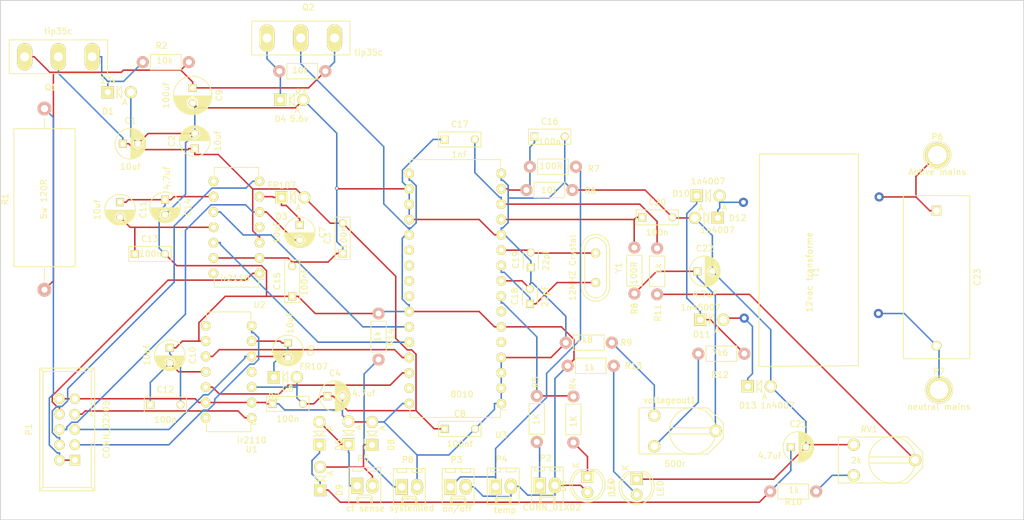
<source format=kicad_pcb>
(kicad_pcb (version 20171130) (host pcbnew "(5.1.12)-1")

  (general
    (thickness 1.6)
    (drawings 4)
    (tracks 474)
    (zones 0)
    (modules 68)
    (nets 46)
  )

  (page A4)
  (layers
    (0 F.Cu signal)
    (31 B.Cu signal)
    (32 B.Adhes user hide)
    (33 F.Adhes user hide)
    (34 B.Paste user)
    (35 F.Paste user hide)
    (36 B.SilkS user)
    (37 F.SilkS user)
    (38 B.Mask user hide)
    (39 F.Mask user hide)
    (40 Dwgs.User user hide)
    (41 Cmts.User user hide)
    (42 Eco1.User user hide)
    (43 Eco2.User user hide)
    (44 Edge.Cuts user)
    (45 Margin user hide)
    (46 B.CrtYd user hide)
    (47 F.CrtYd user hide)
    (48 B.Fab user hide)
    (49 F.Fab user hide)
  )

  (setup
    (last_trace_width 0.25)
    (user_trace_width 1.5)
    (trace_clearance 0.2)
    (zone_clearance 0.3)
    (zone_45_only yes)
    (trace_min 0.2)
    (via_size 0.6)
    (via_drill 0.4)
    (via_min_size 0.4)
    (via_min_drill 0.3)
    (uvia_size 0.3)
    (uvia_drill 0.1)
    (uvias_allowed no)
    (uvia_min_size 0.2)
    (uvia_min_drill 0.1)
    (edge_width 0.15)
    (segment_width 0.2)
    (pcb_text_width 0.3)
    (pcb_text_size 1.5 1.5)
    (mod_edge_width 0.15)
    (mod_text_size 1 1)
    (mod_text_width 0.15)
    (pad_size 1.524 1.524)
    (pad_drill 0.762)
    (pad_to_mask_clearance 0.2)
    (aux_axis_origin 0 0)
    (visible_elements 7FFFFFFF)
    (pcbplotparams
      (layerselection 0x000f0_80000001)
      (usegerberextensions true)
      (usegerberattributes true)
      (usegerberadvancedattributes true)
      (creategerberjobfile true)
      (excludeedgelayer true)
      (linewidth 0.100000)
      (plotframeref false)
      (viasonmask false)
      (mode 1)
      (useauxorigin false)
      (hpglpennumber 1)
      (hpglpenspeed 20)
      (hpglpendiameter 15.000000)
      (psnegative false)
      (psa4output false)
      (plotreference true)
      (plotvalue true)
      (plotinvisibletext false)
      (padsonsilk false)
      (subtractmaskfromsilk false)
      (outputformat 1)
      (mirror false)
      (drillshape 0)
      (scaleselection 1)
      (outputdirectory ""))
  )

  (net 0 "")
  (net 1 +12V)
  (net 2 GND)
  (net 3 "Net-(C6-Pad1)")
  (net 4 "Net-(C6-Pad2)")
  (net 5 "Net-(C7-Pad1)")
  (net 6 "Net-(C7-Pad2)")
  (net 7 /24vin)
  (net 8 +5V)
  (net 9 "Net-(C10-Pad2)")
  (net 10 "Net-(C11-Pad2)")
  (net 11 "Net-(C16-Pad1)")
  (net 12 "Net-(C17-Pad2)")
  (net 13 "Net-(C18-Pad1)")
  (net 14 "Net-(C19-Pad2)")
  (net 15 "Net-(C20-Pad1)")
  (net 16 "Net-(C21-Pad1)")
  (net 17 "Net-(C22-Pad1)")
  (net 18 "Net-(C23-Pad1)")
  (net 19 "Net-(C23-Pad2)")
  (net 20 "Net-(D1-Pad1)")
  (net 21 "Net-(D4-Pad1)")
  (net 22 "Net-(D5-Pad1)")
  (net 23 "Net-(D6-Pad2)")
  (net 24 "Net-(D8-Pad1)")
  (net 25 "Net-(D10-Pad2)")
  (net 26 "Net-(D10-Pad1)")
  (net 27 "Net-(D11-Pad2)")
  (net 28 "Net-(D14-Pad2)")
  (net 29 "Net-(P1-Pad3)")
  (net 30 "Net-(P1-Pad4)")
  (net 31 "Net-(P1-Pad7)")
  (net 32 "Net-(P1-Pad8)")
  (net 33 +48V)
  (net 34 "Net-(P2-Pad1)")
  (net 35 "Net-(P3-Pad1)")
  (net 36 "Net-(P8-Pad1)")
  (net 37 "Net-(R4-Pad1)")
  (net 38 "Net-(R8-Pad1)")
  (net 39 "Net-(R9-Pad2)")
  (net 40 "Net-(R10-Pad2)")
  (net 41 "Net-(R12-Pad2)")
  (net 42 "Net-(U1-Pad10)")
  (net 43 "Net-(U1-Pad12)")
  (net 44 "Net-(U2-Pad10)")
  (net 45 "Net-(U2-Pad12)")

  (net_class Default "This is the default net class."
    (clearance 0.2)
    (trace_width 0.25)
    (via_dia 0.6)
    (via_drill 0.4)
    (uvia_dia 0.3)
    (uvia_drill 0.1)
    (add_net +12V)
    (add_net +48V)
    (add_net +5V)
    (add_net /24vin)
    (add_net GND)
    (add_net "Net-(C10-Pad2)")
    (add_net "Net-(C11-Pad2)")
    (add_net "Net-(C16-Pad1)")
    (add_net "Net-(C17-Pad2)")
    (add_net "Net-(C18-Pad1)")
    (add_net "Net-(C19-Pad2)")
    (add_net "Net-(C20-Pad1)")
    (add_net "Net-(C21-Pad1)")
    (add_net "Net-(C22-Pad1)")
    (add_net "Net-(C23-Pad1)")
    (add_net "Net-(C23-Pad2)")
    (add_net "Net-(C6-Pad1)")
    (add_net "Net-(C6-Pad2)")
    (add_net "Net-(C7-Pad1)")
    (add_net "Net-(C7-Pad2)")
    (add_net "Net-(D1-Pad1)")
    (add_net "Net-(D10-Pad1)")
    (add_net "Net-(D10-Pad2)")
    (add_net "Net-(D11-Pad2)")
    (add_net "Net-(D14-Pad2)")
    (add_net "Net-(D4-Pad1)")
    (add_net "Net-(D5-Pad1)")
    (add_net "Net-(D6-Pad2)")
    (add_net "Net-(D8-Pad1)")
    (add_net "Net-(P1-Pad3)")
    (add_net "Net-(P1-Pad4)")
    (add_net "Net-(P1-Pad7)")
    (add_net "Net-(P1-Pad8)")
    (add_net "Net-(P2-Pad1)")
    (add_net "Net-(P3-Pad1)")
    (add_net "Net-(P8-Pad1)")
    (add_net "Net-(R10-Pad2)")
    (add_net "Net-(R12-Pad2)")
    (add_net "Net-(R4-Pad1)")
    (add_net "Net-(R8-Pad1)")
    (add_net "Net-(R9-Pad2)")
    (add_net "Net-(U1-Pad10)")
    (add_net "Net-(U1-Pad12)")
    (add_net "Net-(U2-Pad10)")
    (add_net "Net-(U2-Pad12)")
  )

  (module Capacitors_ThroughHole:C_Radial_D5_L6_P2.5 (layer F.Cu) (tedit 57CBABE7) (tstamp 57CAE2D9)
    (at 116.205 91.3892)
    (descr "Radial Electrolytic Capacitor Diameter 5mm x Length 6mm, Pitch 2.5mm")
    (tags "Electrolytic Capacitor")
    (path /57CB621B)
    (fp_text reference C1 (at 1.25 -3.8) (layer F.SilkS)
      (effects (font (size 1 1) (thickness 0.15)))
    )
    (fp_text value 10uf (at 1.25 3.8) (layer F.SilkS)
      (effects (font (size 1 1) (thickness 0.15)))
    )
    (fp_circle (center 1.25 0) (end 1.25 -2.8) (layer F.CrtYd) (width 0.05))
    (fp_circle (center 1.25 0) (end 1.25 -2.5375) (layer F.SilkS) (width 0.15))
    (fp_circle (center 2.5 0) (end 2.5 -0.9) (layer F.SilkS) (width 0.15))
    (fp_line (start 3.705 -0.472) (end 3.705 0.472) (layer F.SilkS) (width 0.15))
    (fp_line (start 3.565 -0.944) (end 3.565 0.944) (layer F.SilkS) (width 0.15))
    (fp_line (start 3.425 -1.233) (end 3.425 1.233) (layer F.SilkS) (width 0.15))
    (fp_line (start 3.285 0.44) (end 3.285 1.452) (layer F.SilkS) (width 0.15))
    (fp_line (start 3.285 -1.452) (end 3.285 -0.44) (layer F.SilkS) (width 0.15))
    (fp_line (start 3.145 0.628) (end 3.145 1.631) (layer F.SilkS) (width 0.15))
    (fp_line (start 3.145 -1.631) (end 3.145 -0.628) (layer F.SilkS) (width 0.15))
    (fp_line (start 3.005 0.745) (end 3.005 1.78) (layer F.SilkS) (width 0.15))
    (fp_line (start 3.005 -1.78) (end 3.005 -0.745) (layer F.SilkS) (width 0.15))
    (fp_line (start 2.865 0.823) (end 2.865 1.908) (layer F.SilkS) (width 0.15))
    (fp_line (start 2.865 -1.908) (end 2.865 -0.823) (layer F.SilkS) (width 0.15))
    (fp_line (start 2.725 0.871) (end 2.725 2.019) (layer F.SilkS) (width 0.15))
    (fp_line (start 2.725 -2.019) (end 2.725 -0.871) (layer F.SilkS) (width 0.15))
    (fp_line (start 2.585 0.896) (end 2.585 2.114) (layer F.SilkS) (width 0.15))
    (fp_line (start 2.585 -2.114) (end 2.585 -0.896) (layer F.SilkS) (width 0.15))
    (fp_line (start 2.445 0.898) (end 2.445 2.196) (layer F.SilkS) (width 0.15))
    (fp_line (start 2.445 -2.196) (end 2.445 -0.898) (layer F.SilkS) (width 0.15))
    (fp_line (start 2.305 0.879) (end 2.305 2.266) (layer F.SilkS) (width 0.15))
    (fp_line (start 2.305 -2.266) (end 2.305 -0.879) (layer F.SilkS) (width 0.15))
    (fp_line (start 2.165 0.835) (end 2.165 2.327) (layer F.SilkS) (width 0.15))
    (fp_line (start 2.165 -2.327) (end 2.165 -0.835) (layer F.SilkS) (width 0.15))
    (fp_line (start 2.025 0.764) (end 2.025 2.377) (layer F.SilkS) (width 0.15))
    (fp_line (start 2.025 -2.377) (end 2.025 -0.764) (layer F.SilkS) (width 0.15))
    (fp_line (start 1.885 0.657) (end 1.885 2.418) (layer F.SilkS) (width 0.15))
    (fp_line (start 1.885 -2.418) (end 1.885 -0.657) (layer F.SilkS) (width 0.15))
    (fp_line (start 1.745 0.49) (end 1.745 2.451) (layer F.SilkS) (width 0.15))
    (fp_line (start 1.745 -2.451) (end 1.745 -0.49) (layer F.SilkS) (width 0.15))
    (fp_line (start 1.605 0.095) (end 1.605 2.475) (layer F.SilkS) (width 0.15))
    (fp_line (start 1.605 -2.475) (end 1.605 -0.095) (layer F.SilkS) (width 0.15))
    (fp_line (start 1.465 -2.491) (end 1.465 2.491) (layer F.SilkS) (width 0.15))
    (fp_line (start 1.325 -2.499) (end 1.325 2.499) (layer F.SilkS) (width 0.15))
    (pad 1 thru_hole rect (at 0 0) (size 1.3 1.3) (drill 0.8) (layers *.Cu *.Mask F.SilkS)
      (net 1 +12V))
    (pad 2 thru_hole circle (at 2.5 0) (size 1.3 1.3) (drill 0.8) (layers *.Cu *.Mask F.SilkS)
      (net 2 GND))
    (model Capacitors_ThroughHole.3dshapes/C_Radial_D5_L6_P2.5.wrl
      (offset (xyz 1.250000021226883 0 0))
      (scale (xyz 1 1 1))
      (rotate (xyz 0 0 90))
    )
  )

  (module Capacitors_ThroughHole:C_Radial_D5_L6_P2.5 (layer F.Cu) (tedit 57CBABEC) (tstamp 57CAE2DF)
    (at 128.118 92.202 90)
    (descr "Radial Electrolytic Capacitor Diameter 5mm x Length 6mm, Pitch 2.5mm")
    (tags "Electrolytic Capacitor")
    (path /57CB2157)
    (fp_text reference C2 (at 1.25 -3.8 90) (layer F.SilkS)
      (effects (font (size 1 1) (thickness 0.15)))
    )
    (fp_text value 10uf (at 1.25 3.8 90) (layer F.SilkS)
      (effects (font (size 1 1) (thickness 0.15)))
    )
    (fp_circle (center 1.25 0) (end 1.25 -2.8) (layer F.CrtYd) (width 0.05))
    (fp_circle (center 1.25 0) (end 1.25 -2.5375) (layer F.SilkS) (width 0.15))
    (fp_circle (center 2.5 0) (end 2.5 -0.9) (layer F.SilkS) (width 0.15))
    (fp_line (start 3.705 -0.472) (end 3.705 0.472) (layer F.SilkS) (width 0.15))
    (fp_line (start 3.565 -0.944) (end 3.565 0.944) (layer F.SilkS) (width 0.15))
    (fp_line (start 3.425 -1.233) (end 3.425 1.233) (layer F.SilkS) (width 0.15))
    (fp_line (start 3.285 0.44) (end 3.285 1.452) (layer F.SilkS) (width 0.15))
    (fp_line (start 3.285 -1.452) (end 3.285 -0.44) (layer F.SilkS) (width 0.15))
    (fp_line (start 3.145 0.628) (end 3.145 1.631) (layer F.SilkS) (width 0.15))
    (fp_line (start 3.145 -1.631) (end 3.145 -0.628) (layer F.SilkS) (width 0.15))
    (fp_line (start 3.005 0.745) (end 3.005 1.78) (layer F.SilkS) (width 0.15))
    (fp_line (start 3.005 -1.78) (end 3.005 -0.745) (layer F.SilkS) (width 0.15))
    (fp_line (start 2.865 0.823) (end 2.865 1.908) (layer F.SilkS) (width 0.15))
    (fp_line (start 2.865 -1.908) (end 2.865 -0.823) (layer F.SilkS) (width 0.15))
    (fp_line (start 2.725 0.871) (end 2.725 2.019) (layer F.SilkS) (width 0.15))
    (fp_line (start 2.725 -2.019) (end 2.725 -0.871) (layer F.SilkS) (width 0.15))
    (fp_line (start 2.585 0.896) (end 2.585 2.114) (layer F.SilkS) (width 0.15))
    (fp_line (start 2.585 -2.114) (end 2.585 -0.896) (layer F.SilkS) (width 0.15))
    (fp_line (start 2.445 0.898) (end 2.445 2.196) (layer F.SilkS) (width 0.15))
    (fp_line (start 2.445 -2.196) (end 2.445 -0.898) (layer F.SilkS) (width 0.15))
    (fp_line (start 2.305 0.879) (end 2.305 2.266) (layer F.SilkS) (width 0.15))
    (fp_line (start 2.305 -2.266) (end 2.305 -0.879) (layer F.SilkS) (width 0.15))
    (fp_line (start 2.165 0.835) (end 2.165 2.327) (layer F.SilkS) (width 0.15))
    (fp_line (start 2.165 -2.327) (end 2.165 -0.835) (layer F.SilkS) (width 0.15))
    (fp_line (start 2.025 0.764) (end 2.025 2.377) (layer F.SilkS) (width 0.15))
    (fp_line (start 2.025 -2.377) (end 2.025 -0.764) (layer F.SilkS) (width 0.15))
    (fp_line (start 1.885 0.657) (end 1.885 2.418) (layer F.SilkS) (width 0.15))
    (fp_line (start 1.885 -2.418) (end 1.885 -0.657) (layer F.SilkS) (width 0.15))
    (fp_line (start 1.745 0.49) (end 1.745 2.451) (layer F.SilkS) (width 0.15))
    (fp_line (start 1.745 -2.451) (end 1.745 -0.49) (layer F.SilkS) (width 0.15))
    (fp_line (start 1.605 0.095) (end 1.605 2.475) (layer F.SilkS) (width 0.15))
    (fp_line (start 1.605 -2.475) (end 1.605 -0.095) (layer F.SilkS) (width 0.15))
    (fp_line (start 1.465 -2.491) (end 1.465 2.491) (layer F.SilkS) (width 0.15))
    (fp_line (start 1.325 -2.499) (end 1.325 2.499) (layer F.SilkS) (width 0.15))
    (pad 1 thru_hole rect (at 0 0 90) (size 1.3 1.3) (drill 0.8) (layers *.Cu *.Mask F.SilkS)
      (net 1 +12V))
    (pad 2 thru_hole circle (at 2.5 0 90) (size 1.3 1.3) (drill 0.8) (layers *.Cu *.Mask F.SilkS)
      (net 2 GND))
    (model Capacitors_ThroughHole.3dshapes/C_Radial_D5_L6_P2.5.wrl
      (offset (xyz 1.250000021226883 0 0))
      (scale (xyz 1 1 1))
      (rotate (xyz 0 0 90))
    )
  )

  (module Capacitors_ThroughHole:C_Rect_L7_W2.5_P5 (layer F.Cu) (tedit 57CBAC4A) (tstamp 57CAE2E5)
    (at 152.603 109.55 90)
    (descr "Film Capacitor Length 7mm x Width 2.5mm, Pitch 5mm")
    (tags Capacitor)
    (path /57CB6215)
    (fp_text reference C3 (at 2.5 -2.5 90) (layer F.SilkS)
      (effects (font (size 1 1) (thickness 0.15)))
    )
    (fp_text value 100n (at 2.5906 0.1526 90) (layer F.SilkS)
      (effects (font (size 1 1) (thickness 0.15)))
    )
    (fp_line (start -1 1.25) (end -1 -1.25) (layer F.SilkS) (width 0.15))
    (fp_line (start 6 1.25) (end -1 1.25) (layer F.SilkS) (width 0.15))
    (fp_line (start 6 -1.25) (end 6 1.25) (layer F.SilkS) (width 0.15))
    (fp_line (start -1 -1.25) (end 6 -1.25) (layer F.SilkS) (width 0.15))
    (fp_line (start -1.25 1.5) (end -1.25 -1.5) (layer F.CrtYd) (width 0.05))
    (fp_line (start 6.25 1.5) (end -1.25 1.5) (layer F.CrtYd) (width 0.05))
    (fp_line (start 6.25 -1.5) (end 6.25 1.5) (layer F.CrtYd) (width 0.05))
    (fp_line (start -1.25 -1.5) (end 6.25 -1.5) (layer F.CrtYd) (width 0.05))
    (pad 1 thru_hole rect (at 0 0 90) (size 1.3 1.3) (drill 0.8) (layers *.Cu *.Mask F.SilkS)
      (net 2 GND))
    (pad 2 thru_hole circle (at 5 0 90) (size 1.3 1.3) (drill 0.8) (layers *.Cu *.Mask F.SilkS)
      (net 1 +12V))
  )

  (module Capacitors_ThroughHole:C_Radial_D5_L6_P2.5 (layer F.Cu) (tedit 57CBAE44) (tstamp 57CAE2EB)
    (at 150.063 133.198)
    (descr "Radial Electrolytic Capacitor Diameter 5mm x Length 6mm, Pitch 2.5mm")
    (tags "Electrolytic Capacitor")
    (path /57CBB2F5)
    (fp_text reference C4 (at 1.25 -3.8) (layer F.SilkS)
      (effects (font (size 1 1) (thickness 0.15)))
    )
    (fp_text value 4.7uf (at 6.02 -0.483) (layer F.SilkS)
      (effects (font (size 1 1) (thickness 0.15)))
    )
    (fp_circle (center 1.25 0) (end 1.25 -2.8) (layer F.CrtYd) (width 0.05))
    (fp_circle (center 1.25 0) (end 1.25 -2.5375) (layer F.SilkS) (width 0.15))
    (fp_circle (center 2.5 0) (end 2.5 -0.9) (layer F.SilkS) (width 0.15))
    (fp_line (start 3.705 -0.472) (end 3.705 0.472) (layer F.SilkS) (width 0.15))
    (fp_line (start 3.565 -0.944) (end 3.565 0.944) (layer F.SilkS) (width 0.15))
    (fp_line (start 3.425 -1.233) (end 3.425 1.233) (layer F.SilkS) (width 0.15))
    (fp_line (start 3.285 0.44) (end 3.285 1.452) (layer F.SilkS) (width 0.15))
    (fp_line (start 3.285 -1.452) (end 3.285 -0.44) (layer F.SilkS) (width 0.15))
    (fp_line (start 3.145 0.628) (end 3.145 1.631) (layer F.SilkS) (width 0.15))
    (fp_line (start 3.145 -1.631) (end 3.145 -0.628) (layer F.SilkS) (width 0.15))
    (fp_line (start 3.005 0.745) (end 3.005 1.78) (layer F.SilkS) (width 0.15))
    (fp_line (start 3.005 -1.78) (end 3.005 -0.745) (layer F.SilkS) (width 0.15))
    (fp_line (start 2.865 0.823) (end 2.865 1.908) (layer F.SilkS) (width 0.15))
    (fp_line (start 2.865 -1.908) (end 2.865 -0.823) (layer F.SilkS) (width 0.15))
    (fp_line (start 2.725 0.871) (end 2.725 2.019) (layer F.SilkS) (width 0.15))
    (fp_line (start 2.725 -2.019) (end 2.725 -0.871) (layer F.SilkS) (width 0.15))
    (fp_line (start 2.585 0.896) (end 2.585 2.114) (layer F.SilkS) (width 0.15))
    (fp_line (start 2.585 -2.114) (end 2.585 -0.896) (layer F.SilkS) (width 0.15))
    (fp_line (start 2.445 0.898) (end 2.445 2.196) (layer F.SilkS) (width 0.15))
    (fp_line (start 2.445 -2.196) (end 2.445 -0.898) (layer F.SilkS) (width 0.15))
    (fp_line (start 2.305 0.879) (end 2.305 2.266) (layer F.SilkS) (width 0.15))
    (fp_line (start 2.305 -2.266) (end 2.305 -0.879) (layer F.SilkS) (width 0.15))
    (fp_line (start 2.165 0.835) (end 2.165 2.327) (layer F.SilkS) (width 0.15))
    (fp_line (start 2.165 -2.327) (end 2.165 -0.835) (layer F.SilkS) (width 0.15))
    (fp_line (start 2.025 0.764) (end 2.025 2.377) (layer F.SilkS) (width 0.15))
    (fp_line (start 2.025 -2.377) (end 2.025 -0.764) (layer F.SilkS) (width 0.15))
    (fp_line (start 1.885 0.657) (end 1.885 2.418) (layer F.SilkS) (width 0.15))
    (fp_line (start 1.885 -2.418) (end 1.885 -0.657) (layer F.SilkS) (width 0.15))
    (fp_line (start 1.745 0.49) (end 1.745 2.451) (layer F.SilkS) (width 0.15))
    (fp_line (start 1.745 -2.451) (end 1.745 -0.49) (layer F.SilkS) (width 0.15))
    (fp_line (start 1.605 0.095) (end 1.605 2.475) (layer F.SilkS) (width 0.15))
    (fp_line (start 1.605 -2.475) (end 1.605 -0.095) (layer F.SilkS) (width 0.15))
    (fp_line (start 1.465 -2.491) (end 1.465 2.491) (layer F.SilkS) (width 0.15))
    (fp_line (start 1.325 -2.499) (end 1.325 2.499) (layer F.SilkS) (width 0.15))
    (pad 1 thru_hole rect (at 0 0) (size 1.3 1.3) (drill 0.8) (layers *.Cu *.Mask F.SilkS)
      (net 1 +12V))
    (pad 2 thru_hole circle (at 2.5 0) (size 1.3 1.3) (drill 0.8) (layers *.Cu *.Mask F.SilkS)
      (net 2 GND))
    (model Capacitors_ThroughHole.3dshapes/C_Radial_D5_L6_P2.5.wrl
      (offset (xyz 1.250000021226883 0 0))
      (scale (xyz 1 1 1))
      (rotate (xyz 0 0 90))
    )
  )

  (module Capacitors_ThroughHole:C_Rect_L7_W2.5_P5 (layer F.Cu) (tedit 57CBAC7A) (tstamp 57CAE2F1)
    (at 141.021 134.468)
    (descr "Film Capacitor Length 7mm x Width 2.5mm, Pitch 5mm")
    (tags Capacitor)
    (path /57CB20EC)
    (fp_text reference C5 (at 2.5 -2.5) (layer F.SilkS)
      (effects (font (size 1 1) (thickness 0.15)))
    )
    (fp_text value 100n (at 2.5 2.5) (layer F.SilkS)
      (effects (font (size 1 1) (thickness 0.15)))
    )
    (fp_line (start -1 1.25) (end -1 -1.25) (layer F.SilkS) (width 0.15))
    (fp_line (start 6 1.25) (end -1 1.25) (layer F.SilkS) (width 0.15))
    (fp_line (start 6 -1.25) (end 6 1.25) (layer F.SilkS) (width 0.15))
    (fp_line (start -1 -1.25) (end 6 -1.25) (layer F.SilkS) (width 0.15))
    (fp_line (start -1.25 1.5) (end -1.25 -1.5) (layer F.CrtYd) (width 0.05))
    (fp_line (start 6.25 1.5) (end -1.25 1.5) (layer F.CrtYd) (width 0.05))
    (fp_line (start 6.25 -1.5) (end 6.25 1.5) (layer F.CrtYd) (width 0.05))
    (fp_line (start -1.25 -1.5) (end 6.25 -1.5) (layer F.CrtYd) (width 0.05))
    (pad 1 thru_hole rect (at 0 0) (size 1.3 1.3) (drill 0.8) (layers *.Cu *.Mask F.SilkS)
      (net 2 GND))
    (pad 2 thru_hole circle (at 5 0) (size 1.3 1.3) (drill 0.8) (layers *.Cu *.Mask F.SilkS)
      (net 1 +12V))
  )

  (module Capacitors_ThroughHole:C_Radial_D5_L6_P2.5 (layer F.Cu) (tedit 57CBAC69) (tstamp 57CAE2F7)
    (at 143.535 124.384 270)
    (descr "Radial Electrolytic Capacitor Diameter 5mm x Length 6mm, Pitch 2.5mm")
    (tags "Electrolytic Capacitor")
    (path /57CB624E)
    (fp_text reference C6 (at 1.25 -3.8 270) (layer F.SilkS)
      (effects (font (size 1 1) (thickness 0.15)))
    )
    (fp_text value 10uF (at -3.353 -0.356 270) (layer F.SilkS)
      (effects (font (size 1 1) (thickness 0.15)))
    )
    (fp_circle (center 1.25 0) (end 1.25 -2.8) (layer F.CrtYd) (width 0.05))
    (fp_circle (center 1.25 0) (end 1.25 -2.5375) (layer F.SilkS) (width 0.15))
    (fp_circle (center 2.5 0) (end 2.5 -0.9) (layer F.SilkS) (width 0.15))
    (fp_line (start 3.705 -0.472) (end 3.705 0.472) (layer F.SilkS) (width 0.15))
    (fp_line (start 3.565 -0.944) (end 3.565 0.944) (layer F.SilkS) (width 0.15))
    (fp_line (start 3.425 -1.233) (end 3.425 1.233) (layer F.SilkS) (width 0.15))
    (fp_line (start 3.285 0.44) (end 3.285 1.452) (layer F.SilkS) (width 0.15))
    (fp_line (start 3.285 -1.452) (end 3.285 -0.44) (layer F.SilkS) (width 0.15))
    (fp_line (start 3.145 0.628) (end 3.145 1.631) (layer F.SilkS) (width 0.15))
    (fp_line (start 3.145 -1.631) (end 3.145 -0.628) (layer F.SilkS) (width 0.15))
    (fp_line (start 3.005 0.745) (end 3.005 1.78) (layer F.SilkS) (width 0.15))
    (fp_line (start 3.005 -1.78) (end 3.005 -0.745) (layer F.SilkS) (width 0.15))
    (fp_line (start 2.865 0.823) (end 2.865 1.908) (layer F.SilkS) (width 0.15))
    (fp_line (start 2.865 -1.908) (end 2.865 -0.823) (layer F.SilkS) (width 0.15))
    (fp_line (start 2.725 0.871) (end 2.725 2.019) (layer F.SilkS) (width 0.15))
    (fp_line (start 2.725 -2.019) (end 2.725 -0.871) (layer F.SilkS) (width 0.15))
    (fp_line (start 2.585 0.896) (end 2.585 2.114) (layer F.SilkS) (width 0.15))
    (fp_line (start 2.585 -2.114) (end 2.585 -0.896) (layer F.SilkS) (width 0.15))
    (fp_line (start 2.445 0.898) (end 2.445 2.196) (layer F.SilkS) (width 0.15))
    (fp_line (start 2.445 -2.196) (end 2.445 -0.898) (layer F.SilkS) (width 0.15))
    (fp_line (start 2.305 0.879) (end 2.305 2.266) (layer F.SilkS) (width 0.15))
    (fp_line (start 2.305 -2.266) (end 2.305 -0.879) (layer F.SilkS) (width 0.15))
    (fp_line (start 2.165 0.835) (end 2.165 2.327) (layer F.SilkS) (width 0.15))
    (fp_line (start 2.165 -2.327) (end 2.165 -0.835) (layer F.SilkS) (width 0.15))
    (fp_line (start 2.025 0.764) (end 2.025 2.377) (layer F.SilkS) (width 0.15))
    (fp_line (start 2.025 -2.377) (end 2.025 -0.764) (layer F.SilkS) (width 0.15))
    (fp_line (start 1.885 0.657) (end 1.885 2.418) (layer F.SilkS) (width 0.15))
    (fp_line (start 1.885 -2.418) (end 1.885 -0.657) (layer F.SilkS) (width 0.15))
    (fp_line (start 1.745 0.49) (end 1.745 2.451) (layer F.SilkS) (width 0.15))
    (fp_line (start 1.745 -2.451) (end 1.745 -0.49) (layer F.SilkS) (width 0.15))
    (fp_line (start 1.605 0.095) (end 1.605 2.475) (layer F.SilkS) (width 0.15))
    (fp_line (start 1.605 -2.475) (end 1.605 -0.095) (layer F.SilkS) (width 0.15))
    (fp_line (start 1.465 -2.491) (end 1.465 2.491) (layer F.SilkS) (width 0.15))
    (fp_line (start 1.325 -2.499) (end 1.325 2.499) (layer F.SilkS) (width 0.15))
    (pad 1 thru_hole rect (at 0 0 270) (size 1.3 1.3) (drill 0.8) (layers *.Cu *.Mask F.SilkS)
      (net 3 "Net-(C6-Pad1)"))
    (pad 2 thru_hole circle (at 2.5 0 270) (size 1.3 1.3) (drill 0.8) (layers *.Cu *.Mask F.SilkS)
      (net 4 "Net-(C6-Pad2)"))
    (model Capacitors_ThroughHole.3dshapes/C_Radial_D5_L6_P2.5.wrl
      (offset (xyz 1.250000021226883 0 0))
      (scale (xyz 1 1 1))
      (rotate (xyz 0 0 90))
    )
  )

  (module Capacitors_ThroughHole:C_Radial_D5_L6_P2.5 (layer F.Cu) (tedit 57CBAC42) (tstamp 57CAE2FD)
    (at 145.491 104.826 270)
    (descr "Radial Electrolytic Capacitor Diameter 5mm x Length 6mm, Pitch 2.5mm")
    (tags "Electrolytic Capacitor")
    (path /57CB2E0E)
    (fp_text reference C7 (at 1.25 -3.8 270) (layer F.SilkS)
      (effects (font (size 1 1) (thickness 0.15)))
    )
    (fp_text value 10uF (at 1.25 3.8 270) (layer F.SilkS)
      (effects (font (size 1 1) (thickness 0.15)))
    )
    (fp_circle (center 1.25 0) (end 1.25 -2.8) (layer F.CrtYd) (width 0.05))
    (fp_circle (center 1.25 0) (end 1.25 -2.5375) (layer F.SilkS) (width 0.15))
    (fp_circle (center 2.5 0) (end 2.5 -0.9) (layer F.SilkS) (width 0.15))
    (fp_line (start 3.705 -0.472) (end 3.705 0.472) (layer F.SilkS) (width 0.15))
    (fp_line (start 3.565 -0.944) (end 3.565 0.944) (layer F.SilkS) (width 0.15))
    (fp_line (start 3.425 -1.233) (end 3.425 1.233) (layer F.SilkS) (width 0.15))
    (fp_line (start 3.285 0.44) (end 3.285 1.452) (layer F.SilkS) (width 0.15))
    (fp_line (start 3.285 -1.452) (end 3.285 -0.44) (layer F.SilkS) (width 0.15))
    (fp_line (start 3.145 0.628) (end 3.145 1.631) (layer F.SilkS) (width 0.15))
    (fp_line (start 3.145 -1.631) (end 3.145 -0.628) (layer F.SilkS) (width 0.15))
    (fp_line (start 3.005 0.745) (end 3.005 1.78) (layer F.SilkS) (width 0.15))
    (fp_line (start 3.005 -1.78) (end 3.005 -0.745) (layer F.SilkS) (width 0.15))
    (fp_line (start 2.865 0.823) (end 2.865 1.908) (layer F.SilkS) (width 0.15))
    (fp_line (start 2.865 -1.908) (end 2.865 -0.823) (layer F.SilkS) (width 0.15))
    (fp_line (start 2.725 0.871) (end 2.725 2.019) (layer F.SilkS) (width 0.15))
    (fp_line (start 2.725 -2.019) (end 2.725 -0.871) (layer F.SilkS) (width 0.15))
    (fp_line (start 2.585 0.896) (end 2.585 2.114) (layer F.SilkS) (width 0.15))
    (fp_line (start 2.585 -2.114) (end 2.585 -0.896) (layer F.SilkS) (width 0.15))
    (fp_line (start 2.445 0.898) (end 2.445 2.196) (layer F.SilkS) (width 0.15))
    (fp_line (start 2.445 -2.196) (end 2.445 -0.898) (layer F.SilkS) (width 0.15))
    (fp_line (start 2.305 0.879) (end 2.305 2.266) (layer F.SilkS) (width 0.15))
    (fp_line (start 2.305 -2.266) (end 2.305 -0.879) (layer F.SilkS) (width 0.15))
    (fp_line (start 2.165 0.835) (end 2.165 2.327) (layer F.SilkS) (width 0.15))
    (fp_line (start 2.165 -2.327) (end 2.165 -0.835) (layer F.SilkS) (width 0.15))
    (fp_line (start 2.025 0.764) (end 2.025 2.377) (layer F.SilkS) (width 0.15))
    (fp_line (start 2.025 -2.377) (end 2.025 -0.764) (layer F.SilkS) (width 0.15))
    (fp_line (start 1.885 0.657) (end 1.885 2.418) (layer F.SilkS) (width 0.15))
    (fp_line (start 1.885 -2.418) (end 1.885 -0.657) (layer F.SilkS) (width 0.15))
    (fp_line (start 1.745 0.49) (end 1.745 2.451) (layer F.SilkS) (width 0.15))
    (fp_line (start 1.745 -2.451) (end 1.745 -0.49) (layer F.SilkS) (width 0.15))
    (fp_line (start 1.605 0.095) (end 1.605 2.475) (layer F.SilkS) (width 0.15))
    (fp_line (start 1.605 -2.475) (end 1.605 -0.095) (layer F.SilkS) (width 0.15))
    (fp_line (start 1.465 -2.491) (end 1.465 2.491) (layer F.SilkS) (width 0.15))
    (fp_line (start 1.325 -2.499) (end 1.325 2.499) (layer F.SilkS) (width 0.15))
    (pad 1 thru_hole rect (at 0 0 270) (size 1.3 1.3) (drill 0.8) (layers *.Cu *.Mask F.SilkS)
      (net 5 "Net-(C7-Pad1)"))
    (pad 2 thru_hole circle (at 2.5 0 270) (size 1.3 1.3) (drill 0.8) (layers *.Cu *.Mask F.SilkS)
      (net 6 "Net-(C7-Pad2)"))
    (model Capacitors_ThroughHole.3dshapes/C_Radial_D5_L6_P2.5.wrl
      (offset (xyz 1.250000021226883 0 0))
      (scale (xyz 1 1 1))
      (rotate (xyz 0 0 90))
    )
  )

  (module Capacitors_ThroughHole:C_Rect_L7_W2.5_P5 (layer F.Cu) (tedit 57CBADD2) (tstamp 57CAE303)
    (at 169.52 138.608)
    (descr "Film Capacitor Length 7mm x Width 2.5mm, Pitch 5mm")
    (tags Capacitor)
    (path /57CBB409)
    (fp_text reference C8 (at 2.5 -2.5) (layer F.SilkS)
      (effects (font (size 1 1) (thickness 0.15)))
    )
    (fp_text value 100nf (at 2.5 2.5) (layer F.SilkS)
      (effects (font (size 1 1) (thickness 0.15)))
    )
    (fp_line (start -1 1.25) (end -1 -1.25) (layer F.SilkS) (width 0.15))
    (fp_line (start 6 1.25) (end -1 1.25) (layer F.SilkS) (width 0.15))
    (fp_line (start 6 -1.25) (end 6 1.25) (layer F.SilkS) (width 0.15))
    (fp_line (start -1 -1.25) (end 6 -1.25) (layer F.SilkS) (width 0.15))
    (fp_line (start -1.25 1.5) (end -1.25 -1.5) (layer F.CrtYd) (width 0.05))
    (fp_line (start 6.25 1.5) (end -1.25 1.5) (layer F.CrtYd) (width 0.05))
    (fp_line (start 6.25 -1.5) (end 6.25 1.5) (layer F.CrtYd) (width 0.05))
    (fp_line (start -1.25 -1.5) (end 6.25 -1.5) (layer F.CrtYd) (width 0.05))
    (pad 1 thru_hole rect (at 0 0) (size 1.3 1.3) (drill 0.8) (layers *.Cu *.Mask F.SilkS)
      (net 1 +12V))
    (pad 2 thru_hole circle (at 5 0) (size 1.3 1.3) (drill 0.8) (layers *.Cu *.Mask F.SilkS)
      (net 2 GND))
  )

  (module Capacitors_ThroughHole:C_Radial_D6.3_L11.2_P2.5 (layer F.Cu) (tedit 57CBABDE) (tstamp 57CAE309)
    (at 127.762 82.1436 270)
    (descr "Radial Electrolytic Capacitor, Diameter 6.3mm x Length 11.2mm, Pitch 2.5mm")
    (tags "Electrolytic Capacitor")
    (path /57CBDA1C)
    (fp_text reference C9 (at 1.25 -4.4 270) (layer F.SilkS)
      (effects (font (size 1 1) (thickness 0.15)))
    )
    (fp_text value 100uf (at 1.25 4.4 270) (layer F.SilkS)
      (effects (font (size 1 1) (thickness 0.15)))
    )
    (fp_circle (center 1.25 0) (end 1.25 -3.4) (layer F.CrtYd) (width 0.05))
    (fp_circle (center 1.25 0) (end 1.25 -3.1875) (layer F.SilkS) (width 0.15))
    (fp_circle (center 2.5 0) (end 2.5 -1) (layer F.SilkS) (width 0.15))
    (fp_line (start 4.265 -0.912) (end 4.265 0.912) (layer F.SilkS) (width 0.15))
    (fp_line (start 4.125 -1.287) (end 4.125 1.287) (layer F.SilkS) (width 0.15))
    (fp_line (start 3.985 -1.563) (end 3.985 1.563) (layer F.SilkS) (width 0.15))
    (fp_line (start 3.845 -1.786) (end 3.845 1.786) (layer F.SilkS) (width 0.15))
    (fp_line (start 3.705 -1.974) (end 3.705 1.974) (layer F.SilkS) (width 0.15))
    (fp_line (start 3.565 -2.136) (end 3.565 2.136) (layer F.SilkS) (width 0.15))
    (fp_line (start 3.425 0.38) (end 3.425 2.279) (layer F.SilkS) (width 0.15))
    (fp_line (start 3.425 -2.279) (end 3.425 -0.38) (layer F.SilkS) (width 0.15))
    (fp_line (start 3.285 0.619) (end 3.285 2.404) (layer F.SilkS) (width 0.15))
    (fp_line (start 3.285 -2.404) (end 3.285 -0.619) (layer F.SilkS) (width 0.15))
    (fp_line (start 3.145 0.764) (end 3.145 2.516) (layer F.SilkS) (width 0.15))
    (fp_line (start 3.145 -2.516) (end 3.145 -0.764) (layer F.SilkS) (width 0.15))
    (fp_line (start 3.005 0.863) (end 3.005 2.616) (layer F.SilkS) (width 0.15))
    (fp_line (start 3.005 -2.616) (end 3.005 -0.863) (layer F.SilkS) (width 0.15))
    (fp_line (start 2.865 0.931) (end 2.865 2.704) (layer F.SilkS) (width 0.15))
    (fp_line (start 2.865 -2.704) (end 2.865 -0.931) (layer F.SilkS) (width 0.15))
    (fp_line (start 2.725 0.974) (end 2.725 2.783) (layer F.SilkS) (width 0.15))
    (fp_line (start 2.725 -2.783) (end 2.725 -0.974) (layer F.SilkS) (width 0.15))
    (fp_line (start 2.585 0.996) (end 2.585 2.853) (layer F.SilkS) (width 0.15))
    (fp_line (start 2.585 -2.853) (end 2.585 -0.996) (layer F.SilkS) (width 0.15))
    (fp_line (start 2.445 0.998) (end 2.445 2.915) (layer F.SilkS) (width 0.15))
    (fp_line (start 2.445 -2.915) (end 2.445 -0.998) (layer F.SilkS) (width 0.15))
    (fp_line (start 2.305 0.981) (end 2.305 2.968) (layer F.SilkS) (width 0.15))
    (fp_line (start 2.305 -2.968) (end 2.305 -0.981) (layer F.SilkS) (width 0.15))
    (fp_line (start 2.165 0.942) (end 2.165 3.014) (layer F.SilkS) (width 0.15))
    (fp_line (start 2.165 -3.014) (end 2.165 -0.942) (layer F.SilkS) (width 0.15))
    (fp_line (start 2.025 0.88) (end 2.025 3.053) (layer F.SilkS) (width 0.15))
    (fp_line (start 2.025 -3.053) (end 2.025 -0.88) (layer F.SilkS) (width 0.15))
    (fp_line (start 1.885 0.789) (end 1.885 3.085) (layer F.SilkS) (width 0.15))
    (fp_line (start 1.885 -3.085) (end 1.885 -0.789) (layer F.SilkS) (width 0.15))
    (fp_line (start 1.745 0.656) (end 1.745 3.111) (layer F.SilkS) (width 0.15))
    (fp_line (start 1.745 -3.111) (end 1.745 -0.656) (layer F.SilkS) (width 0.15))
    (fp_line (start 1.605 0.446) (end 1.605 3.13) (layer F.SilkS) (width 0.15))
    (fp_line (start 1.605 -3.13) (end 1.605 -0.446) (layer F.SilkS) (width 0.15))
    (fp_line (start 1.465 -3.143) (end 1.465 3.143) (layer F.SilkS) (width 0.15))
    (fp_line (start 1.325 -3.149) (end 1.325 3.149) (layer F.SilkS) (width 0.15))
    (pad 2 thru_hole circle (at 2.5 0 270) (size 1.3 1.3) (drill 0.8) (layers *.Cu *.Mask F.SilkS)
      (net 2 GND))
    (pad 1 thru_hole rect (at 0 0 270) (size 1.3 1.3) (drill 0.8) (layers *.Cu *.Mask F.SilkS)
      (net 7 /24vin))
    (model Capacitors_ThroughHole.3dshapes/C_Radial_D6.3_L11.2_P2.5.wrl
      (at (xyz 0 0 0))
      (scale (xyz 1 1 1))
      (rotate (xyz 0 0 0))
    )
  )

  (module Capacitors_ThroughHole:C_Radial_D5_L11_P2.5 (layer F.Cu) (tedit 57CBAE3B) (tstamp 57CAE30F)
    (at 123.977 125.197 270)
    (descr "Radial Electrolytic Capacitor Diameter 5mm x Length 11mm, Pitch 2.5mm")
    (tags "Electrolytic Capacitor")
    (path /57CB61FD)
    (fp_text reference C10 (at 1.25 -3.8 270) (layer F.SilkS)
      (effects (font (size 1 1) (thickness 0.15)))
    )
    (fp_text value 10uf (at 1.25 3.8 270) (layer F.SilkS)
      (effects (font (size 1 1) (thickness 0.15)))
    )
    (fp_circle (center 1.25 0) (end 1.25 -2.8) (layer F.CrtYd) (width 0.05))
    (fp_circle (center 1.25 0) (end 1.25 -2.5375) (layer F.SilkS) (width 0.15))
    (fp_circle (center 2.5 0) (end 2.5 -0.9) (layer F.SilkS) (width 0.15))
    (fp_line (start 3.705 -0.472) (end 3.705 0.472) (layer F.SilkS) (width 0.15))
    (fp_line (start 3.565 -0.944) (end 3.565 0.944) (layer F.SilkS) (width 0.15))
    (fp_line (start 3.425 -1.233) (end 3.425 1.233) (layer F.SilkS) (width 0.15))
    (fp_line (start 3.285 0.44) (end 3.285 1.452) (layer F.SilkS) (width 0.15))
    (fp_line (start 3.285 -1.452) (end 3.285 -0.44) (layer F.SilkS) (width 0.15))
    (fp_line (start 3.145 0.628) (end 3.145 1.631) (layer F.SilkS) (width 0.15))
    (fp_line (start 3.145 -1.631) (end 3.145 -0.628) (layer F.SilkS) (width 0.15))
    (fp_line (start 3.005 0.745) (end 3.005 1.78) (layer F.SilkS) (width 0.15))
    (fp_line (start 3.005 -1.78) (end 3.005 -0.745) (layer F.SilkS) (width 0.15))
    (fp_line (start 2.865 0.823) (end 2.865 1.908) (layer F.SilkS) (width 0.15))
    (fp_line (start 2.865 -1.908) (end 2.865 -0.823) (layer F.SilkS) (width 0.15))
    (fp_line (start 2.725 0.871) (end 2.725 2.019) (layer F.SilkS) (width 0.15))
    (fp_line (start 2.725 -2.019) (end 2.725 -0.871) (layer F.SilkS) (width 0.15))
    (fp_line (start 2.585 0.896) (end 2.585 2.114) (layer F.SilkS) (width 0.15))
    (fp_line (start 2.585 -2.114) (end 2.585 -0.896) (layer F.SilkS) (width 0.15))
    (fp_line (start 2.445 0.898) (end 2.445 2.196) (layer F.SilkS) (width 0.15))
    (fp_line (start 2.445 -2.196) (end 2.445 -0.898) (layer F.SilkS) (width 0.15))
    (fp_line (start 2.305 0.879) (end 2.305 2.266) (layer F.SilkS) (width 0.15))
    (fp_line (start 2.305 -2.266) (end 2.305 -0.879) (layer F.SilkS) (width 0.15))
    (fp_line (start 2.165 0.835) (end 2.165 2.327) (layer F.SilkS) (width 0.15))
    (fp_line (start 2.165 -2.327) (end 2.165 -0.835) (layer F.SilkS) (width 0.15))
    (fp_line (start 2.025 0.764) (end 2.025 2.377) (layer F.SilkS) (width 0.15))
    (fp_line (start 2.025 -2.377) (end 2.025 -0.764) (layer F.SilkS) (width 0.15))
    (fp_line (start 1.885 0.657) (end 1.885 2.418) (layer F.SilkS) (width 0.15))
    (fp_line (start 1.885 -2.418) (end 1.885 -0.657) (layer F.SilkS) (width 0.15))
    (fp_line (start 1.745 0.49) (end 1.745 2.451) (layer F.SilkS) (width 0.15))
    (fp_line (start 1.745 -2.451) (end 1.745 -0.49) (layer F.SilkS) (width 0.15))
    (fp_line (start 1.605 0.095) (end 1.605 2.475) (layer F.SilkS) (width 0.15))
    (fp_line (start 1.605 -2.475) (end 1.605 -0.095) (layer F.SilkS) (width 0.15))
    (fp_line (start 1.465 -2.491) (end 1.465 2.491) (layer F.SilkS) (width 0.15))
    (fp_line (start 1.325 -2.499) (end 1.325 2.499) (layer F.SilkS) (width 0.15))
    (pad 1 thru_hole rect (at 0 0 270) (size 1.3 1.3) (drill 0.8) (layers *.Cu *.Mask F.SilkS)
      (net 8 +5V))
    (pad 2 thru_hole circle (at 2.5 0 270) (size 1.3 1.3) (drill 0.8) (layers *.Cu *.Mask F.SilkS)
      (net 9 "Net-(C10-Pad2)"))
    (model Capacitors_ThroughHole.3dshapes/C_Radial_D5_L11_P2.5.wrl
      (offset (xyz 1.25001018122673 0 0))
      (scale (xyz 1 1 1))
      (rotate (xyz 0 0 90))
    )
  )

  (module Capacitors_ThroughHole:C_Radial_D5_L11_P2.5 (layer F.Cu) (tedit 57CBAC1D) (tstamp 57CAE315)
    (at 115.748 101.067 270)
    (descr "Radial Electrolytic Capacitor Diameter 5mm x Length 11mm, Pitch 2.5mm")
    (tags "Electrolytic Capacitor")
    (path /57CB179E)
    (fp_text reference C11 (at 1.25 -3.8 270) (layer F.SilkS)
      (effects (font (size 1 1) (thickness 0.15)))
    )
    (fp_text value 10uf (at 1.25 3.8 270) (layer F.SilkS)
      (effects (font (size 1 1) (thickness 0.15)))
    )
    (fp_circle (center 1.25 0) (end 1.25 -2.8) (layer F.CrtYd) (width 0.05))
    (fp_circle (center 1.25 0) (end 1.25 -2.5375) (layer F.SilkS) (width 0.15))
    (fp_circle (center 2.5 0) (end 2.5 -0.9) (layer F.SilkS) (width 0.15))
    (fp_line (start 3.705 -0.472) (end 3.705 0.472) (layer F.SilkS) (width 0.15))
    (fp_line (start 3.565 -0.944) (end 3.565 0.944) (layer F.SilkS) (width 0.15))
    (fp_line (start 3.425 -1.233) (end 3.425 1.233) (layer F.SilkS) (width 0.15))
    (fp_line (start 3.285 0.44) (end 3.285 1.452) (layer F.SilkS) (width 0.15))
    (fp_line (start 3.285 -1.452) (end 3.285 -0.44) (layer F.SilkS) (width 0.15))
    (fp_line (start 3.145 0.628) (end 3.145 1.631) (layer F.SilkS) (width 0.15))
    (fp_line (start 3.145 -1.631) (end 3.145 -0.628) (layer F.SilkS) (width 0.15))
    (fp_line (start 3.005 0.745) (end 3.005 1.78) (layer F.SilkS) (width 0.15))
    (fp_line (start 3.005 -1.78) (end 3.005 -0.745) (layer F.SilkS) (width 0.15))
    (fp_line (start 2.865 0.823) (end 2.865 1.908) (layer F.SilkS) (width 0.15))
    (fp_line (start 2.865 -1.908) (end 2.865 -0.823) (layer F.SilkS) (width 0.15))
    (fp_line (start 2.725 0.871) (end 2.725 2.019) (layer F.SilkS) (width 0.15))
    (fp_line (start 2.725 -2.019) (end 2.725 -0.871) (layer F.SilkS) (width 0.15))
    (fp_line (start 2.585 0.896) (end 2.585 2.114) (layer F.SilkS) (width 0.15))
    (fp_line (start 2.585 -2.114) (end 2.585 -0.896) (layer F.SilkS) (width 0.15))
    (fp_line (start 2.445 0.898) (end 2.445 2.196) (layer F.SilkS) (width 0.15))
    (fp_line (start 2.445 -2.196) (end 2.445 -0.898) (layer F.SilkS) (width 0.15))
    (fp_line (start 2.305 0.879) (end 2.305 2.266) (layer F.SilkS) (width 0.15))
    (fp_line (start 2.305 -2.266) (end 2.305 -0.879) (layer F.SilkS) (width 0.15))
    (fp_line (start 2.165 0.835) (end 2.165 2.327) (layer F.SilkS) (width 0.15))
    (fp_line (start 2.165 -2.327) (end 2.165 -0.835) (layer F.SilkS) (width 0.15))
    (fp_line (start 2.025 0.764) (end 2.025 2.377) (layer F.SilkS) (width 0.15))
    (fp_line (start 2.025 -2.377) (end 2.025 -0.764) (layer F.SilkS) (width 0.15))
    (fp_line (start 1.885 0.657) (end 1.885 2.418) (layer F.SilkS) (width 0.15))
    (fp_line (start 1.885 -2.418) (end 1.885 -0.657) (layer F.SilkS) (width 0.15))
    (fp_line (start 1.745 0.49) (end 1.745 2.451) (layer F.SilkS) (width 0.15))
    (fp_line (start 1.745 -2.451) (end 1.745 -0.49) (layer F.SilkS) (width 0.15))
    (fp_line (start 1.605 0.095) (end 1.605 2.475) (layer F.SilkS) (width 0.15))
    (fp_line (start 1.605 -2.475) (end 1.605 -0.095) (layer F.SilkS) (width 0.15))
    (fp_line (start 1.465 -2.491) (end 1.465 2.491) (layer F.SilkS) (width 0.15))
    (fp_line (start 1.325 -2.499) (end 1.325 2.499) (layer F.SilkS) (width 0.15))
    (pad 1 thru_hole rect (at 0 0 270) (size 1.3 1.3) (drill 0.8) (layers *.Cu *.Mask F.SilkS)
      (net 8 +5V))
    (pad 2 thru_hole circle (at 2.5 0 270) (size 1.3 1.3) (drill 0.8) (layers *.Cu *.Mask F.SilkS)
      (net 10 "Net-(C11-Pad2)"))
    (model Capacitors_ThroughHole.3dshapes/C_Radial_D5_L11_P2.5.wrl
      (offset (xyz 1.25001018122673 0 0))
      (scale (xyz 1 1 1))
      (rotate (xyz 0 0 90))
    )
  )

  (module Capacitors_ThroughHole:C_Rect_L7_W2.5_P5 (layer F.Cu) (tedit 57CBAC84) (tstamp 57CAE31B)
    (at 120.752 134.595)
    (descr "Film Capacitor Length 7mm x Width 2.5mm, Pitch 5mm")
    (tags Capacitor)
    (path /57CB6203)
    (fp_text reference C12 (at 2.5 -2.5) (layer F.SilkS)
      (effects (font (size 1 1) (thickness 0.15)))
    )
    (fp_text value 100n (at 2.5 2.5) (layer F.SilkS)
      (effects (font (size 1 1) (thickness 0.15)))
    )
    (fp_line (start -1 1.25) (end -1 -1.25) (layer F.SilkS) (width 0.15))
    (fp_line (start 6 1.25) (end -1 1.25) (layer F.SilkS) (width 0.15))
    (fp_line (start 6 -1.25) (end 6 1.25) (layer F.SilkS) (width 0.15))
    (fp_line (start -1 -1.25) (end 6 -1.25) (layer F.SilkS) (width 0.15))
    (fp_line (start -1.25 1.5) (end -1.25 -1.5) (layer F.CrtYd) (width 0.05))
    (fp_line (start 6.25 1.5) (end -1.25 1.5) (layer F.CrtYd) (width 0.05))
    (fp_line (start 6.25 -1.5) (end 6.25 1.5) (layer F.CrtYd) (width 0.05))
    (fp_line (start -1.25 -1.5) (end 6.25 -1.5) (layer F.CrtYd) (width 0.05))
    (pad 1 thru_hole rect (at 0 0) (size 1.3 1.3) (drill 0.8) (layers *.Cu *.Mask F.SilkS)
      (net 9 "Net-(C10-Pad2)"))
    (pad 2 thru_hole circle (at 5 0) (size 1.3 1.3) (drill 0.8) (layers *.Cu *.Mask F.SilkS)
      (net 8 +5V))
  )

  (module Capacitors_ThroughHole:C_Rect_L7_W2.5_P5 (layer F.Cu) (tedit 57CBAC35) (tstamp 57CAE321)
    (at 118.186 109.652)
    (descr "Film Capacitor Length 7mm x Width 2.5mm, Pitch 5mm")
    (tags Capacitor)
    (path /57CB184D)
    (fp_text reference C13 (at 2.5 -2.5) (layer F.SilkS)
      (effects (font (size 1 1) (thickness 0.15)))
    )
    (fp_text value 100n (at 2.591 -0.0256) (layer F.SilkS)
      (effects (font (size 1 1) (thickness 0.15)))
    )
    (fp_line (start -1 1.25) (end -1 -1.25) (layer F.SilkS) (width 0.15))
    (fp_line (start 6 1.25) (end -1 1.25) (layer F.SilkS) (width 0.15))
    (fp_line (start 6 -1.25) (end 6 1.25) (layer F.SilkS) (width 0.15))
    (fp_line (start -1 -1.25) (end 6 -1.25) (layer F.SilkS) (width 0.15))
    (fp_line (start -1.25 1.5) (end -1.25 -1.5) (layer F.CrtYd) (width 0.05))
    (fp_line (start 6.25 1.5) (end -1.25 1.5) (layer F.CrtYd) (width 0.05))
    (fp_line (start 6.25 -1.5) (end 6.25 1.5) (layer F.CrtYd) (width 0.05))
    (fp_line (start -1.25 -1.5) (end 6.25 -1.5) (layer F.CrtYd) (width 0.05))
    (pad 1 thru_hole rect (at 0 0) (size 1.3 1.3) (drill 0.8) (layers *.Cu *.Mask F.SilkS)
      (net 10 "Net-(C11-Pad2)"))
    (pad 2 thru_hole circle (at 5 0) (size 1.3 1.3) (drill 0.8) (layers *.Cu *.Mask F.SilkS)
      (net 8 +5V))
  )

  (module Capacitors_ThroughHole:C_Radial_D5_L6_P2.5 (layer F.Cu) (tedit 57CBAC2A) (tstamp 57CAE327)
    (at 123.19 100.66 270)
    (descr "Radial Electrolytic Capacitor Diameter 5mm x Length 6mm, Pitch 2.5mm")
    (tags "Electrolytic Capacitor")
    (path /57CBD13B)
    (fp_text reference C14 (at 1.25 -3.8 270) (layer F.SilkS)
      (effects (font (size 1 1) (thickness 0.15)))
    )
    (fp_text value 4.7uf (at -3.5812 -0.3048 270) (layer F.SilkS)
      (effects (font (size 1 1) (thickness 0.15)))
    )
    (fp_circle (center 1.25 0) (end 1.25 -2.8) (layer F.CrtYd) (width 0.05))
    (fp_circle (center 1.25 0) (end 1.25 -2.5375) (layer F.SilkS) (width 0.15))
    (fp_circle (center 2.5 0) (end 2.5 -0.9) (layer F.SilkS) (width 0.15))
    (fp_line (start 3.705 -0.472) (end 3.705 0.472) (layer F.SilkS) (width 0.15))
    (fp_line (start 3.565 -0.944) (end 3.565 0.944) (layer F.SilkS) (width 0.15))
    (fp_line (start 3.425 -1.233) (end 3.425 1.233) (layer F.SilkS) (width 0.15))
    (fp_line (start 3.285 0.44) (end 3.285 1.452) (layer F.SilkS) (width 0.15))
    (fp_line (start 3.285 -1.452) (end 3.285 -0.44) (layer F.SilkS) (width 0.15))
    (fp_line (start 3.145 0.628) (end 3.145 1.631) (layer F.SilkS) (width 0.15))
    (fp_line (start 3.145 -1.631) (end 3.145 -0.628) (layer F.SilkS) (width 0.15))
    (fp_line (start 3.005 0.745) (end 3.005 1.78) (layer F.SilkS) (width 0.15))
    (fp_line (start 3.005 -1.78) (end 3.005 -0.745) (layer F.SilkS) (width 0.15))
    (fp_line (start 2.865 0.823) (end 2.865 1.908) (layer F.SilkS) (width 0.15))
    (fp_line (start 2.865 -1.908) (end 2.865 -0.823) (layer F.SilkS) (width 0.15))
    (fp_line (start 2.725 0.871) (end 2.725 2.019) (layer F.SilkS) (width 0.15))
    (fp_line (start 2.725 -2.019) (end 2.725 -0.871) (layer F.SilkS) (width 0.15))
    (fp_line (start 2.585 0.896) (end 2.585 2.114) (layer F.SilkS) (width 0.15))
    (fp_line (start 2.585 -2.114) (end 2.585 -0.896) (layer F.SilkS) (width 0.15))
    (fp_line (start 2.445 0.898) (end 2.445 2.196) (layer F.SilkS) (width 0.15))
    (fp_line (start 2.445 -2.196) (end 2.445 -0.898) (layer F.SilkS) (width 0.15))
    (fp_line (start 2.305 0.879) (end 2.305 2.266) (layer F.SilkS) (width 0.15))
    (fp_line (start 2.305 -2.266) (end 2.305 -0.879) (layer F.SilkS) (width 0.15))
    (fp_line (start 2.165 0.835) (end 2.165 2.327) (layer F.SilkS) (width 0.15))
    (fp_line (start 2.165 -2.327) (end 2.165 -0.835) (layer F.SilkS) (width 0.15))
    (fp_line (start 2.025 0.764) (end 2.025 2.377) (layer F.SilkS) (width 0.15))
    (fp_line (start 2.025 -2.377) (end 2.025 -0.764) (layer F.SilkS) (width 0.15))
    (fp_line (start 1.885 0.657) (end 1.885 2.418) (layer F.SilkS) (width 0.15))
    (fp_line (start 1.885 -2.418) (end 1.885 -0.657) (layer F.SilkS) (width 0.15))
    (fp_line (start 1.745 0.49) (end 1.745 2.451) (layer F.SilkS) (width 0.15))
    (fp_line (start 1.745 -2.451) (end 1.745 -0.49) (layer F.SilkS) (width 0.15))
    (fp_line (start 1.605 0.095) (end 1.605 2.475) (layer F.SilkS) (width 0.15))
    (fp_line (start 1.605 -2.475) (end 1.605 -0.095) (layer F.SilkS) (width 0.15))
    (fp_line (start 1.465 -2.491) (end 1.465 2.491) (layer F.SilkS) (width 0.15))
    (fp_line (start 1.325 -2.499) (end 1.325 2.499) (layer F.SilkS) (width 0.15))
    (pad 1 thru_hole rect (at 0 0 270) (size 1.3 1.3) (drill 0.8) (layers *.Cu *.Mask F.SilkS)
      (net 8 +5V))
    (pad 2 thru_hole circle (at 2.5 0 270) (size 1.3 1.3) (drill 0.8) (layers *.Cu *.Mask F.SilkS)
      (net 2 GND))
    (model Capacitors_ThroughHole.3dshapes/C_Radial_D5_L6_P2.5.wrl
      (offset (xyz 1.250000021226883 0 0))
      (scale (xyz 1 1 1))
      (rotate (xyz 0 0 90))
    )
  )

  (module Capacitors_ThroughHole:C_Rect_L7_W2.5_P5 (layer F.Cu) (tedit 57CBAC53) (tstamp 57CAE32D)
    (at 144.247 116.662 90)
    (descr "Film Capacitor Length 7mm x Width 2.5mm, Pitch 5mm")
    (tags Capacitor)
    (path /57CBD141)
    (fp_text reference C15 (at 2.5 -2.5 90) (layer F.SilkS)
      (effects (font (size 1 1) (thickness 0.15)))
    )
    (fp_text value 100nf (at 2.235 2.0316 90) (layer F.SilkS)
      (effects (font (size 1 1) (thickness 0.15)))
    )
    (fp_line (start -1 1.25) (end -1 -1.25) (layer F.SilkS) (width 0.15))
    (fp_line (start 6 1.25) (end -1 1.25) (layer F.SilkS) (width 0.15))
    (fp_line (start 6 -1.25) (end 6 1.25) (layer F.SilkS) (width 0.15))
    (fp_line (start -1 -1.25) (end 6 -1.25) (layer F.SilkS) (width 0.15))
    (fp_line (start -1.25 1.5) (end -1.25 -1.5) (layer F.CrtYd) (width 0.05))
    (fp_line (start 6.25 1.5) (end -1.25 1.5) (layer F.CrtYd) (width 0.05))
    (fp_line (start 6.25 -1.5) (end 6.25 1.5) (layer F.CrtYd) (width 0.05))
    (fp_line (start -1.25 -1.5) (end 6.25 -1.5) (layer F.CrtYd) (width 0.05))
    (pad 1 thru_hole rect (at 0 0 90) (size 1.3 1.3) (drill 0.8) (layers *.Cu *.Mask F.SilkS)
      (net 8 +5V))
    (pad 2 thru_hole circle (at 5 0 90) (size 1.3 1.3) (drill 0.8) (layers *.Cu *.Mask F.SilkS)
      (net 2 GND))
  )

  (module Capacitors_ThroughHole:C_Rect_L7_W2.5_P5 (layer F.Cu) (tedit 57CBAE06) (tstamp 57CAE333)
    (at 184.379 90.2208)
    (descr "Film Capacitor Length 7mm x Width 2.5mm, Pitch 5mm")
    (tags Capacitor)
    (path /57CAD0E1)
    (fp_text reference C16 (at 2.5 -2.5) (layer F.SilkS)
      (effects (font (size 1 1) (thickness 0.15)))
    )
    (fp_text value 100n (at 2.5142 0.8382) (layer F.SilkS)
      (effects (font (size 1 1) (thickness 0.15)))
    )
    (fp_line (start -1 1.25) (end -1 -1.25) (layer F.SilkS) (width 0.15))
    (fp_line (start 6 1.25) (end -1 1.25) (layer F.SilkS) (width 0.15))
    (fp_line (start 6 -1.25) (end 6 1.25) (layer F.SilkS) (width 0.15))
    (fp_line (start -1 -1.25) (end 6 -1.25) (layer F.SilkS) (width 0.15))
    (fp_line (start -1.25 1.5) (end -1.25 -1.5) (layer F.CrtYd) (width 0.05))
    (fp_line (start 6.25 1.5) (end -1.25 1.5) (layer F.CrtYd) (width 0.05))
    (fp_line (start 6.25 -1.5) (end 6.25 1.5) (layer F.CrtYd) (width 0.05))
    (fp_line (start -1.25 -1.5) (end 6.25 -1.5) (layer F.CrtYd) (width 0.05))
    (pad 1 thru_hole rect (at 0 0) (size 1.3 1.3) (drill 0.8) (layers *.Cu *.Mask F.SilkS)
      (net 11 "Net-(C16-Pad1)"))
    (pad 2 thru_hole circle (at 5 0) (size 1.3 1.3) (drill 0.8) (layers *.Cu *.Mask F.SilkS)
      (net 2 GND))
  )

  (module Capacitors_ThroughHole:C_Rect_L7_W2.5_P5 (layer F.Cu) (tedit 57CBAE0C) (tstamp 57CAE339)
    (at 169.494 90.678)
    (descr "Film Capacitor Length 7mm x Width 2.5mm, Pitch 5mm")
    (tags Capacitor)
    (path /57CAAFC6)
    (fp_text reference C17 (at 2.5 -2.5) (layer F.SilkS)
      (effects (font (size 1 1) (thickness 0.15)))
    )
    (fp_text value 1nF (at 2.5 2.5) (layer F.SilkS)
      (effects (font (size 1 1) (thickness 0.15)))
    )
    (fp_line (start -1 1.25) (end -1 -1.25) (layer F.SilkS) (width 0.15))
    (fp_line (start 6 1.25) (end -1 1.25) (layer F.SilkS) (width 0.15))
    (fp_line (start 6 -1.25) (end 6 1.25) (layer F.SilkS) (width 0.15))
    (fp_line (start -1 -1.25) (end 6 -1.25) (layer F.SilkS) (width 0.15))
    (fp_line (start -1.25 1.5) (end -1.25 -1.5) (layer F.CrtYd) (width 0.05))
    (fp_line (start 6.25 1.5) (end -1.25 1.5) (layer F.CrtYd) (width 0.05))
    (fp_line (start 6.25 -1.5) (end 6.25 1.5) (layer F.CrtYd) (width 0.05))
    (fp_line (start -1.25 -1.5) (end 6.25 -1.5) (layer F.CrtYd) (width 0.05))
    (pad 1 thru_hole rect (at 0 0) (size 1.3 1.3) (drill 0.8) (layers *.Cu *.Mask F.SilkS)
      (net 2 GND))
    (pad 2 thru_hole circle (at 5 0) (size 1.3 1.3) (drill 0.8) (layers *.Cu *.Mask F.SilkS)
      (net 12 "Net-(C17-Pad2)"))
  )

  (module Capacitors_ThroughHole:C_Disc_D3_P2.5 (layer F.Cu) (tedit 57CBADDE) (tstamp 57CAE33F)
    (at 183.617 117.907 90)
    (descr "Capacitor 3mm Disc, Pitch 2.5mm")
    (tags Capacitor)
    (path /57CA8E88)
    (fp_text reference C18 (at 1.25 -2.5 90) (layer F.SilkS)
      (effects (font (size 1 1) (thickness 0.15)))
    )
    (fp_text value 22pF (at 1.25 2.5 90) (layer F.SilkS)
      (effects (font (size 1 1) (thickness 0.15)))
    )
    (fp_line (start 2.75 1.25) (end -0.25 1.25) (layer F.SilkS) (width 0.15))
    (fp_line (start -0.25 -1.25) (end 2.75 -1.25) (layer F.SilkS) (width 0.15))
    (fp_line (start -0.9 1.5) (end -0.9 -1.5) (layer F.CrtYd) (width 0.05))
    (fp_line (start 3.4 1.5) (end -0.9 1.5) (layer F.CrtYd) (width 0.05))
    (fp_line (start 3.4 -1.5) (end 3.4 1.5) (layer F.CrtYd) (width 0.05))
    (fp_line (start -0.9 -1.5) (end 3.4 -1.5) (layer F.CrtYd) (width 0.05))
    (pad 1 thru_hole rect (at 0 0 90) (size 1.3 1.3) (drill 0.8) (layers *.Cu *.Mask F.SilkS)
      (net 13 "Net-(C18-Pad1)"))
    (pad 2 thru_hole circle (at 2.5 0 90) (size 1.3 1.3) (drill 0.8001) (layers *.Cu *.Mask F.SilkS)
      (net 2 GND))
    (model Capacitors_ThroughHole.3dshapes/C_Disc_D3_P2.5.wrl
      (offset (xyz 1.250000021226883 0 0))
      (scale (xyz 1 1 1))
      (rotate (xyz 0 0 0))
    )
  )

  (module Capacitors_ThroughHole:C_Disc_D3_P2.5 (layer F.Cu) (tedit 57CBADE2) (tstamp 57CAE345)
    (at 183.769 111.887 90)
    (descr "Capacitor 3mm Disc, Pitch 2.5mm")
    (tags Capacitor)
    (path /57CA8F7E)
    (fp_text reference C19 (at 1.25 -2.5 90) (layer F.SilkS)
      (effects (font (size 1 1) (thickness 0.15)))
    )
    (fp_text value 22pF (at 1.25 2.5 90) (layer F.SilkS)
      (effects (font (size 1 1) (thickness 0.15)))
    )
    (fp_line (start 2.75 1.25) (end -0.25 1.25) (layer F.SilkS) (width 0.15))
    (fp_line (start -0.25 -1.25) (end 2.75 -1.25) (layer F.SilkS) (width 0.15))
    (fp_line (start -0.9 1.5) (end -0.9 -1.5) (layer F.CrtYd) (width 0.05))
    (fp_line (start 3.4 1.5) (end -0.9 1.5) (layer F.CrtYd) (width 0.05))
    (fp_line (start 3.4 -1.5) (end 3.4 1.5) (layer F.CrtYd) (width 0.05))
    (fp_line (start -0.9 -1.5) (end 3.4 -1.5) (layer F.CrtYd) (width 0.05))
    (pad 1 thru_hole rect (at 0 0 90) (size 1.3 1.3) (drill 0.8) (layers *.Cu *.Mask F.SilkS)
      (net 2 GND))
    (pad 2 thru_hole circle (at 2.5 0 90) (size 1.3 1.3) (drill 0.8001) (layers *.Cu *.Mask F.SilkS)
      (net 14 "Net-(C19-Pad2)"))
    (model Capacitors_ThroughHole.3dshapes/C_Disc_D3_P2.5.wrl
      (offset (xyz 1.250000021226883 0 0))
      (scale (xyz 1 1 1))
      (rotate (xyz 0 0 0))
    )
  )

  (module Capacitors_ThroughHole:C_Rect_L7_W2.5_P5 (layer F.Cu) (tedit 57CBAD6F) (tstamp 57CAE34B)
    (at 202.209 103.581)
    (descr "Film Capacitor Length 7mm x Width 2.5mm, Pitch 5mm")
    (tags Capacitor)
    (path /57CA9479)
    (fp_text reference C20 (at 2.5 -2.5) (layer F.SilkS)
      (effects (font (size 1 1) (thickness 0.15)))
    )
    (fp_text value 100n (at 2.5 2.5) (layer F.SilkS)
      (effects (font (size 1 1) (thickness 0.15)))
    )
    (fp_line (start -1 1.25) (end -1 -1.25) (layer F.SilkS) (width 0.15))
    (fp_line (start 6 1.25) (end -1 1.25) (layer F.SilkS) (width 0.15))
    (fp_line (start 6 -1.25) (end 6 1.25) (layer F.SilkS) (width 0.15))
    (fp_line (start -1 -1.25) (end 6 -1.25) (layer F.SilkS) (width 0.15))
    (fp_line (start -1.25 1.5) (end -1.25 -1.5) (layer F.CrtYd) (width 0.05))
    (fp_line (start 6.25 1.5) (end -1.25 1.5) (layer F.CrtYd) (width 0.05))
    (fp_line (start 6.25 -1.5) (end 6.25 1.5) (layer F.CrtYd) (width 0.05))
    (fp_line (start -1.25 -1.5) (end 6.25 -1.5) (layer F.CrtYd) (width 0.05))
    (pad 1 thru_hole rect (at 0 0) (size 1.3 1.3) (drill 0.8) (layers *.Cu *.Mask F.SilkS)
      (net 15 "Net-(C20-Pad1)"))
    (pad 2 thru_hole circle (at 5 0) (size 1.3 1.3) (drill 0.8) (layers *.Cu *.Mask F.SilkS)
      (net 2 GND))
  )

  (module Capacitors_ThroughHole:C_Radial_D5_L6_P2.5 (layer F.Cu) (tedit 57CBACFE) (tstamp 57CAE351)
    (at 226.822 141.605)
    (descr "Radial Electrolytic Capacitor Diameter 5mm x Length 6mm, Pitch 2.5mm")
    (tags "Electrolytic Capacitor")
    (path /57CAC1E5)
    (fp_text reference C21 (at 1.25 -3.8) (layer F.SilkS)
      (effects (font (size 1 1) (thickness 0.15)))
    )
    (fp_text value 4.7uF (at -3.3782 1.4478) (layer F.SilkS)
      (effects (font (size 1 1) (thickness 0.15)))
    )
    (fp_circle (center 1.25 0) (end 1.25 -2.8) (layer F.CrtYd) (width 0.05))
    (fp_circle (center 1.25 0) (end 1.25 -2.5375) (layer F.SilkS) (width 0.15))
    (fp_circle (center 2.5 0) (end 2.5 -0.9) (layer F.SilkS) (width 0.15))
    (fp_line (start 3.705 -0.472) (end 3.705 0.472) (layer F.SilkS) (width 0.15))
    (fp_line (start 3.565 -0.944) (end 3.565 0.944) (layer F.SilkS) (width 0.15))
    (fp_line (start 3.425 -1.233) (end 3.425 1.233) (layer F.SilkS) (width 0.15))
    (fp_line (start 3.285 0.44) (end 3.285 1.452) (layer F.SilkS) (width 0.15))
    (fp_line (start 3.285 -1.452) (end 3.285 -0.44) (layer F.SilkS) (width 0.15))
    (fp_line (start 3.145 0.628) (end 3.145 1.631) (layer F.SilkS) (width 0.15))
    (fp_line (start 3.145 -1.631) (end 3.145 -0.628) (layer F.SilkS) (width 0.15))
    (fp_line (start 3.005 0.745) (end 3.005 1.78) (layer F.SilkS) (width 0.15))
    (fp_line (start 3.005 -1.78) (end 3.005 -0.745) (layer F.SilkS) (width 0.15))
    (fp_line (start 2.865 0.823) (end 2.865 1.908) (layer F.SilkS) (width 0.15))
    (fp_line (start 2.865 -1.908) (end 2.865 -0.823) (layer F.SilkS) (width 0.15))
    (fp_line (start 2.725 0.871) (end 2.725 2.019) (layer F.SilkS) (width 0.15))
    (fp_line (start 2.725 -2.019) (end 2.725 -0.871) (layer F.SilkS) (width 0.15))
    (fp_line (start 2.585 0.896) (end 2.585 2.114) (layer F.SilkS) (width 0.15))
    (fp_line (start 2.585 -2.114) (end 2.585 -0.896) (layer F.SilkS) (width 0.15))
    (fp_line (start 2.445 0.898) (end 2.445 2.196) (layer F.SilkS) (width 0.15))
    (fp_line (start 2.445 -2.196) (end 2.445 -0.898) (layer F.SilkS) (width 0.15))
    (fp_line (start 2.305 0.879) (end 2.305 2.266) (layer F.SilkS) (width 0.15))
    (fp_line (start 2.305 -2.266) (end 2.305 -0.879) (layer F.SilkS) (width 0.15))
    (fp_line (start 2.165 0.835) (end 2.165 2.327) (layer F.SilkS) (width 0.15))
    (fp_line (start 2.165 -2.327) (end 2.165 -0.835) (layer F.SilkS) (width 0.15))
    (fp_line (start 2.025 0.764) (end 2.025 2.377) (layer F.SilkS) (width 0.15))
    (fp_line (start 2.025 -2.377) (end 2.025 -0.764) (layer F.SilkS) (width 0.15))
    (fp_line (start 1.885 0.657) (end 1.885 2.418) (layer F.SilkS) (width 0.15))
    (fp_line (start 1.885 -2.418) (end 1.885 -0.657) (layer F.SilkS) (width 0.15))
    (fp_line (start 1.745 0.49) (end 1.745 2.451) (layer F.SilkS) (width 0.15))
    (fp_line (start 1.745 -2.451) (end 1.745 -0.49) (layer F.SilkS) (width 0.15))
    (fp_line (start 1.605 0.095) (end 1.605 2.475) (layer F.SilkS) (width 0.15))
    (fp_line (start 1.605 -2.475) (end 1.605 -0.095) (layer F.SilkS) (width 0.15))
    (fp_line (start 1.465 -2.491) (end 1.465 2.491) (layer F.SilkS) (width 0.15))
    (fp_line (start 1.325 -2.499) (end 1.325 2.499) (layer F.SilkS) (width 0.15))
    (pad 1 thru_hole rect (at 0 0) (size 1.3 1.3) (drill 0.8) (layers *.Cu *.Mask F.SilkS)
      (net 16 "Net-(C21-Pad1)"))
    (pad 2 thru_hole circle (at 2.5 0) (size 1.3 1.3) (drill 0.8) (layers *.Cu *.Mask F.SilkS)
      (net 2 GND))
    (model Capacitors_ThroughHole.3dshapes/C_Radial_D5_L6_P2.5.wrl
      (offset (xyz 1.250000021226883 0 0))
      (scale (xyz 1 1 1))
      (rotate (xyz 0 0 90))
    )
  )

  (module Capacitors_ThroughHole:C_Radial_D5_L6_P2.5 (layer F.Cu) (tedit 57CBAD4C) (tstamp 57CAE357)
    (at 211.328 112.522)
    (descr "Radial Electrolytic Capacitor Diameter 5mm x Length 6mm, Pitch 2.5mm")
    (tags "Electrolytic Capacitor")
    (path /57CA96F0)
    (fp_text reference C22 (at 1.25 -3.8) (layer F.SilkS)
      (effects (font (size 1 1) (thickness 0.15)))
    )
    (fp_text value 4.7uF (at 1.25 3.8) (layer F.SilkS)
      (effects (font (size 1 1) (thickness 0.15)))
    )
    (fp_circle (center 1.25 0) (end 1.25 -2.8) (layer F.CrtYd) (width 0.05))
    (fp_circle (center 1.25 0) (end 1.25 -2.5375) (layer F.SilkS) (width 0.15))
    (fp_circle (center 2.5 0) (end 2.5 -0.9) (layer F.SilkS) (width 0.15))
    (fp_line (start 3.705 -0.472) (end 3.705 0.472) (layer F.SilkS) (width 0.15))
    (fp_line (start 3.565 -0.944) (end 3.565 0.944) (layer F.SilkS) (width 0.15))
    (fp_line (start 3.425 -1.233) (end 3.425 1.233) (layer F.SilkS) (width 0.15))
    (fp_line (start 3.285 0.44) (end 3.285 1.452) (layer F.SilkS) (width 0.15))
    (fp_line (start 3.285 -1.452) (end 3.285 -0.44) (layer F.SilkS) (width 0.15))
    (fp_line (start 3.145 0.628) (end 3.145 1.631) (layer F.SilkS) (width 0.15))
    (fp_line (start 3.145 -1.631) (end 3.145 -0.628) (layer F.SilkS) (width 0.15))
    (fp_line (start 3.005 0.745) (end 3.005 1.78) (layer F.SilkS) (width 0.15))
    (fp_line (start 3.005 -1.78) (end 3.005 -0.745) (layer F.SilkS) (width 0.15))
    (fp_line (start 2.865 0.823) (end 2.865 1.908) (layer F.SilkS) (width 0.15))
    (fp_line (start 2.865 -1.908) (end 2.865 -0.823) (layer F.SilkS) (width 0.15))
    (fp_line (start 2.725 0.871) (end 2.725 2.019) (layer F.SilkS) (width 0.15))
    (fp_line (start 2.725 -2.019) (end 2.725 -0.871) (layer F.SilkS) (width 0.15))
    (fp_line (start 2.585 0.896) (end 2.585 2.114) (layer F.SilkS) (width 0.15))
    (fp_line (start 2.585 -2.114) (end 2.585 -0.896) (layer F.SilkS) (width 0.15))
    (fp_line (start 2.445 0.898) (end 2.445 2.196) (layer F.SilkS) (width 0.15))
    (fp_line (start 2.445 -2.196) (end 2.445 -0.898) (layer F.SilkS) (width 0.15))
    (fp_line (start 2.305 0.879) (end 2.305 2.266) (layer F.SilkS) (width 0.15))
    (fp_line (start 2.305 -2.266) (end 2.305 -0.879) (layer F.SilkS) (width 0.15))
    (fp_line (start 2.165 0.835) (end 2.165 2.327) (layer F.SilkS) (width 0.15))
    (fp_line (start 2.165 -2.327) (end 2.165 -0.835) (layer F.SilkS) (width 0.15))
    (fp_line (start 2.025 0.764) (end 2.025 2.377) (layer F.SilkS) (width 0.15))
    (fp_line (start 2.025 -2.377) (end 2.025 -0.764) (layer F.SilkS) (width 0.15))
    (fp_line (start 1.885 0.657) (end 1.885 2.418) (layer F.SilkS) (width 0.15))
    (fp_line (start 1.885 -2.418) (end 1.885 -0.657) (layer F.SilkS) (width 0.15))
    (fp_line (start 1.745 0.49) (end 1.745 2.451) (layer F.SilkS) (width 0.15))
    (fp_line (start 1.745 -2.451) (end 1.745 -0.49) (layer F.SilkS) (width 0.15))
    (fp_line (start 1.605 0.095) (end 1.605 2.475) (layer F.SilkS) (width 0.15))
    (fp_line (start 1.605 -2.475) (end 1.605 -0.095) (layer F.SilkS) (width 0.15))
    (fp_line (start 1.465 -2.491) (end 1.465 2.491) (layer F.SilkS) (width 0.15))
    (fp_line (start 1.325 -2.499) (end 1.325 2.499) (layer F.SilkS) (width 0.15))
    (pad 1 thru_hole rect (at 0 0) (size 1.3 1.3) (drill 0.8) (layers *.Cu *.Mask F.SilkS)
      (net 17 "Net-(C22-Pad1)"))
    (pad 2 thru_hole circle (at 2.5 0) (size 1.3 1.3) (drill 0.8) (layers *.Cu *.Mask F.SilkS)
      (net 2 GND))
    (model Capacitors_ThroughHole.3dshapes/C_Radial_D5_L6_P2.5.wrl
      (offset (xyz 1.250000021226883 0 0))
      (scale (xyz 1 1 1))
      (rotate (xyz 0 0 90))
    )
  )

  (module Diodes_ThroughHole:Diode_DO-41_SOD81_Vertical_AnodeUp (layer F.Cu) (tedit 57CBAE1E) (tstamp 57CAE363)
    (at 113.716 82.8548)
    (descr "Diode, DO-41, SOD81, Vertical, Anode Up,")
    (tags "Diode, DO-41, SOD81, Vertical, Anode Up, 1N4007, SB140,")
    (path /57CBA63D)
    (fp_text reference D1 (at 0 3.175) (layer F.SilkS)
      (effects (font (size 1 1) (thickness 0.15)))
    )
    (fp_text value 13v (at 0.05 -2) (layer F.SilkS)
      (effects (font (size 1 1) (thickness 0.15)))
    )
    (fp_line (start 2.286 -1.016) (end 2.286 1.016) (layer F.SilkS) (width 0.15))
    (fp_line (start 1.524 -1.016) (end 1.524 1.016) (layer F.SilkS) (width 0.15))
    (fp_line (start 1.524 0) (end 2.286 -1.016) (layer F.SilkS) (width 0.15))
    (fp_line (start 1.524 0) (end 2.286 1.016) (layer F.SilkS) (width 0.15))
    (fp_text user A (at 2.794 1.651) (layer F.SilkS)
      (effects (font (size 1 1) (thickness 0.15)))
    )
    (pad 2 thru_hole circle (at 3.81 0) (size 1.99898 1.99898) (drill 1.27) (layers *.Cu *.Mask F.SilkS)
      (net 2 GND))
    (pad 1 thru_hole rect (at 0 0) (size 1.99898 1.99898) (drill 1.00076) (layers *.Cu *.Mask F.SilkS)
      (net 20 "Net-(D1-Pad1)"))
  )

  (module Diodes_ThroughHole:Diode_DO-41_SOD81_Vertical_AnodeUp (layer F.Cu) (tedit 57CBAC73) (tstamp 57CAE369)
    (at 141.224 130.048)
    (descr "Diode, DO-41, SOD81, Vertical, Anode Up,")
    (tags "Diode, DO-41, SOD81, Vertical, Anode Up, 1N4007, SB140,")
    (path /57CB6227)
    (fp_text reference D2 (at 0 3.175) (layer F.SilkS)
      (effects (font (size 1 1) (thickness 0.15)))
    )
    (fp_text value FR107 (at 6.5786 -1.7526) (layer F.SilkS)
      (effects (font (size 1 1) (thickness 0.15)))
    )
    (fp_line (start 2.286 -1.016) (end 2.286 1.016) (layer F.SilkS) (width 0.15))
    (fp_line (start 1.524 -1.016) (end 1.524 1.016) (layer F.SilkS) (width 0.15))
    (fp_line (start 1.524 0) (end 2.286 -1.016) (layer F.SilkS) (width 0.15))
    (fp_line (start 1.524 0) (end 2.286 1.016) (layer F.SilkS) (width 0.15))
    (fp_text user A (at 2.794 1.651) (layer F.SilkS)
      (effects (font (size 1 1) (thickness 0.15)))
    )
    (pad 2 thru_hole circle (at 3.81 0) (size 1.99898 1.99898) (drill 1.27) (layers *.Cu *.Mask F.SilkS)
      (net 1 +12V))
    (pad 1 thru_hole rect (at 0 0) (size 1.99898 1.99898) (drill 1.00076) (layers *.Cu *.Mask F.SilkS)
      (net 3 "Net-(C6-Pad1)"))
  )

  (module Diodes_ThroughHole:Diode_DO-41_SOD81_Vertical_AnodeUp (layer F.Cu) (tedit 57CBAC3C) (tstamp 57CAE36F)
    (at 142.469 100.279)
    (descr "Diode, DO-41, SOD81, Vertical, Anode Up,")
    (tags "Diode, DO-41, SOD81, Vertical, Anode Up, 1N4007, SB140,")
    (path /57CB2AAA)
    (fp_text reference D3 (at 0 3.175) (layer F.SilkS)
      (effects (font (size 1 1) (thickness 0.15)))
    )
    (fp_text value FR107 (at 0.05 -2) (layer F.SilkS)
      (effects (font (size 1 1) (thickness 0.15)))
    )
    (fp_line (start 2.286 -1.016) (end 2.286 1.016) (layer F.SilkS) (width 0.15))
    (fp_line (start 1.524 -1.016) (end 1.524 1.016) (layer F.SilkS) (width 0.15))
    (fp_line (start 1.524 0) (end 2.286 -1.016) (layer F.SilkS) (width 0.15))
    (fp_line (start 1.524 0) (end 2.286 1.016) (layer F.SilkS) (width 0.15))
    (fp_text user A (at 2.794 1.651) (layer F.SilkS)
      (effects (font (size 1 1) (thickness 0.15)))
    )
    (pad 2 thru_hole circle (at 3.81 0) (size 1.99898 1.99898) (drill 1.27) (layers *.Cu *.Mask F.SilkS)
      (net 1 +12V))
    (pad 1 thru_hole rect (at 0 0) (size 1.99898 1.99898) (drill 1.00076) (layers *.Cu *.Mask F.SilkS)
      (net 5 "Net-(C7-Pad1)"))
  )

  (module Diodes_ThroughHole:Diode_DO-41_SOD81_Vertical_AnodeUp (layer F.Cu) (tedit 57CBABF5) (tstamp 57CAE375)
    (at 142.291 84.1248)
    (descr "Diode, DO-41, SOD81, Vertical, Anode Up,")
    (tags "Diode, DO-41, SOD81, Vertical, Anode Up, 1N4007, SB140,")
    (path /57CBD129)
    (fp_text reference D4 (at 0 3.175) (layer F.SilkS)
      (effects (font (size 1 1) (thickness 0.15)))
    )
    (fp_text value 5.6v (at 3.0986 3.1242) (layer F.SilkS)
      (effects (font (size 1 1) (thickness 0.15)))
    )
    (fp_line (start 2.286 -1.016) (end 2.286 1.016) (layer F.SilkS) (width 0.15))
    (fp_line (start 1.524 -1.016) (end 1.524 1.016) (layer F.SilkS) (width 0.15))
    (fp_line (start 1.524 0) (end 2.286 -1.016) (layer F.SilkS) (width 0.15))
    (fp_line (start 1.524 0) (end 2.286 1.016) (layer F.SilkS) (width 0.15))
    (fp_text user A (at 2.794 1.651) (layer F.SilkS)
      (effects (font (size 1 1) (thickness 0.15)))
    )
    (pad 2 thru_hole circle (at 3.81 0) (size 1.99898 1.99898) (drill 1.27) (layers *.Cu *.Mask F.SilkS)
      (net 2 GND))
    (pad 1 thru_hole rect (at 0 0) (size 1.99898 1.99898) (drill 1.00076) (layers *.Cu *.Mask F.SilkS)
      (net 21 "Net-(D4-Pad1)"))
  )

  (module LEDs:LED-5MM (layer F.Cu) (tedit 57CBACE3) (tstamp 57CAE37B)
    (at 193.142 146.558 270)
    (descr "LED 5mm round vertical")
    (tags "LED 5mm round vertical")
    (path /57CA8B3C)
    (fp_text reference D5 (at 1.524 4.064 270) (layer F.SilkS)
      (effects (font (size 1 1) (thickness 0.15)))
    )
    (fp_text value LED (at 1.524 -3.937 270) (layer F.SilkS)
      (effects (font (size 1 1) (thickness 0.15)))
    )
    (fp_circle (center 1.27 0) (end 0.97 -2.5) (layer F.SilkS) (width 0.15))
    (fp_line (start -1.23 1.5) (end -1.23 -1.5) (layer F.SilkS) (width 0.15))
    (fp_line (start -1.5 -1.55) (end -1.5 1.55) (layer F.CrtYd) (width 0.05))
    (fp_text user K (at -1.905 1.905 270) (layer F.SilkS)
      (effects (font (size 1 1) (thickness 0.15)))
    )
    (fp_arc (start 1.3 0) (end -1.5 1.55) (angle -302) (layer F.CrtYd) (width 0.05))
    (fp_arc (start 1.27 0) (end -1.23 -1.5) (angle 297.5) (layer F.SilkS) (width 0.15))
    (pad 1 thru_hole rect (at 0 0) (size 2 1.9) (drill 1.00076) (layers *.Cu *.Mask F.SilkS)
      (net 22 "Net-(D5-Pad1)"))
    (pad 2 thru_hole circle (at 2.54 0 270) (size 1.9 1.9) (drill 1.00076) (layers *.Cu *.Mask F.SilkS)
      (net 8 +5V))
    (model LEDs.3dshapes/LED-5MM.wrl
      (offset (xyz 1.269999980926514 0 0))
      (scale (xyz 1 1 1))
      (rotate (xyz 0 0 90))
    )
  )

  (module Diodes_ThroughHole:Diode_DO-41_SOD81_Vertical_AnodeUp (layer F.Cu) (tedit 5538ACB1) (tstamp 57CAE381)
    (at 148.768 141.275 90)
    (descr "Diode, DO-41, SOD81, Vertical, Anode Up,")
    (tags "Diode, DO-41, SOD81, Vertical, Anode Up, 1N4007, SB140,")
    (path /57CABAF9)
    (fp_text reference D6 (at 0 3.175 90) (layer F.SilkS)
      (effects (font (size 1 1) (thickness 0.15)))
    )
    (fp_text value D (at 0.05 -2 90) (layer F.Fab)
      (effects (font (size 1 1) (thickness 0.15)))
    )
    (fp_line (start 2.286 -1.016) (end 2.286 1.016) (layer F.SilkS) (width 0.15))
    (fp_line (start 1.524 -1.016) (end 1.524 1.016) (layer F.SilkS) (width 0.15))
    (fp_line (start 1.524 0) (end 2.286 -1.016) (layer F.SilkS) (width 0.15))
    (fp_line (start 1.524 0) (end 2.286 1.016) (layer F.SilkS) (width 0.15))
    (fp_text user A (at 2.794 1.651 90) (layer F.SilkS)
      (effects (font (size 1 1) (thickness 0.15)))
    )
    (pad 2 thru_hole circle (at 3.81 0 90) (size 1.99898 1.99898) (drill 1.27) (layers *.Cu *.Mask F.SilkS)
      (net 23 "Net-(D6-Pad2)"))
    (pad 1 thru_hole rect (at 0 0 90) (size 1.99898 1.99898) (drill 1.00076) (layers *.Cu *.Mask F.SilkS)
      (net 16 "Net-(C21-Pad1)"))
  )

  (module Diodes_ThroughHole:Diode_DO-41_SOD81_Vertical_AnodeUp (layer F.Cu) (tedit 5538ACB1) (tstamp 57CAE387)
    (at 153.568 141.173 90)
    (descr "Diode, DO-41, SOD81, Vertical, Anode Up,")
    (tags "Diode, DO-41, SOD81, Vertical, Anode Up, 1N4007, SB140,")
    (path /57CABB70)
    (fp_text reference D7 (at 0 3.175 90) (layer F.SilkS)
      (effects (font (size 1 1) (thickness 0.15)))
    )
    (fp_text value D (at 0.05 -2 90) (layer F.Fab)
      (effects (font (size 1 1) (thickness 0.15)))
    )
    (fp_line (start 2.286 -1.016) (end 2.286 1.016) (layer F.SilkS) (width 0.15))
    (fp_line (start 1.524 -1.016) (end 1.524 1.016) (layer F.SilkS) (width 0.15))
    (fp_line (start 1.524 0) (end 2.286 -1.016) (layer F.SilkS) (width 0.15))
    (fp_line (start 1.524 0) (end 2.286 1.016) (layer F.SilkS) (width 0.15))
    (fp_text user A (at 2.794 1.651 90) (layer F.SilkS)
      (effects (font (size 1 1) (thickness 0.15)))
    )
    (pad 2 thru_hole circle (at 3.81 0 90) (size 1.99898 1.99898) (drill 1.27) (layers *.Cu *.Mask F.SilkS)
      (net 2 GND))
    (pad 1 thru_hole rect (at 0 0 90) (size 1.99898 1.99898) (drill 1.00076) (layers *.Cu *.Mask F.SilkS)
      (net 23 "Net-(D6-Pad2)"))
  )

  (module Diodes_ThroughHole:Diode_DO-41_SOD81_Vertical_AnodeUp (layer F.Cu) (tedit 5538ACB1) (tstamp 57CAE38D)
    (at 157.48 141.275 90)
    (descr "Diode, DO-41, SOD81, Vertical, Anode Up,")
    (tags "Diode, DO-41, SOD81, Vertical, Anode Up, 1N4007, SB140,")
    (path /57CABBD5)
    (fp_text reference D8 (at 0 3.175 90) (layer F.SilkS)
      (effects (font (size 1 1) (thickness 0.15)))
    )
    (fp_text value D (at 0.05 -2 90) (layer F.Fab)
      (effects (font (size 1 1) (thickness 0.15)))
    )
    (fp_line (start 2.286 -1.016) (end 2.286 1.016) (layer F.SilkS) (width 0.15))
    (fp_line (start 1.524 -1.016) (end 1.524 1.016) (layer F.SilkS) (width 0.15))
    (fp_line (start 1.524 0) (end 2.286 -1.016) (layer F.SilkS) (width 0.15))
    (fp_line (start 1.524 0) (end 2.286 1.016) (layer F.SilkS) (width 0.15))
    (fp_text user A (at 2.794 1.651 90) (layer F.SilkS)
      (effects (font (size 1 1) (thickness 0.15)))
    )
    (pad 2 thru_hole circle (at 3.81 0 90) (size 1.99898 1.99898) (drill 1.27) (layers *.Cu *.Mask F.SilkS)
      (net 2 GND))
    (pad 1 thru_hole rect (at 0 0 90) (size 1.99898 1.99898) (drill 1.00076) (layers *.Cu *.Mask F.SilkS)
      (net 24 "Net-(D8-Pad1)"))
  )

  (module Diodes_ThroughHole:Diode_DO-41_SOD81_Vertical_AnodeUp (layer F.Cu) (tedit 5538ACB1) (tstamp 57CAE393)
    (at 148.869 148.742 90)
    (descr "Diode, DO-41, SOD81, Vertical, Anode Up,")
    (tags "Diode, DO-41, SOD81, Vertical, Anode Up, 1N4007, SB140,")
    (path /57CABC4B)
    (fp_text reference D9 (at 0 3.175 90) (layer F.SilkS)
      (effects (font (size 1 1) (thickness 0.15)))
    )
    (fp_text value D (at 0.05 -2 90) (layer F.Fab)
      (effects (font (size 1 1) (thickness 0.15)))
    )
    (fp_line (start 2.286 -1.016) (end 2.286 1.016) (layer F.SilkS) (width 0.15))
    (fp_line (start 1.524 -1.016) (end 1.524 1.016) (layer F.SilkS) (width 0.15))
    (fp_line (start 1.524 0) (end 2.286 -1.016) (layer F.SilkS) (width 0.15))
    (fp_line (start 1.524 0) (end 2.286 1.016) (layer F.SilkS) (width 0.15))
    (fp_text user A (at 2.794 1.651 90) (layer F.SilkS)
      (effects (font (size 1 1) (thickness 0.15)))
    )
    (pad 2 thru_hole circle (at 3.81 0 90) (size 1.99898 1.99898) (drill 1.27) (layers *.Cu *.Mask F.SilkS)
      (net 24 "Net-(D8-Pad1)"))
    (pad 1 thru_hole rect (at 0 0 90) (size 1.99898 1.99898) (drill 1.00076) (layers *.Cu *.Mask F.SilkS)
      (net 16 "Net-(C21-Pad1)"))
  )

  (module Diodes_ThroughHole:Diode_DO-41_SOD81_Vertical_AnodeUp (layer F.Cu) (tedit 57CBAD89) (tstamp 57CAE399)
    (at 211.226 99.9998)
    (descr "Diode, DO-41, SOD81, Vertical, Anode Up,")
    (tags "Diode, DO-41, SOD81, Vertical, Anode Up, 1N4007, SB140,")
    (path /57CA9DC7)
    (fp_text reference D10 (at -2.5904 -0.3556) (layer F.SilkS)
      (effects (font (size 1 1) (thickness 0.15)))
    )
    (fp_text value 1n4007 (at 1.88 -2.3876) (layer F.SilkS)
      (effects (font (size 1 1) (thickness 0.15)))
    )
    (fp_line (start 2.286 -1.016) (end 2.286 1.016) (layer F.SilkS) (width 0.15))
    (fp_line (start 1.524 -1.016) (end 1.524 1.016) (layer F.SilkS) (width 0.15))
    (fp_line (start 1.524 0) (end 2.286 -1.016) (layer F.SilkS) (width 0.15))
    (fp_line (start 1.524 0) (end 2.286 1.016) (layer F.SilkS) (width 0.15))
    (fp_text user A (at 4.6232 1.9304) (layer F.SilkS)
      (effects (font (size 1 1) (thickness 0.15)))
    )
    (pad 2 thru_hole circle (at 3.81 0) (size 1.99898 1.99898) (drill 1.27) (layers *.Cu *.Mask F.SilkS)
      (net 25 "Net-(D10-Pad2)"))
    (pad 1 thru_hole rect (at 0 0) (size 1.99898 1.99898) (drill 1.00076) (layers *.Cu *.Mask F.SilkS)
      (net 26 "Net-(D10-Pad1)"))
  )

  (module Diodes_ThroughHole:Diode_DO-41_SOD81_Vertical_AnodeUp (layer F.Cu) (tedit 57CBAD47) (tstamp 57CAE39F)
    (at 211.836 120.523)
    (descr "Diode, DO-41, SOD81, Vertical, Anode Up,")
    (tags "Diode, DO-41, SOD81, Vertical, Anode Up, 1N4007, SB140,")
    (path /57CA9E0A)
    (fp_text reference D11 (at 0.2286 2.4638) (layer F.SilkS)
      (effects (font (size 1 1) (thickness 0.15)))
    )
    (fp_text value 1n45007 (at 0.05 -2) (layer F.SilkS)
      (effects (font (size 1 1) (thickness 0.15)))
    )
    (fp_line (start 2.286 -1.016) (end 2.286 1.016) (layer F.SilkS) (width 0.15))
    (fp_line (start 1.524 -1.016) (end 1.524 1.016) (layer F.SilkS) (width 0.15))
    (fp_line (start 1.524 0) (end 2.286 -1.016) (layer F.SilkS) (width 0.15))
    (fp_line (start 1.524 0) (end 2.286 1.016) (layer F.SilkS) (width 0.15))
    (fp_text user A (at 2.794 1.651) (layer F.SilkS)
      (effects (font (size 1 1) (thickness 0.15)))
    )
    (pad 2 thru_hole circle (at 3.81 0) (size 1.99898 1.99898) (drill 1.27) (layers *.Cu *.Mask F.SilkS)
      (net 27 "Net-(D11-Pad2)"))
    (pad 1 thru_hole rect (at 0 0) (size 1.99898 1.99898) (drill 1.00076) (layers *.Cu *.Mask F.SilkS)
      (net 26 "Net-(D10-Pad1)"))
  )

  (module Diodes_ThroughHole:Diode_DO-41_SOD81_Vertical_AnodeUp (layer F.Cu) (tedit 57CBAD87) (tstamp 57CAE3A5)
    (at 214.732 103.683 180)
    (descr "Diode, DO-41, SOD81, Vertical, Anode Up,")
    (tags "Diode, DO-41, SOD81, Vertical, Anode Up, 1N4007, SB140,")
    (path /57CAA10B)
    (fp_text reference D12 (at -3.2762 0.0002 180) (layer F.SilkS)
      (effects (font (size 1 1) (thickness 0.15)))
    )
    (fp_text value 1n4007 (at 0.05 -2 180) (layer F.SilkS)
      (effects (font (size 1 1) (thickness 0.15)))
    )
    (fp_line (start 2.286 -1.016) (end 2.286 1.016) (layer F.SilkS) (width 0.15))
    (fp_line (start 1.524 -1.016) (end 1.524 1.016) (layer F.SilkS) (width 0.15))
    (fp_line (start 1.524 0) (end 2.286 -1.016) (layer F.SilkS) (width 0.15))
    (fp_line (start 1.524 0) (end 2.286 1.016) (layer F.SilkS) (width 0.15))
    (fp_text user A (at 2.794 1.651 180) (layer F.SilkS)
      (effects (font (size 1 1) (thickness 0.15)))
    )
    (pad 2 thru_hole circle (at 3.81 0 180) (size 1.99898 1.99898) (drill 1.27) (layers *.Cu *.Mask F.SilkS)
      (net 2 GND))
    (pad 1 thru_hole rect (at 0 0 180) (size 1.99898 1.99898) (drill 1.00076) (layers *.Cu *.Mask F.SilkS)
      (net 25 "Net-(D10-Pad2)"))
  )

  (module Diodes_ThroughHole:Diode_DO-41_SOD81_Vertical_AnodeUp (layer F.Cu) (tedit 57CBAD26) (tstamp 57CAE3AB)
    (at 219.685 131.572)
    (descr "Diode, DO-41, SOD81, Vertical, Anode Up,")
    (tags "Diode, DO-41, SOD81, Vertical, Anode Up, 1N4007, SB140,")
    (path /57CAA178)
    (fp_text reference D13 (at 0 3.175) (layer F.SilkS)
      (effects (font (size 1 1) (thickness 0.15)))
    )
    (fp_text value 1n4007 (at 4.9272 3.1496) (layer F.SilkS)
      (effects (font (size 1 1) (thickness 0.15)))
    )
    (fp_line (start 2.286 -1.016) (end 2.286 1.016) (layer F.SilkS) (width 0.15))
    (fp_line (start 1.524 -1.016) (end 1.524 1.016) (layer F.SilkS) (width 0.15))
    (fp_line (start 1.524 0) (end 2.286 -1.016) (layer F.SilkS) (width 0.15))
    (fp_line (start 1.524 0) (end 2.286 1.016) (layer F.SilkS) (width 0.15))
    (fp_text user A (at 2.794 1.651) (layer F.SilkS)
      (effects (font (size 1 1) (thickness 0.15)))
    )
    (pad 2 thru_hole circle (at 3.81 0) (size 1.99898 1.99898) (drill 1.27) (layers *.Cu *.Mask F.SilkS)
      (net 2 GND))
    (pad 1 thru_hole rect (at 0 0) (size 1.99898 1.99898) (drill 1.00076) (layers *.Cu *.Mask F.SilkS)
      (net 27 "Net-(D11-Pad2)"))
  )

  (module LEDs:LED-5MM (layer F.Cu) (tedit 57CBACE7) (tstamp 57CAE3B1)
    (at 201.295 146.939 270)
    (descr "LED 5mm round vertical")
    (tags "LED 5mm round vertical")
    (path /57CC6041)
    (fp_text reference D14 (at 1.524 4.064 270) (layer F.SilkS)
      (effects (font (size 1 1) (thickness 0.15)))
    )
    (fp_text value LED (at 1.524 -3.937 270) (layer F.SilkS)
      (effects (font (size 1 1) (thickness 0.15)))
    )
    (fp_circle (center 1.27 0) (end 0.97 -2.5) (layer F.SilkS) (width 0.15))
    (fp_line (start -1.23 1.5) (end -1.23 -1.5) (layer F.SilkS) (width 0.15))
    (fp_line (start -1.5 -1.55) (end -1.5 1.55) (layer F.CrtYd) (width 0.05))
    (fp_text user K (at -1.905 1.905 270) (layer F.SilkS)
      (effects (font (size 1 1) (thickness 0.15)))
    )
    (fp_arc (start 1.3 0) (end -1.5 1.55) (angle -302) (layer F.CrtYd) (width 0.05))
    (fp_arc (start 1.27 0) (end -1.23 -1.5) (angle 297.5) (layer F.SilkS) (width 0.15))
    (pad 1 thru_hole rect (at 0 0) (size 2 1.9) (drill 1.00076) (layers *.Cu *.Mask F.SilkS)
      (net 2 GND))
    (pad 2 thru_hole circle (at 2.54 0 270) (size 1.9 1.9) (drill 1.00076) (layers *.Cu *.Mask F.SilkS)
      (net 28 "Net-(D14-Pad2)"))
    (model LEDs.3dshapes/LED-5MM.wrl
      (offset (xyz 1.269999980926514 0 0))
      (scale (xyz 1 1 1))
      (rotate (xyz 0 0 90))
    )
  )

  (module Connect:IDC_Header_Straight_10pins (layer F.Cu) (tedit 57CBAC91) (tstamp 57CAE3BF)
    (at 108.255 143.789 90)
    (descr "10 pins through hole IDC header")
    (tags "IDC header socket VASCH")
    (path /57CB37F2)
    (fp_text reference P1 (at 5.08 -7.62 90) (layer F.SilkS)
      (effects (font (size 1 1) (thickness 0.15)))
    )
    (fp_text value CONN_02X05 (at 5.08 5.223 90) (layer F.SilkS)
      (effects (font (size 1 1) (thickness 0.15)))
    )
    (fp_line (start -5.35 3.55) (end -5.35 -6.05) (layer F.CrtYd) (width 0.05))
    (fp_line (start 15.5 3.55) (end -5.35 3.55) (layer F.CrtYd) (width 0.05))
    (fp_line (start 15.5 -6.05) (end 15.5 3.55) (layer F.CrtYd) (width 0.05))
    (fp_line (start -5.35 -6.05) (end 15.5 -6.05) (layer F.CrtYd) (width 0.05))
    (fp_line (start 15.24 3.28) (end 14.68 2.73) (layer F.SilkS) (width 0.15))
    (fp_line (start -5.08 3.28) (end -4.54 2.73) (layer F.SilkS) (width 0.15))
    (fp_line (start 15.24 -5.82) (end 14.68 -5.27) (layer F.SilkS) (width 0.15))
    (fp_line (start -5.08 -5.82) (end -4.54 -5.27) (layer F.SilkS) (width 0.15))
    (fp_line (start 14.68 -5.27) (end 14.68 2.73) (layer F.SilkS) (width 0.15))
    (fp_line (start 15.24 -5.82) (end 15.24 3.28) (layer F.SilkS) (width 0.15))
    (fp_line (start -4.54 -5.27) (end -4.54 2.73) (layer F.SilkS) (width 0.15))
    (fp_line (start -5.08 -5.82) (end -5.08 3.28) (layer F.SilkS) (width 0.15))
    (fp_line (start 7.33 2.73) (end 7.33 3.28) (layer F.SilkS) (width 0.15))
    (fp_line (start 2.83 2.73) (end 2.83 3.28) (layer F.SilkS) (width 0.15))
    (fp_line (start 7.33 2.73) (end 14.68 2.73) (layer F.SilkS) (width 0.15))
    (fp_line (start -4.54 2.73) (end 2.83 2.73) (layer F.SilkS) (width 0.15))
    (fp_line (start -5.08 3.28) (end 15.24 3.28) (layer F.SilkS) (width 0.15))
    (fp_line (start -4.54 -5.27) (end 14.68 -5.27) (layer F.SilkS) (width 0.15))
    (fp_line (start -5.08 -5.82) (end 15.24 -5.82) (layer F.SilkS) (width 0.15))
    (pad 1 thru_hole rect (at 0 0 90) (size 1.7272 1.7272) (drill 1.016) (layers *.Cu *.Mask F.SilkS)
      (net 33 +48V))
    (pad 2 thru_hole oval (at 0 -2.54 90) (size 1.7272 1.7272) (drill 1.016) (layers *.Cu *.Mask F.SilkS)
      (net 33 +48V))
    (pad 3 thru_hole oval (at 2.54 0 90) (size 1.7272 1.7272) (drill 1.016) (layers *.Cu *.Mask F.SilkS)
      (net 29 "Net-(P1-Pad3)"))
    (pad 4 thru_hole oval (at 2.54 -2.54 90) (size 1.7272 1.7272) (drill 1.016) (layers *.Cu *.Mask F.SilkS)
      (net 30 "Net-(P1-Pad4)"))
    (pad 5 thru_hole oval (at 5.08 0 90) (size 1.7272 1.7272) (drill 1.016) (layers *.Cu *.Mask F.SilkS)
      (net 4 "Net-(C6-Pad2)"))
    (pad 6 thru_hole oval (at 5.08 -2.54 90) (size 1.7272 1.7272) (drill 1.016) (layers *.Cu *.Mask F.SilkS)
      (net 6 "Net-(C7-Pad2)"))
    (pad 7 thru_hole oval (at 7.62 0 90) (size 1.7272 1.7272) (drill 1.016) (layers *.Cu *.Mask F.SilkS)
      (net 31 "Net-(P1-Pad7)"))
    (pad 8 thru_hole oval (at 7.62 -2.54 90) (size 1.7272 1.7272) (drill 1.016) (layers *.Cu *.Mask F.SilkS)
      (net 32 "Net-(P1-Pad8)"))
    (pad 9 thru_hole oval (at 10.16 0 90) (size 1.7272 1.7272) (drill 1.016) (layers *.Cu *.Mask F.SilkS)
      (net 2 GND))
    (pad 10 thru_hole oval (at 10.16 -2.54 90) (size 1.7272 1.7272) (drill 1.016) (layers *.Cu *.Mask F.SilkS)
      (net 2 GND))
  )

  (module Connectors_Molex:Molex_KK-6410-02_02x2.54mm_Straight (layer F.Cu) (tedit 57CBACC5) (tstamp 57CAE3C5)
    (at 185.217 147.955)
    (descr "Connector Headers with Friction Lock, 22-27-2021, http://www.molex.com/pdm_docs/sd/022272021_sd.pdf")
    (tags "connector molex kk_6410 22-27-2021")
    (path /57CA8BF7)
    (fp_text reference P2 (at 1 -4.5) (layer F.SilkS)
      (effects (font (size 1 1) (thickness 0.15)))
    )
    (fp_text value CONN_01X02 (at 2.0318 3.6576) (layer F.SilkS)
      (effects (font (size 1 1) (thickness 0.15)))
    )
    (fp_line (start 4.45 3.5) (end -1.9 3.5) (layer F.CrtYd) (width 0.05))
    (fp_line (start 4.45 -3.55) (end 4.45 3.5) (layer F.CrtYd) (width 0.05))
    (fp_line (start -1.9 -3.55) (end 4.45 -3.55) (layer F.CrtYd) (width 0.05))
    (fp_line (start -1.9 3.5) (end -1.9 -3.55) (layer F.CrtYd) (width 0.05))
    (fp_line (start 3.34 -2.4) (end 3.34 -3.02) (layer F.SilkS) (width 0.15))
    (fp_line (start 1.74 -2.4) (end 3.34 -2.4) (layer F.SilkS) (width 0.15))
    (fp_line (start 1.74 -3.02) (end 1.74 -2.4) (layer F.SilkS) (width 0.15))
    (fp_line (start 0.8 -2.4) (end 0.8 -3.02) (layer F.SilkS) (width 0.15))
    (fp_line (start -0.8 -2.4) (end 0.8 -2.4) (layer F.SilkS) (width 0.15))
    (fp_line (start -0.8 -3.02) (end -0.8 -2.4) (layer F.SilkS) (width 0.15))
    (fp_line (start 2.29 2.98) (end 2.29 1.98) (layer F.SilkS) (width 0.15))
    (fp_line (start 0.25 2.98) (end 0.25 1.98) (layer F.SilkS) (width 0.15))
    (fp_line (start 2.29 1.55) (end 2.54 1.98) (layer F.SilkS) (width 0.15))
    (fp_line (start 0.25 1.55) (end 2.29 1.55) (layer F.SilkS) (width 0.15))
    (fp_line (start 0 1.98) (end 0.25 1.55) (layer F.SilkS) (width 0.15))
    (fp_line (start 2.54 1.98) (end 2.54 2.98) (layer F.SilkS) (width 0.15))
    (fp_line (start 0 1.98) (end 2.54 1.98) (layer F.SilkS) (width 0.15))
    (fp_line (start 0 2.98) (end 0 1.98) (layer F.SilkS) (width 0.15))
    (fp_line (start 3.91 -3.02) (end -1.37 -3.02) (layer F.SilkS) (width 0.15))
    (fp_line (start 3.91 2.98) (end 3.91 -3.02) (layer F.SilkS) (width 0.15))
    (fp_line (start -1.37 2.98) (end 3.91 2.98) (layer F.SilkS) (width 0.15))
    (fp_line (start -1.37 -3.02) (end -1.37 2.98) (layer F.SilkS) (width 0.15))
    (pad 1 thru_hole rect (at 0 0) (size 2 2.6) (drill 1.2) (layers *.Cu *.Mask F.SilkS)
      (net 34 "Net-(P2-Pad1)"))
    (pad 2 thru_hole oval (at 2.54 0) (size 2 2.6) (drill 1.2) (layers *.Cu *.Mask F.SilkS)
      (net 8 +5V))
  )

  (module Connectors_Molex:Molex_KK-6410-02_02x2.54mm_Straight (layer F.Cu) (tedit 57CBACD1) (tstamp 57CAE3CB)
    (at 170.459 148.209)
    (descr "Connector Headers with Friction Lock, 22-27-2021, http://www.molex.com/pdm_docs/sd/022272021_sd.pdf")
    (tags "connector molex kk_6410 22-27-2021")
    (path /57CAE226)
    (fp_text reference P3 (at 1 -4.5) (layer F.SilkS)
      (effects (font (size 1 1) (thickness 0.15)))
    )
    (fp_text value on/off (at 1.0926 3.6068) (layer F.SilkS)
      (effects (font (size 1 1) (thickness 0.15)))
    )
    (fp_line (start 4.45 3.5) (end -1.9 3.5) (layer F.CrtYd) (width 0.05))
    (fp_line (start 4.45 -3.55) (end 4.45 3.5) (layer F.CrtYd) (width 0.05))
    (fp_line (start -1.9 -3.55) (end 4.45 -3.55) (layer F.CrtYd) (width 0.05))
    (fp_line (start -1.9 3.5) (end -1.9 -3.55) (layer F.CrtYd) (width 0.05))
    (fp_line (start 3.34 -2.4) (end 3.34 -3.02) (layer F.SilkS) (width 0.15))
    (fp_line (start 1.74 -2.4) (end 3.34 -2.4) (layer F.SilkS) (width 0.15))
    (fp_line (start 1.74 -3.02) (end 1.74 -2.4) (layer F.SilkS) (width 0.15))
    (fp_line (start 0.8 -2.4) (end 0.8 -3.02) (layer F.SilkS) (width 0.15))
    (fp_line (start -0.8 -2.4) (end 0.8 -2.4) (layer F.SilkS) (width 0.15))
    (fp_line (start -0.8 -3.02) (end -0.8 -2.4) (layer F.SilkS) (width 0.15))
    (fp_line (start 2.29 2.98) (end 2.29 1.98) (layer F.SilkS) (width 0.15))
    (fp_line (start 0.25 2.98) (end 0.25 1.98) (layer F.SilkS) (width 0.15))
    (fp_line (start 2.29 1.55) (end 2.54 1.98) (layer F.SilkS) (width 0.15))
    (fp_line (start 0.25 1.55) (end 2.29 1.55) (layer F.SilkS) (width 0.15))
    (fp_line (start 0 1.98) (end 0.25 1.55) (layer F.SilkS) (width 0.15))
    (fp_line (start 2.54 1.98) (end 2.54 2.98) (layer F.SilkS) (width 0.15))
    (fp_line (start 0 1.98) (end 2.54 1.98) (layer F.SilkS) (width 0.15))
    (fp_line (start 0 2.98) (end 0 1.98) (layer F.SilkS) (width 0.15))
    (fp_line (start 3.91 -3.02) (end -1.37 -3.02) (layer F.SilkS) (width 0.15))
    (fp_line (start 3.91 2.98) (end 3.91 -3.02) (layer F.SilkS) (width 0.15))
    (fp_line (start -1.37 2.98) (end 3.91 2.98) (layer F.SilkS) (width 0.15))
    (fp_line (start -1.37 -3.02) (end -1.37 2.98) (layer F.SilkS) (width 0.15))
    (pad 1 thru_hole rect (at 0 0) (size 2 2.6) (drill 1.2) (layers *.Cu *.Mask F.SilkS)
      (net 35 "Net-(P3-Pad1)"))
    (pad 2 thru_hole oval (at 2.54 0) (size 2 2.6) (drill 1.2) (layers *.Cu *.Mask F.SilkS)
      (net 8 +5V))
  )

  (module Connectors_Molex:Molex_KK-6410-02_02x2.54mm_Straight (layer F.Cu) (tedit 57CBACCD) (tstamp 57CAE3D1)
    (at 177.927 148.133)
    (descr "Connector Headers with Friction Lock, 22-27-2021, http://www.molex.com/pdm_docs/sd/022272021_sd.pdf")
    (tags "connector molex kk_6410 22-27-2021")
    (path /57CAED84)
    (fp_text reference P4 (at 1 -4.5) (layer F.SilkS)
      (effects (font (size 1 1) (thickness 0.15)))
    )
    (fp_text value temp (at 1.5494 3.9114) (layer F.SilkS)
      (effects (font (size 1 1) (thickness 0.15)))
    )
    (fp_line (start 4.45 3.5) (end -1.9 3.5) (layer F.CrtYd) (width 0.05))
    (fp_line (start 4.45 -3.55) (end 4.45 3.5) (layer F.CrtYd) (width 0.05))
    (fp_line (start -1.9 -3.55) (end 4.45 -3.55) (layer F.CrtYd) (width 0.05))
    (fp_line (start -1.9 3.5) (end -1.9 -3.55) (layer F.CrtYd) (width 0.05))
    (fp_line (start 3.34 -2.4) (end 3.34 -3.02) (layer F.SilkS) (width 0.15))
    (fp_line (start 1.74 -2.4) (end 3.34 -2.4) (layer F.SilkS) (width 0.15))
    (fp_line (start 1.74 -3.02) (end 1.74 -2.4) (layer F.SilkS) (width 0.15))
    (fp_line (start 0.8 -2.4) (end 0.8 -3.02) (layer F.SilkS) (width 0.15))
    (fp_line (start -0.8 -2.4) (end 0.8 -2.4) (layer F.SilkS) (width 0.15))
    (fp_line (start -0.8 -3.02) (end -0.8 -2.4) (layer F.SilkS) (width 0.15))
    (fp_line (start 2.29 2.98) (end 2.29 1.98) (layer F.SilkS) (width 0.15))
    (fp_line (start 0.25 2.98) (end 0.25 1.98) (layer F.SilkS) (width 0.15))
    (fp_line (start 2.29 1.55) (end 2.54 1.98) (layer F.SilkS) (width 0.15))
    (fp_line (start 0.25 1.55) (end 2.29 1.55) (layer F.SilkS) (width 0.15))
    (fp_line (start 0 1.98) (end 0.25 1.55) (layer F.SilkS) (width 0.15))
    (fp_line (start 2.54 1.98) (end 2.54 2.98) (layer F.SilkS) (width 0.15))
    (fp_line (start 0 1.98) (end 2.54 1.98) (layer F.SilkS) (width 0.15))
    (fp_line (start 0 2.98) (end 0 1.98) (layer F.SilkS) (width 0.15))
    (fp_line (start 3.91 -3.02) (end -1.37 -3.02) (layer F.SilkS) (width 0.15))
    (fp_line (start 3.91 2.98) (end 3.91 -3.02) (layer F.SilkS) (width 0.15))
    (fp_line (start -1.37 2.98) (end 3.91 2.98) (layer F.SilkS) (width 0.15))
    (fp_line (start -1.37 -3.02) (end -1.37 2.98) (layer F.SilkS) (width 0.15))
    (pad 1 thru_hole rect (at 0 0) (size 2 2.6) (drill 1.2) (layers *.Cu *.Mask F.SilkS)
      (net 35 "Net-(P3-Pad1)"))
    (pad 2 thru_hole oval (at 2.54 0) (size 2 2.6) (drill 1.2) (layers *.Cu *.Mask F.SilkS)
      (net 8 +5V))
  )

  (module Connectors_Molex:Molex_KK-6410-02_02x2.54mm_Straight (layer F.Cu) (tedit 57CBACDD) (tstamp 57CAE3D7)
    (at 154.991 148.031)
    (descr "Connector Headers with Friction Lock, 22-27-2021, http://www.molex.com/pdm_docs/sd/022272021_sd.pdf")
    (tags "connector molex kk_6410 22-27-2021")
    (path /57CAC954)
    (fp_text reference P5 (at 1 -4.5) (layer F.SilkS)
      (effects (font (size 1 1) (thickness 0.15)))
    )
    (fp_text value "ct sense" (at 1.3714 3.734) (layer F.SilkS)
      (effects (font (size 1 1) (thickness 0.15)))
    )
    (fp_line (start 4.45 3.5) (end -1.9 3.5) (layer F.CrtYd) (width 0.05))
    (fp_line (start 4.45 -3.55) (end 4.45 3.5) (layer F.CrtYd) (width 0.05))
    (fp_line (start -1.9 -3.55) (end 4.45 -3.55) (layer F.CrtYd) (width 0.05))
    (fp_line (start -1.9 3.5) (end -1.9 -3.55) (layer F.CrtYd) (width 0.05))
    (fp_line (start 3.34 -2.4) (end 3.34 -3.02) (layer F.SilkS) (width 0.15))
    (fp_line (start 1.74 -2.4) (end 3.34 -2.4) (layer F.SilkS) (width 0.15))
    (fp_line (start 1.74 -3.02) (end 1.74 -2.4) (layer F.SilkS) (width 0.15))
    (fp_line (start 0.8 -2.4) (end 0.8 -3.02) (layer F.SilkS) (width 0.15))
    (fp_line (start -0.8 -2.4) (end 0.8 -2.4) (layer F.SilkS) (width 0.15))
    (fp_line (start -0.8 -3.02) (end -0.8 -2.4) (layer F.SilkS) (width 0.15))
    (fp_line (start 2.29 2.98) (end 2.29 1.98) (layer F.SilkS) (width 0.15))
    (fp_line (start 0.25 2.98) (end 0.25 1.98) (layer F.SilkS) (width 0.15))
    (fp_line (start 2.29 1.55) (end 2.54 1.98) (layer F.SilkS) (width 0.15))
    (fp_line (start 0.25 1.55) (end 2.29 1.55) (layer F.SilkS) (width 0.15))
    (fp_line (start 0 1.98) (end 0.25 1.55) (layer F.SilkS) (width 0.15))
    (fp_line (start 2.54 1.98) (end 2.54 2.98) (layer F.SilkS) (width 0.15))
    (fp_line (start 0 1.98) (end 2.54 1.98) (layer F.SilkS) (width 0.15))
    (fp_line (start 0 2.98) (end 0 1.98) (layer F.SilkS) (width 0.15))
    (fp_line (start 3.91 -3.02) (end -1.37 -3.02) (layer F.SilkS) (width 0.15))
    (fp_line (start 3.91 2.98) (end 3.91 -3.02) (layer F.SilkS) (width 0.15))
    (fp_line (start -1.37 2.98) (end 3.91 2.98) (layer F.SilkS) (width 0.15))
    (fp_line (start -1.37 -3.02) (end -1.37 2.98) (layer F.SilkS) (width 0.15))
    (pad 1 thru_hole rect (at 0 0) (size 2 2.6) (drill 1.2) (layers *.Cu *.Mask F.SilkS)
      (net 23 "Net-(D6-Pad2)"))
    (pad 2 thru_hole oval (at 2.54 0) (size 2 2.6) (drill 1.2) (layers *.Cu *.Mask F.SilkS)
      (net 24 "Net-(D8-Pad1)"))
  )

  (module Connect:1pin (layer F.Cu) (tedit 57CBAD11) (tstamp 57CAE3DC)
    (at 251.079 93.2688)
    (descr "module 1 pin (ou trou mecanique de percage)")
    (tags DEV)
    (path /57CAA8E8)
    (fp_text reference P6 (at 0 -3.048) (layer F.SilkS)
      (effects (font (size 1 1) (thickness 0.15)))
    )
    (fp_text value "Active mains" (at 0 2.794) (layer F.SilkS)
      (effects (font (size 1 1) (thickness 0.15)))
    )
    (fp_circle (center 0 0) (end 0 -2.286) (layer F.SilkS) (width 0.15))
    (pad 1 thru_hole circle (at 0 0) (size 4.064 4.064) (drill 3.048) (layers *.Cu *.Mask F.SilkS)
      (net 18 "Net-(C23-Pad1)"))
  )

  (module Connect:1pin (layer F.Cu) (tedit 57CBAD09) (tstamp 57CAE3E1)
    (at 251.358 132.156)
    (descr "module 1 pin (ou trou mecanique de percage)")
    (tags DEV)
    (path /57CAA94F)
    (fp_text reference P7 (at 0 -3.048) (layer F.SilkS)
      (effects (font (size 1 1) (thickness 0.15)))
    )
    (fp_text value "neutral mains" (at 0 2.794) (layer F.SilkS)
      (effects (font (size 1 1) (thickness 0.15)))
    )
    (fp_circle (center 0 0) (end 0 -2.286) (layer F.SilkS) (width 0.15))
    (pad 1 thru_hole circle (at 0 0) (size 4.064 4.064) (drill 3.048) (layers *.Cu *.Mask F.SilkS)
      (net 19 "Net-(C23-Pad2)"))
  )

  (module Connectors_Molex:Molex_KK-6410-02_02x2.54mm_Straight (layer F.Cu) (tedit 57CBACD7) (tstamp 57CAE3E7)
    (at 162.382 148.209)
    (descr "Connector Headers with Friction Lock, 22-27-2021, http://www.molex.com/pdm_docs/sd/022272021_sd.pdf")
    (tags "connector molex kk_6410 22-27-2021")
    (path /57CC53CB)
    (fp_text reference P8 (at 1 -4.5) (layer F.SilkS)
      (effects (font (size 1 1) (thickness 0.15)))
    )
    (fp_text value systemled (at 1.6766 3.5052) (layer F.SilkS)
      (effects (font (size 1 1) (thickness 0.15)))
    )
    (fp_line (start 4.45 3.5) (end -1.9 3.5) (layer F.CrtYd) (width 0.05))
    (fp_line (start 4.45 -3.55) (end 4.45 3.5) (layer F.CrtYd) (width 0.05))
    (fp_line (start -1.9 -3.55) (end 4.45 -3.55) (layer F.CrtYd) (width 0.05))
    (fp_line (start -1.9 3.5) (end -1.9 -3.55) (layer F.CrtYd) (width 0.05))
    (fp_line (start 3.34 -2.4) (end 3.34 -3.02) (layer F.SilkS) (width 0.15))
    (fp_line (start 1.74 -2.4) (end 3.34 -2.4) (layer F.SilkS) (width 0.15))
    (fp_line (start 1.74 -3.02) (end 1.74 -2.4) (layer F.SilkS) (width 0.15))
    (fp_line (start 0.8 -2.4) (end 0.8 -3.02) (layer F.SilkS) (width 0.15))
    (fp_line (start -0.8 -2.4) (end 0.8 -2.4) (layer F.SilkS) (width 0.15))
    (fp_line (start -0.8 -3.02) (end -0.8 -2.4) (layer F.SilkS) (width 0.15))
    (fp_line (start 2.29 2.98) (end 2.29 1.98) (layer F.SilkS) (width 0.15))
    (fp_line (start 0.25 2.98) (end 0.25 1.98) (layer F.SilkS) (width 0.15))
    (fp_line (start 2.29 1.55) (end 2.54 1.98) (layer F.SilkS) (width 0.15))
    (fp_line (start 0.25 1.55) (end 2.29 1.55) (layer F.SilkS) (width 0.15))
    (fp_line (start 0 1.98) (end 0.25 1.55) (layer F.SilkS) (width 0.15))
    (fp_line (start 2.54 1.98) (end 2.54 2.98) (layer F.SilkS) (width 0.15))
    (fp_line (start 0 1.98) (end 2.54 1.98) (layer F.SilkS) (width 0.15))
    (fp_line (start 0 2.98) (end 0 1.98) (layer F.SilkS) (width 0.15))
    (fp_line (start 3.91 -3.02) (end -1.37 -3.02) (layer F.SilkS) (width 0.15))
    (fp_line (start 3.91 2.98) (end 3.91 -3.02) (layer F.SilkS) (width 0.15))
    (fp_line (start -1.37 2.98) (end 3.91 2.98) (layer F.SilkS) (width 0.15))
    (fp_line (start -1.37 -3.02) (end -1.37 2.98) (layer F.SilkS) (width 0.15))
    (pad 1 thru_hole rect (at 0 0) (size 2 2.6) (drill 1.2) (layers *.Cu *.Mask F.SilkS)
      (net 36 "Net-(P8-Pad1)"))
    (pad 2 thru_hole oval (at 2.54 0) (size 2 2.6) (drill 1.2) (layers *.Cu *.Mask F.SilkS)
      (net 2 GND))
  )

  (module TO_SOT_Packages_THT:TO-247_Vertical_Neutral123 (layer F.Cu) (tedit 57CBAE16) (tstamp 57CAE3EE)
    (at 105.537 76.9874 180)
    (descr "TO-247 TO-218 TOP-3 FET 1=Gate 2=Drain 3=Source Vertical")
    (tags "Transistor FET TO-247 TO-218 TOP-3 Vertical")
    (path /57CBA3B9)
    (fp_text reference Q1 (at 1.27 -5.08 180) (layer F.SilkS)
      (effects (font (size 1 1) (thickness 0.15)))
    )
    (fp_text value tip35c (at 0.0254 4.2418 180) (layer F.SilkS)
      (effects (font (size 1 1) (thickness 0.15)))
    )
    (fp_line (start -8.128 2.794) (end 8.128 2.794) (layer F.SilkS) (width 0.15))
    (fp_line (start -8.128 -2.794) (end -8.128 2.794) (layer F.SilkS) (width 0.15))
    (fp_line (start 8.128 -2.794) (end -8.128 -2.794) (layer F.SilkS) (width 0.15))
    (fp_line (start 8.128 2.794) (end 8.128 -2.794) (layer F.SilkS) (width 0.15))
    (pad 2 thru_hole oval (at 0 0 270) (size 4.50088 2.49936) (drill 1.50114) (layers *.Cu *.Mask F.SilkS)
      (net 1 +12V))
    (pad 1 thru_hole oval (at -5.588 0 270) (size 4.50088 2.49936) (drill 1.50114) (layers *.Cu *.Mask F.SilkS)
      (net 20 "Net-(D1-Pad1)"))
    (pad 3 thru_hole oval (at 5.588 0 270) (size 4.50088 2.49936) (drill 1.50114) (layers *.Cu *.Mask F.SilkS)
      (net 7 /24vin))
  )

  (module TO_SOT_Packages_THT:TO-247_Vertical_Neutral123 (layer F.Cu) (tedit 57CBAC07) (tstamp 57CAE3F5)
    (at 145.669 73.8886)
    (descr "TO-247 TO-218 TOP-3 FET 1=Gate 2=Drain 3=Source Vertical")
    (tags "Transistor FET TO-247 TO-218 TOP-3 Vertical")
    (path /57CBD123)
    (fp_text reference Q2 (at 1.27 -5.08) (layer F.SilkS)
      (effects (font (size 1 1) (thickness 0.15)))
    )
    (fp_text value tip35c (at 11.2268 2.3876) (layer F.SilkS)
      (effects (font (size 1 1) (thickness 0.15)))
    )
    (fp_line (start -8.128 2.794) (end 8.128 2.794) (layer F.SilkS) (width 0.15))
    (fp_line (start -8.128 -2.794) (end -8.128 2.794) (layer F.SilkS) (width 0.15))
    (fp_line (start 8.128 -2.794) (end -8.128 -2.794) (layer F.SilkS) (width 0.15))
    (fp_line (start 8.128 2.794) (end 8.128 -2.794) (layer F.SilkS) (width 0.15))
    (pad 2 thru_hole oval (at 0 0 90) (size 4.50088 2.49936) (drill 1.50114) (layers *.Cu *.Mask F.SilkS)
      (net 8 +5V))
    (pad 1 thru_hole oval (at -5.588 0 90) (size 4.50088 2.49936) (drill 1.50114) (layers *.Cu *.Mask F.SilkS)
      (net 21 "Net-(D4-Pad1)"))
    (pad 3 thru_hole oval (at 5.588 0 90) (size 4.50088 2.49936) (drill 1.50114) (layers *.Cu *.Mask F.SilkS)
      (net 7 /24vin))
  )

  (module Resistors_ThroughHole:Resistor_Horizontal_RM30mm (layer F.Cu) (tedit 57CBAC18) (tstamp 57CAE3FB)
    (at 103.226 115.57 90)
    (descr "Resistor, Axial, RM 30mm,")
    (tags "Resistor Axial RM 30mm")
    (path /57CB9D84)
    (fp_text reference R1 (at 15 -6.49986 90) (layer F.SilkS)
      (effects (font (size 1 1) (thickness 0.15)))
    )
    (fp_text value "5w 120R" (at 14.986 -0.102 90) (layer F.SilkS)
      (effects (font (size 1 1) (thickness 0.15)))
    )
    (fp_line (start 3.80876 5.08) (end 3.80876 -5.08) (layer F.SilkS) (width 0.15))
    (fp_line (start 26.66876 5.08) (end 3.80876 5.08) (layer F.SilkS) (width 0.15))
    (fp_line (start 26.66876 -5.08) (end 26.66876 5.08) (layer F.SilkS) (width 0.15))
    (fp_line (start 3.80876 -5.08) (end 26.66876 -5.08) (layer F.SilkS) (width 0.15))
    (fp_line (start 26.92276 0) (end 28.44676 0) (layer F.SilkS) (width 0.15))
    (fp_line (start 3.55476 0) (end 1.52276 0) (layer F.SilkS) (width 0.15))
    (fp_line (start 31.4 5.35) (end -1.4 5.35) (layer F.CrtYd) (width 0.05))
    (fp_line (start 31.4 -5.35) (end 31.4 5.35) (layer F.CrtYd) (width 0.05))
    (fp_line (start -1.4 -5.35) (end 31.4 -5.35) (layer F.CrtYd) (width 0.05))
    (fp_line (start -1.4 5.35) (end -1.4 -5.35) (layer F.CrtYd) (width 0.05))
    (pad 1 thru_hole circle (at 0 0 90) (size 2.30124 2.30124) (drill 1.00076) (layers *.Cu *.SilkS *.Mask)
      (net 7 /24vin))
    (pad 2 thru_hole circle (at 30 0 90) (size 2.30124 2.30124) (drill 1.19888) (layers *.Cu *.SilkS *.Mask)
      (net 33 +48V))
  )

  (module Resistors_ThroughHole:Resistor_Horizontal_RM7mm (layer F.Cu) (tedit 57CBAE24) (tstamp 57CAE401)
    (at 127.127 77.8764 180)
    (descr "Resistor, Axial,  RM 7.62mm, 1/3W,")
    (tags "Resistor Axial RM 7.62mm 1/3W R3")
    (path /57CBACCC)
    (fp_text reference R2 (at 4.5212 2.7178 180) (layer F.SilkS)
      (effects (font (size 1 1) (thickness 0.15)))
    )
    (fp_text value 10k (at 4.0132 0.254 180) (layer F.SilkS)
      (effects (font (size 1 1) (thickness 0.15)))
    )
    (fp_line (start 1.27 1.27) (end 1.27 -1.27) (layer F.SilkS) (width 0.15))
    (fp_line (start 6.35 1.27) (end 1.27 1.27) (layer F.SilkS) (width 0.15))
    (fp_line (start 6.35 -1.27) (end 6.35 1.27) (layer F.SilkS) (width 0.15))
    (fp_line (start 1.27 -1.27) (end 6.35 -1.27) (layer F.SilkS) (width 0.15))
    (fp_line (start -1.25 1.5) (end 8.85 1.5) (layer F.CrtYd) (width 0.05))
    (fp_line (start 8.85 -1.5) (end 8.85 1.5) (layer F.CrtYd) (width 0.05))
    (fp_line (start -1.25 1.5) (end -1.25 -1.5) (layer F.CrtYd) (width 0.05))
    (fp_line (start -1.25 -1.5) (end 8.85 -1.5) (layer F.CrtYd) (width 0.05))
    (pad 1 thru_hole circle (at 0 0 180) (size 1.99898 1.99898) (drill 1.00076) (layers *.Cu *.SilkS *.Mask)
      (net 7 /24vin))
    (pad 2 thru_hole circle (at 7.62 0 180) (size 1.99898 1.99898) (drill 1.00076) (layers *.Cu *.SilkS *.Mask)
      (net 20 "Net-(D1-Pad1)"))
  )

  (module Resistors_ThroughHole:Resistor_Horizontal_RM7mm (layer F.Cu) (tedit 57CBAC03) (tstamp 57CAE407)
    (at 149.733 79.375 180)
    (descr "Resistor, Axial,  RM 7.62mm, 1/3W,")
    (tags "Resistor Axial RM 7.62mm 1/3W R3")
    (path /57CBD135)
    (fp_text reference R3 (at 4.05892 -3.50012 180) (layer F.SilkS)
      (effects (font (size 1 1) (thickness 0.15)))
    )
    (fp_text value 10k (at 4.1402 0.1524 180) (layer F.SilkS)
      (effects (font (size 1 1) (thickness 0.15)))
    )
    (fp_line (start 1.27 1.27) (end 1.27 -1.27) (layer F.SilkS) (width 0.15))
    (fp_line (start 6.35 1.27) (end 1.27 1.27) (layer F.SilkS) (width 0.15))
    (fp_line (start 6.35 -1.27) (end 6.35 1.27) (layer F.SilkS) (width 0.15))
    (fp_line (start 1.27 -1.27) (end 6.35 -1.27) (layer F.SilkS) (width 0.15))
    (fp_line (start -1.25 1.5) (end 8.85 1.5) (layer F.CrtYd) (width 0.05))
    (fp_line (start 8.85 -1.5) (end 8.85 1.5) (layer F.CrtYd) (width 0.05))
    (fp_line (start -1.25 1.5) (end -1.25 -1.5) (layer F.CrtYd) (width 0.05))
    (fp_line (start -1.25 -1.5) (end 8.85 -1.5) (layer F.CrtYd) (width 0.05))
    (pad 1 thru_hole circle (at 0 0 180) (size 1.99898 1.99898) (drill 1.00076) (layers *.Cu *.SilkS *.Mask)
      (net 7 /24vin))
    (pad 2 thru_hole circle (at 7.62 0 180) (size 1.99898 1.99898) (drill 1.00076) (layers *.Cu *.SilkS *.Mask)
      (net 21 "Net-(D4-Pad1)"))
  )

  (module Resistors_ThroughHole:Resistor_Horizontal_RM7mm (layer F.Cu) (tedit 57CBADC1) (tstamp 57CAE40D)
    (at 190.805 133.248 270)
    (descr "Resistor, Axial,  RM 7.62mm, 1/3W,")
    (tags "Resistor Axial RM 7.62mm 1/3W R3")
    (path /57CA8AD0)
    (fp_text reference R4 (at -2.1078 0.0764 270) (layer F.SilkS)
      (effects (font (size 1 1) (thickness 0.15)))
    )
    (fp_text value 1K (at 4.1152 -0.0252 270) (layer F.SilkS)
      (effects (font (size 1 1) (thickness 0.15)))
    )
    (fp_line (start 1.27 1.27) (end 1.27 -1.27) (layer F.SilkS) (width 0.15))
    (fp_line (start 6.35 1.27) (end 1.27 1.27) (layer F.SilkS) (width 0.15))
    (fp_line (start 6.35 -1.27) (end 6.35 1.27) (layer F.SilkS) (width 0.15))
    (fp_line (start 1.27 -1.27) (end 6.35 -1.27) (layer F.SilkS) (width 0.15))
    (fp_line (start -1.25 1.5) (end 8.85 1.5) (layer F.CrtYd) (width 0.05))
    (fp_line (start 8.85 -1.5) (end 8.85 1.5) (layer F.CrtYd) (width 0.05))
    (fp_line (start -1.25 1.5) (end -1.25 -1.5) (layer F.CrtYd) (width 0.05))
    (fp_line (start -1.25 -1.5) (end 8.85 -1.5) (layer F.CrtYd) (width 0.05))
    (pad 1 thru_hole circle (at 0 0 270) (size 1.99898 1.99898) (drill 1.00076) (layers *.Cu *.SilkS *.Mask)
      (net 37 "Net-(R4-Pad1)"))
    (pad 2 thru_hole circle (at 7.62 0 270) (size 1.99898 1.99898) (drill 1.00076) (layers *.Cu *.SilkS *.Mask)
      (net 22 "Net-(D5-Pad1)"))
  )

  (module Resistors_ThroughHole:Resistor_Horizontal_RM7mm (layer F.Cu) (tedit 57CBADBD) (tstamp 57CAE413)
    (at 184.76 133.147 270)
    (descr "Resistor, Axial,  RM 7.62mm, 1/3W,")
    (tags "Resistor Axial RM 7.62mm 1/3W R3")
    (path /57CA8C77)
    (fp_text reference R5 (at -2.2862 0.1782 270) (layer F.SilkS)
      (effects (font (size 1 1) (thickness 0.15)))
    )
    (fp_text value 1K (at 3.8606 0.0766 270) (layer F.SilkS)
      (effects (font (size 1 1) (thickness 0.15)))
    )
    (fp_line (start 1.27 1.27) (end 1.27 -1.27) (layer F.SilkS) (width 0.15))
    (fp_line (start 6.35 1.27) (end 1.27 1.27) (layer F.SilkS) (width 0.15))
    (fp_line (start 6.35 -1.27) (end 6.35 1.27) (layer F.SilkS) (width 0.15))
    (fp_line (start 1.27 -1.27) (end 6.35 -1.27) (layer F.SilkS) (width 0.15))
    (fp_line (start -1.25 1.5) (end 8.85 1.5) (layer F.CrtYd) (width 0.05))
    (fp_line (start 8.85 -1.5) (end 8.85 1.5) (layer F.CrtYd) (width 0.05))
    (fp_line (start -1.25 1.5) (end -1.25 -1.5) (layer F.CrtYd) (width 0.05))
    (fp_line (start -1.25 -1.5) (end 8.85 -1.5) (layer F.CrtYd) (width 0.05))
    (pad 1 thru_hole circle (at 0 0 270) (size 1.99898 1.99898) (drill 1.00076) (layers *.Cu *.SilkS *.Mask)
      (net 37 "Net-(R4-Pad1)"))
    (pad 2 thru_hole circle (at 7.62 0 270) (size 1.99898 1.99898) (drill 1.00076) (layers *.Cu *.SilkS *.Mask)
      (net 34 "Net-(P2-Pad1)"))
  )

  (module Resistors_ThroughHole:Resistor_Horizontal_RM7mm (layer F.Cu) (tedit 57CBADFC) (tstamp 57CAE419)
    (at 183.032 99.06)
    (descr "Resistor, Axial,  RM 7.62mm, 1/3W,")
    (tags "Resistor Axial RM 7.62mm 1/3W R3")
    (path /57CACF89)
    (fp_text reference R6 (at 10.5922 0.127) (layer F.SilkS)
      (effects (font (size 1 1) (thickness 0.15)))
    )
    (fp_text value 10k (at 3.785 0) (layer F.SilkS)
      (effects (font (size 1 1) (thickness 0.15)))
    )
    (fp_line (start 1.27 1.27) (end 1.27 -1.27) (layer F.SilkS) (width 0.15))
    (fp_line (start 6.35 1.27) (end 1.27 1.27) (layer F.SilkS) (width 0.15))
    (fp_line (start 6.35 -1.27) (end 6.35 1.27) (layer F.SilkS) (width 0.15))
    (fp_line (start 1.27 -1.27) (end 6.35 -1.27) (layer F.SilkS) (width 0.15))
    (fp_line (start -1.25 1.5) (end 8.85 1.5) (layer F.CrtYd) (width 0.05))
    (fp_line (start 8.85 -1.5) (end 8.85 1.5) (layer F.CrtYd) (width 0.05))
    (fp_line (start -1.25 1.5) (end -1.25 -1.5) (layer F.CrtYd) (width 0.05))
    (fp_line (start -1.25 -1.5) (end 8.85 -1.5) (layer F.CrtYd) (width 0.05))
    (pad 1 thru_hole circle (at 0 0) (size 1.99898 1.99898) (drill 1.00076) (layers *.Cu *.SilkS *.Mask)
      (net 11 "Net-(C16-Pad1)"))
    (pad 2 thru_hole circle (at 7.62 0) (size 1.99898 1.99898) (drill 1.00076) (layers *.Cu *.SilkS *.Mask)
      (net 2 GND))
  )

  (module Resistors_ThroughHole:Resistor_Horizontal_RM7mm (layer F.Cu) (tedit 57CBADF5) (tstamp 57CAE41F)
    (at 191.237 95.1992 180)
    (descr "Resistor, Axial,  RM 7.62mm, 1/3W,")
    (tags "Resistor Axial RM 7.62mm 1/3W R3")
    (path /57CAE5DB)
    (fp_text reference R7 (at -2.946 -0.3302 180) (layer F.SilkS)
      (effects (font (size 1 1) (thickness 0.15)))
    )
    (fp_text value 100R (at 4.1152 0.127 180) (layer F.SilkS)
      (effects (font (size 1 1) (thickness 0.15)))
    )
    (fp_line (start 1.27 1.27) (end 1.27 -1.27) (layer F.SilkS) (width 0.15))
    (fp_line (start 6.35 1.27) (end 1.27 1.27) (layer F.SilkS) (width 0.15))
    (fp_line (start 6.35 -1.27) (end 6.35 1.27) (layer F.SilkS) (width 0.15))
    (fp_line (start 1.27 -1.27) (end 6.35 -1.27) (layer F.SilkS) (width 0.15))
    (fp_line (start -1.25 1.5) (end 8.85 1.5) (layer F.CrtYd) (width 0.05))
    (fp_line (start 8.85 -1.5) (end 8.85 1.5) (layer F.CrtYd) (width 0.05))
    (fp_line (start -1.25 1.5) (end -1.25 -1.5) (layer F.CrtYd) (width 0.05))
    (fp_line (start -1.25 -1.5) (end 8.85 -1.5) (layer F.CrtYd) (width 0.05))
    (pad 1 thru_hole circle (at 0 0 180) (size 1.99898 1.99898) (drill 1.00076) (layers *.Cu *.SilkS *.Mask)
      (net 35 "Net-(P3-Pad1)"))
    (pad 2 thru_hole circle (at 7.62 0 180) (size 1.99898 1.99898) (drill 1.00076) (layers *.Cu *.SilkS *.Mask)
      (net 11 "Net-(C16-Pad1)"))
  )

  (module Resistors_ThroughHole:Resistor_Horizontal_RM7mm (layer F.Cu) (tedit 57CBAD5E) (tstamp 57CAE425)
    (at 204.673 116.332 90)
    (descr "Resistor, Axial,  RM 7.62mm, 1/3W,")
    (tags "Resistor Axial RM 7.62mm 1/3W R3")
    (path /57CAB301)
    (fp_text reference R8 (at -2.3622 -3.7336 90) (layer F.SilkS)
      (effects (font (size 1 1) (thickness 0.15)))
    )
    (fp_text value 1k (at 4.2418 0.178 90) (layer F.SilkS)
      (effects (font (size 1 1) (thickness 0.15)))
    )
    (fp_line (start 1.27 1.27) (end 1.27 -1.27) (layer F.SilkS) (width 0.15))
    (fp_line (start 6.35 1.27) (end 1.27 1.27) (layer F.SilkS) (width 0.15))
    (fp_line (start 6.35 -1.27) (end 6.35 1.27) (layer F.SilkS) (width 0.15))
    (fp_line (start 1.27 -1.27) (end 6.35 -1.27) (layer F.SilkS) (width 0.15))
    (fp_line (start -1.25 1.5) (end 8.85 1.5) (layer F.CrtYd) (width 0.05))
    (fp_line (start 8.85 -1.5) (end 8.85 1.5) (layer F.CrtYd) (width 0.05))
    (fp_line (start -1.25 1.5) (end -1.25 -1.5) (layer F.CrtYd) (width 0.05))
    (fp_line (start -1.25 -1.5) (end 8.85 -1.5) (layer F.CrtYd) (width 0.05))
    (pad 1 thru_hole circle (at 0 0 90) (size 1.99898 1.99898) (drill 1.00076) (layers *.Cu *.SilkS *.Mask)
      (net 38 "Net-(R8-Pad1)"))
    (pad 2 thru_hole circle (at 7.62 0 90) (size 1.99898 1.99898) (drill 1.00076) (layers *.Cu *.SilkS *.Mask)
      (net 12 "Net-(C17-Pad2)"))
  )

  (module Resistors_ThroughHole:Resistor_Horizontal_RM7mm (layer F.Cu) (tedit 57CBADAA) (tstamp 57CAE42B)
    (at 189.56 124.333)
    (descr "Resistor, Axial,  RM 7.62mm, 1/3W,")
    (tags "Resistor Axial RM 7.62mm 1/3W R3")
    (path /57CA995C)
    (fp_text reference R9 (at 10.0078 0) (layer F.SilkS)
      (effects (font (size 1 1) (thickness 0.15)))
    )
    (fp_text value 1k8 (at 3.1244 -0.508) (layer F.SilkS)
      (effects (font (size 1 1) (thickness 0.15)))
    )
    (fp_line (start 1.27 1.27) (end 1.27 -1.27) (layer F.SilkS) (width 0.15))
    (fp_line (start 6.35 1.27) (end 1.27 1.27) (layer F.SilkS) (width 0.15))
    (fp_line (start 6.35 -1.27) (end 6.35 1.27) (layer F.SilkS) (width 0.15))
    (fp_line (start 1.27 -1.27) (end 6.35 -1.27) (layer F.SilkS) (width 0.15))
    (fp_line (start -1.25 1.5) (end 8.85 1.5) (layer F.CrtYd) (width 0.05))
    (fp_line (start 8.85 -1.5) (end 8.85 1.5) (layer F.CrtYd) (width 0.05))
    (fp_line (start -1.25 1.5) (end -1.25 -1.5) (layer F.CrtYd) (width 0.05))
    (fp_line (start -1.25 -1.5) (end 8.85 -1.5) (layer F.CrtYd) (width 0.05))
    (pad 1 thru_hole circle (at 0 0) (size 1.99898 1.99898) (drill 1.00076) (layers *.Cu *.SilkS *.Mask)
      (net 2 GND))
    (pad 2 thru_hole circle (at 7.62 0) (size 1.99898 1.99898) (drill 1.00076) (layers *.Cu *.SilkS *.Mask)
      (net 39 "Net-(R9-Pad2)"))
  )

  (module Resistors_ThroughHole:Resistor_Horizontal_RM7mm (layer F.Cu) (tedit 57CBAD02) (tstamp 57CAE431)
    (at 223.393 148.971)
    (descr "Resistor, Axial,  RM 7.62mm, 1/3W,")
    (tags "Resistor Axial RM 7.62mm 1/3W R3")
    (path /57CAC579)
    (fp_text reference R10 (at 3.8608 1.7272) (layer F.SilkS)
      (effects (font (size 1 1) (thickness 0.15)))
    )
    (fp_text value 1k (at 3.937 -0.2286) (layer F.SilkS)
      (effects (font (size 1 1) (thickness 0.15)))
    )
    (fp_line (start 1.27 1.27) (end 1.27 -1.27) (layer F.SilkS) (width 0.15))
    (fp_line (start 6.35 1.27) (end 1.27 1.27) (layer F.SilkS) (width 0.15))
    (fp_line (start 6.35 -1.27) (end 6.35 1.27) (layer F.SilkS) (width 0.15))
    (fp_line (start 1.27 -1.27) (end 6.35 -1.27) (layer F.SilkS) (width 0.15))
    (fp_line (start -1.25 1.5) (end 8.85 1.5) (layer F.CrtYd) (width 0.05))
    (fp_line (start 8.85 -1.5) (end 8.85 1.5) (layer F.CrtYd) (width 0.05))
    (fp_line (start -1.25 1.5) (end -1.25 -1.5) (layer F.CrtYd) (width 0.05))
    (fp_line (start -1.25 -1.5) (end 8.85 -1.5) (layer F.CrtYd) (width 0.05))
    (pad 1 thru_hole circle (at 0 0) (size 1.99898 1.99898) (drill 1.00076) (layers *.Cu *.SilkS *.Mask)
      (net 16 "Net-(C21-Pad1)"))
    (pad 2 thru_hole circle (at 7.62 0) (size 1.99898 1.99898) (drill 1.00076) (layers *.Cu *.SilkS *.Mask)
      (net 40 "Net-(R10-Pad2)"))
  )

  (module Resistors_ThroughHole:Resistor_Horizontal_RM7mm (layer F.Cu) (tedit 57CBAD64) (tstamp 57CAE437)
    (at 200.914 108.585 270)
    (descr "Resistor, Axial,  RM 7.62mm, 1/3W,")
    (tags "Resistor Axial RM 7.62mm 1/3W R3")
    (path /57CA95E8)
    (fp_text reference R11 (at 10.8204 -3.8862 270) (layer F.SilkS)
      (effects (font (size 1 1) (thickness 0.15)))
    )
    (fp_text value 100R (at 4.2418 0.0762 270) (layer F.SilkS)
      (effects (font (size 1 1) (thickness 0.15)))
    )
    (fp_line (start 1.27 1.27) (end 1.27 -1.27) (layer F.SilkS) (width 0.15))
    (fp_line (start 6.35 1.27) (end 1.27 1.27) (layer F.SilkS) (width 0.15))
    (fp_line (start 6.35 -1.27) (end 6.35 1.27) (layer F.SilkS) (width 0.15))
    (fp_line (start 1.27 -1.27) (end 6.35 -1.27) (layer F.SilkS) (width 0.15))
    (fp_line (start -1.25 1.5) (end 8.85 1.5) (layer F.CrtYd) (width 0.05))
    (fp_line (start 8.85 -1.5) (end 8.85 1.5) (layer F.CrtYd) (width 0.05))
    (fp_line (start -1.25 1.5) (end -1.25 -1.5) (layer F.CrtYd) (width 0.05))
    (fp_line (start -1.25 -1.5) (end 8.85 -1.5) (layer F.CrtYd) (width 0.05))
    (pad 1 thru_hole circle (at 0 0 270) (size 1.99898 1.99898) (drill 1.00076) (layers *.Cu *.SilkS *.Mask)
      (net 15 "Net-(C20-Pad1)"))
    (pad 2 thru_hole circle (at 7.62 0 270) (size 1.99898 1.99898) (drill 1.00076) (layers *.Cu *.SilkS *.Mask)
      (net 17 "Net-(C22-Pad1)"))
  )

  (module Resistors_ThroughHole:Resistor_Horizontal_RM7mm (layer F.Cu) (tedit 57CBAD3E) (tstamp 57CAE43D)
    (at 219.126 126.162 180)
    (descr "Resistor, Axial,  RM 7.62mm, 1/3W,")
    (tags "Resistor Axial RM 7.62mm 1/3W R3")
    (path /57CA9C67)
    (fp_text reference R12 (at 4.05892 -3.50012 180) (layer F.SilkS)
      (effects (font (size 1 1) (thickness 0.15)))
    )
    (fp_text value 7k6 (at 4.0388 0.1526 180) (layer F.SilkS)
      (effects (font (size 1 1) (thickness 0.15)))
    )
    (fp_line (start 1.27 1.27) (end 1.27 -1.27) (layer F.SilkS) (width 0.15))
    (fp_line (start 6.35 1.27) (end 1.27 1.27) (layer F.SilkS) (width 0.15))
    (fp_line (start 6.35 -1.27) (end 6.35 1.27) (layer F.SilkS) (width 0.15))
    (fp_line (start 1.27 -1.27) (end 6.35 -1.27) (layer F.SilkS) (width 0.15))
    (fp_line (start -1.25 1.5) (end 8.85 1.5) (layer F.CrtYd) (width 0.05))
    (fp_line (start 8.85 -1.5) (end 8.85 1.5) (layer F.CrtYd) (width 0.05))
    (fp_line (start -1.25 1.5) (end -1.25 -1.5) (layer F.CrtYd) (width 0.05))
    (fp_line (start -1.25 -1.5) (end 8.85 -1.5) (layer F.CrtYd) (width 0.05))
    (pad 1 thru_hole circle (at 0 0 180) (size 1.99898 1.99898) (drill 1.00076) (layers *.Cu *.SilkS *.Mask)
      (net 26 "Net-(D10-Pad1)"))
    (pad 2 thru_hole circle (at 7.62 0 180) (size 1.99898 1.99898) (drill 1.00076) (layers *.Cu *.SilkS *.Mask)
      (net 41 "Net-(R12-Pad2)"))
  )

  (module Resistors_ThroughHole:Resistor_Horizontal_RM7mm (layer F.Cu) (tedit 57CBADA7) (tstamp 57CAE443)
    (at 189.865 128.168)
    (descr "Resistor, Axial,  RM 7.62mm, 1/3W,")
    (tags "Resistor Axial RM 7.62mm 1/3W R3")
    (path /57CC5781)
    (fp_text reference R13 (at 10.8966 0.0004) (layer F.SilkS)
      (effects (font (size 1 1) (thickness 0.15)))
    )
    (fp_text value 1k (at 3.6068 0.2798) (layer F.SilkS)
      (effects (font (size 1 1) (thickness 0.15)))
    )
    (fp_line (start 1.27 1.27) (end 1.27 -1.27) (layer F.SilkS) (width 0.15))
    (fp_line (start 6.35 1.27) (end 1.27 1.27) (layer F.SilkS) (width 0.15))
    (fp_line (start 6.35 -1.27) (end 6.35 1.27) (layer F.SilkS) (width 0.15))
    (fp_line (start 1.27 -1.27) (end 6.35 -1.27) (layer F.SilkS) (width 0.15))
    (fp_line (start -1.25 1.5) (end 8.85 1.5) (layer F.CrtYd) (width 0.05))
    (fp_line (start 8.85 -1.5) (end 8.85 1.5) (layer F.CrtYd) (width 0.05))
    (fp_line (start -1.25 1.5) (end -1.25 -1.5) (layer F.CrtYd) (width 0.05))
    (fp_line (start -1.25 -1.5) (end 8.85 -1.5) (layer F.CrtYd) (width 0.05))
    (pad 1 thru_hole circle (at 0 0) (size 1.99898 1.99898) (drill 1.00076) (layers *.Cu *.SilkS *.Mask)
      (net 8 +5V))
    (pad 2 thru_hole circle (at 7.62 0) (size 1.99898 1.99898) (drill 1.00076) (layers *.Cu *.SilkS *.Mask)
      (net 28 "Net-(D14-Pad2)"))
  )

  (module Resistors_ThroughHole:Resistor_Horizontal_RM7mm (layer F.Cu) (tedit 57CBAE33) (tstamp 57CAE449)
    (at 158.547 119.507 270)
    (descr "Resistor, Axial,  RM 7.62mm, 1/3W,")
    (tags "Resistor Axial RM 7.62mm 1/3W R3")
    (path /57CC566C)
    (fp_text reference R14 (at 3.937 -2.0572 270) (layer F.SilkS)
      (effects (font (size 1 1) (thickness 0.15)))
    )
    (fp_text value 1k (at 3.81 0.178 270) (layer F.SilkS)
      (effects (font (size 1 1) (thickness 0.15)))
    )
    (fp_line (start 1.27 1.27) (end 1.27 -1.27) (layer F.SilkS) (width 0.15))
    (fp_line (start 6.35 1.27) (end 1.27 1.27) (layer F.SilkS) (width 0.15))
    (fp_line (start 6.35 -1.27) (end 6.35 1.27) (layer F.SilkS) (width 0.15))
    (fp_line (start 1.27 -1.27) (end 6.35 -1.27) (layer F.SilkS) (width 0.15))
    (fp_line (start -1.25 1.5) (end 8.85 1.5) (layer F.CrtYd) (width 0.05))
    (fp_line (start 8.85 -1.5) (end 8.85 1.5) (layer F.CrtYd) (width 0.05))
    (fp_line (start -1.25 1.5) (end -1.25 -1.5) (layer F.CrtYd) (width 0.05))
    (fp_line (start -1.25 -1.5) (end 8.85 -1.5) (layer F.CrtYd) (width 0.05))
    (pad 1 thru_hole circle (at 0 0 270) (size 1.99898 1.99898) (drill 1.00076) (layers *.Cu *.SilkS *.Mask)
      (net 8 +5V))
    (pad 2 thru_hole circle (at 7.62 0 270) (size 1.99898 1.99898) (drill 1.00076) (layers *.Cu *.SilkS *.Mask)
      (net 36 "Net-(P8-Pad1)"))
  )

  (module Discret:RV2X4 (layer F.Cu) (tedit 57CBACF5) (tstamp 57CAE450)
    (at 242.316 143.764)
    (descr "Resistance variable / Potentiometre")
    (tags R)
    (path /57CAB4A0)
    (fp_text reference RV1 (at -2.54 -5.08) (layer F.SilkS)
      (effects (font (size 1 1) (thickness 0.15)))
    )
    (fp_text value 2k (at -4.6482 0.0762) (layer F.SilkS)
      (effects (font (size 1 1) (thickness 0.15)))
    )
    (fp_circle (center 1.27 0) (end -2.54 -0.635) (layer F.SilkS) (width 0.15))
    (fp_line (start -2.54 0.508) (end 4.953 0.508) (layer F.SilkS) (width 0.15))
    (fp_line (start -2.54 -0.508) (end 4.953 -0.508) (layer F.SilkS) (width 0.15))
    (fp_line (start 1.651 3.81) (end 0.762 3.81) (layer F.SilkS) (width 0.15))
    (fp_line (start 0.762 -3.81) (end 1.905 -3.81) (layer F.SilkS) (width 0.15))
    (fp_line (start -7.62 3.81) (end -7.62 -3.81) (layer F.SilkS) (width 0.15))
    (fp_line (start 3.81 3.81) (end -7.62 3.81) (layer F.SilkS) (width 0.15))
    (fp_line (start 6.35 1.27) (end 3.81 3.81) (layer F.SilkS) (width 0.15))
    (fp_line (start 6.35 -1.27) (end 6.35 1.27) (layer F.SilkS) (width 0.15))
    (fp_line (start 3.81 -3.81) (end 6.35 -1.27) (layer F.SilkS) (width 0.15))
    (fp_line (start -7.62 -3.81) (end 3.81 -3.81) (layer F.SilkS) (width 0.15))
    (pad 1 thru_hole circle (at -5.08 -2.54) (size 2.032 2.032) (drill 1.27) (layers *.Cu *.Mask F.SilkS)
      (net 2 GND))
    (pad 2 thru_hole circle (at 5.08 0) (size 2.032 2.032) (drill 1.27) (layers *.Cu *.Mask F.SilkS)
      (net 38 "Net-(R8-Pad1)"))
    (pad 3 thru_hole circle (at -5.08 2.54) (size 2.032 2.032) (drill 1.27) (layers *.Cu *.Mask F.SilkS)
      (net 40 "Net-(R10-Pad2)"))
    (model Discret.3dshapes/RV2X4.wrl
      (at (xyz 0 0 0))
      (scale (xyz 1 1 1))
      (rotate (xyz 0 0 0))
    )
  )

  (module ozinverterkicad:3wtransformer (layer F.Cu) (tedit 57CBAD1C) (tstamp 57CAE458)
    (at 230.403 112.649 90)
    (path /57CA9FC4)
    (fp_text reference T1 (at 0 0.5 90) (layer F.SilkS)
      (effects (font (size 1 1) (thickness 0.15)))
    )
    (fp_text value "12vac transforme" (at 0 -0.5 90) (layer F.SilkS)
      (effects (font (size 1 1) (thickness 0.15)))
    )
    (fp_line (start 19.558 -8.763) (end -15.621 -8.89) (layer F.SilkS) (width 0.15))
    (fp_line (start 19.558 7.62) (end 19.558 -8.763) (layer F.SilkS) (width 0.15))
    (fp_line (start -15.494 7.62) (end 19.558 7.62) (layer F.SilkS) (width 0.15))
    (fp_line (start -15.621 -8.89) (end -15.494 7.62) (layer F.SilkS) (width 0.15))
    (pad 1 thru_hole circle (at -7.62 -11.303 90) (size 1.524 1.524) (drill 0.762) (layers *.Cu *.Mask)
      (net 27 "Net-(D11-Pad2)"))
    (pad 2 thru_hole circle (at 11.557 -11.43 90) (size 1.524 1.524) (drill 0.762) (layers *.Cu *.Mask)
      (net 25 "Net-(D10-Pad2)"))
    (pad 3 thru_hole circle (at -6.858 10.922 90) (size 1.524 1.524) (drill 0.762) (layers *.Cu *.Mask)
      (net 19 "Net-(C23-Pad2)"))
    (pad 4 thru_hole circle (at 12.446 11.049 90) (size 1.524 1.524) (drill 0.762) (layers *.Cu *.Mask)
      (net 18 "Net-(C23-Pad1)"))
  )

  (module Housings_DIP:DIP-14_W7.62mm (layer F.Cu) (tedit 57CBAC7E) (tstamp 57CAE46A)
    (at 137.541 136.779 180)
    (descr "14-lead dip package, row spacing 7.62 mm (300 mils)")
    (tags "dil dip 2.54 300")
    (path /57CB61F1)
    (fp_text reference U1 (at 0 -5.22 180) (layer F.SilkS)
      (effects (font (size 1 1) (thickness 0.15)))
    )
    (fp_text value ir2110 (at 0 -3.72 180) (layer F.SilkS)
      (effects (font (size 1 1) (thickness 0.15)))
    )
    (fp_line (start 0.135 -1.025) (end -0.8 -1.025) (layer F.SilkS) (width 0.15))
    (fp_line (start 0.135 17.535) (end 7.485 17.535) (layer F.SilkS) (width 0.15))
    (fp_line (start 0.135 -2.295) (end 7.485 -2.295) (layer F.SilkS) (width 0.15))
    (fp_line (start 0.135 17.535) (end 0.135 16.265) (layer F.SilkS) (width 0.15))
    (fp_line (start 7.485 17.535) (end 7.485 16.265) (layer F.SilkS) (width 0.15))
    (fp_line (start 7.485 -2.295) (end 7.485 -1.025) (layer F.SilkS) (width 0.15))
    (fp_line (start 0.135 -2.295) (end 0.135 -1.025) (layer F.SilkS) (width 0.15))
    (fp_line (start -1.05 17.7) (end 8.65 17.7) (layer F.CrtYd) (width 0.05))
    (fp_line (start -1.05 -2.45) (end 8.65 -2.45) (layer F.CrtYd) (width 0.05))
    (fp_line (start 8.65 -2.45) (end 8.65 17.7) (layer F.CrtYd) (width 0.05))
    (fp_line (start -1.05 -2.45) (end -1.05 17.7) (layer F.CrtYd) (width 0.05))
    (pad 1 thru_hole oval (at 0 0 180) (size 1.6 1.6) (drill 0.8) (layers *.Cu *.Mask F.SilkS)
      (net 31 "Net-(P1-Pad7)"))
    (pad 2 thru_hole oval (at 0 2.54 180) (size 1.6 1.6) (drill 0.8) (layers *.Cu *.Mask F.SilkS)
      (net 2 GND))
    (pad 3 thru_hole oval (at 0 5.08 180) (size 1.6 1.6) (drill 0.8) (layers *.Cu *.Mask F.SilkS)
      (net 1 +12V))
    (pad 4 thru_hole oval (at 0 7.62 180) (size 1.6 1.6) (drill 0.8) (layers *.Cu *.Mask F.SilkS))
    (pad 5 thru_hole oval (at 0 10.16 180) (size 1.6 1.6) (drill 0.8) (layers *.Cu *.Mask F.SilkS)
      (net 4 "Net-(C6-Pad2)"))
    (pad 6 thru_hole oval (at 0 12.7 180) (size 1.6 1.6) (drill 0.8) (layers *.Cu *.Mask F.SilkS)
      (net 3 "Net-(C6-Pad1)"))
    (pad 7 thru_hole oval (at 0 15.24 180) (size 1.6 1.6) (drill 0.8) (layers *.Cu *.Mask F.SilkS)
      (net 29 "Net-(P1-Pad3)"))
    (pad 8 thru_hole oval (at 7.62 15.24 180) (size 1.6 1.6) (drill 0.8) (layers *.Cu *.Mask F.SilkS))
    (pad 9 thru_hole oval (at 7.62 12.7 180) (size 1.6 1.6) (drill 0.8) (layers *.Cu *.Mask F.SilkS)
      (net 8 +5V))
    (pad 10 thru_hole oval (at 7.62 10.16 180) (size 1.6 1.6) (drill 0.8) (layers *.Cu *.Mask F.SilkS)
      (net 42 "Net-(U1-Pad10)"))
    (pad 11 thru_hole oval (at 7.62 7.62 180) (size 1.6 1.6) (drill 0.8) (layers *.Cu *.Mask F.SilkS)
      (net 9 "Net-(C10-Pad2)"))
    (pad 12 thru_hole oval (at 7.62 5.08 180) (size 1.6 1.6) (drill 0.8) (layers *.Cu *.Mask F.SilkS)
      (net 43 "Net-(U1-Pad12)"))
    (pad 13 thru_hole oval (at 7.62 2.54 180) (size 1.6 1.6) (drill 0.8) (layers *.Cu *.Mask F.SilkS)
      (net 2 GND))
    (pad 14 thru_hole oval (at 7.62 0 180) (size 1.6 1.6) (drill 0.8) (layers *.Cu *.Mask F.SilkS))
    (model Housings_DIP.3dshapes/DIP-14_W7.62mm.wrl
      (at (xyz 0 0 0))
      (scale (xyz 1 1 1))
      (rotate (xyz 0 0 0))
    )
  )

  (module Housings_DIP:DIP-14_W7.62mm (layer F.Cu) (tedit 57CBAC5B) (tstamp 57CAE47C)
    (at 138.836 112.852 180)
    (descr "14-lead dip package, row spacing 7.62 mm (300 mils)")
    (tags "dil dip 2.54 300")
    (path /57CB060B)
    (fp_text reference U2 (at 0 -5.22 180) (layer F.SilkS)
      (effects (font (size 1 1) (thickness 0.15)))
    )
    (fp_text value ir2110 (at 4.0636 -0.813 180) (layer F.SilkS)
      (effects (font (size 1 1) (thickness 0.15)))
    )
    (fp_line (start 0.135 -1.025) (end -0.8 -1.025) (layer F.SilkS) (width 0.15))
    (fp_line (start 0.135 17.535) (end 7.485 17.535) (layer F.SilkS) (width 0.15))
    (fp_line (start 0.135 -2.295) (end 7.485 -2.295) (layer F.SilkS) (width 0.15))
    (fp_line (start 0.135 17.535) (end 0.135 16.265) (layer F.SilkS) (width 0.15))
    (fp_line (start 7.485 17.535) (end 7.485 16.265) (layer F.SilkS) (width 0.15))
    (fp_line (start 7.485 -2.295) (end 7.485 -1.025) (layer F.SilkS) (width 0.15))
    (fp_line (start 0.135 -2.295) (end 0.135 -1.025) (layer F.SilkS) (width 0.15))
    (fp_line (start -1.05 17.7) (end 8.65 17.7) (layer F.CrtYd) (width 0.05))
    (fp_line (start -1.05 -2.45) (end 8.65 -2.45) (layer F.CrtYd) (width 0.05))
    (fp_line (start 8.65 -2.45) (end 8.65 17.7) (layer F.CrtYd) (width 0.05))
    (fp_line (start -1.05 -2.45) (end -1.05 17.7) (layer F.CrtYd) (width 0.05))
    (pad 1 thru_hole oval (at 0 0 180) (size 1.6 1.6) (drill 0.8) (layers *.Cu *.Mask F.SilkS)
      (net 32 "Net-(P1-Pad8)"))
    (pad 2 thru_hole oval (at 0 2.54 180) (size 1.6 1.6) (drill 0.8) (layers *.Cu *.Mask F.SilkS)
      (net 2 GND))
    (pad 3 thru_hole oval (at 0 5.08 180) (size 1.6 1.6) (drill 0.8) (layers *.Cu *.Mask F.SilkS)
      (net 1 +12V))
    (pad 4 thru_hole oval (at 0 7.62 180) (size 1.6 1.6) (drill 0.8) (layers *.Cu *.Mask F.SilkS))
    (pad 5 thru_hole oval (at 0 10.16 180) (size 1.6 1.6) (drill 0.8) (layers *.Cu *.Mask F.SilkS)
      (net 6 "Net-(C7-Pad2)"))
    (pad 6 thru_hole oval (at 0 12.7 180) (size 1.6 1.6) (drill 0.8) (layers *.Cu *.Mask F.SilkS)
      (net 5 "Net-(C7-Pad1)"))
    (pad 7 thru_hole oval (at 0 15.24 180) (size 1.6 1.6) (drill 0.8) (layers *.Cu *.Mask F.SilkS)
      (net 30 "Net-(P1-Pad4)"))
    (pad 8 thru_hole oval (at 7.62 15.24 180) (size 1.6 1.6) (drill 0.8) (layers *.Cu *.Mask F.SilkS))
    (pad 9 thru_hole oval (at 7.62 12.7 180) (size 1.6 1.6) (drill 0.8) (layers *.Cu *.Mask F.SilkS)
      (net 8 +5V))
    (pad 10 thru_hole oval (at 7.62 10.16 180) (size 1.6 1.6) (drill 0.8) (layers *.Cu *.Mask F.SilkS)
      (net 44 "Net-(U2-Pad10)"))
    (pad 11 thru_hole oval (at 7.62 7.62 180) (size 1.6 1.6) (drill 0.8) (layers *.Cu *.Mask F.SilkS)
      (net 10 "Net-(C11-Pad2)"))
    (pad 12 thru_hole oval (at 7.62 5.08 180) (size 1.6 1.6) (drill 0.8) (layers *.Cu *.Mask F.SilkS)
      (net 45 "Net-(U2-Pad12)"))
    (pad 13 thru_hole oval (at 7.62 2.54 180) (size 1.6 1.6) (drill 0.8) (layers *.Cu *.Mask F.SilkS)
      (net 2 GND))
    (pad 14 thru_hole oval (at 7.62 0 180) (size 1.6 1.6) (drill 0.8) (layers *.Cu *.Mask F.SilkS))
    (model Housings_DIP.3dshapes/DIP-14_W7.62mm.wrl
      (at (xyz 0 0 0))
      (scale (xyz 1 1 1))
      (rotate (xyz 0 0 0))
    )
  )

  (module Housings_DIP:DIP-32_W15.24mm (layer F.Cu) (tedit 57CBADCC) (tstamp 57CAE4A0)
    (at 178.867 134.417 180)
    (descr "32-lead dip package, row spacing 15.24 mm (600 mils)")
    (tags "dil dip 2.54 600")
    (path /57CA89E5)
    (fp_text reference U3 (at 0 -5.22 180) (layer F.SilkS)
      (effects (font (size 1 1) (thickness 0.15)))
    )
    (fp_text value 8010 (at 6.5026 1.5496 180) (layer F.SilkS)
      (effects (font (size 1 1) (thickness 0.15)))
    )
    (fp_line (start 0.135 -1.025) (end -0.8 -1.025) (layer F.SilkS) (width 0.15))
    (fp_line (start 0.135 40.395) (end 15.105 40.395) (layer F.SilkS) (width 0.15))
    (fp_line (start 0.135 -2.295) (end 15.105 -2.295) (layer F.SilkS) (width 0.15))
    (fp_line (start 0.135 40.395) (end 0.135 39.125) (layer F.SilkS) (width 0.15))
    (fp_line (start 15.105 40.395) (end 15.105 39.125) (layer F.SilkS) (width 0.15))
    (fp_line (start 15.105 -2.295) (end 15.105 -1.025) (layer F.SilkS) (width 0.15))
    (fp_line (start 0.135 -2.295) (end 0.135 -1.025) (layer F.SilkS) (width 0.15))
    (fp_line (start -1.05 40.55) (end 16.3 40.55) (layer F.CrtYd) (width 0.05))
    (fp_line (start -1.05 -2.45) (end 16.3 -2.45) (layer F.CrtYd) (width 0.05))
    (fp_line (start 16.3 -2.45) (end 16.3 40.55) (layer F.CrtYd) (width 0.05))
    (fp_line (start -1.05 -2.45) (end -1.05 40.55) (layer F.CrtYd) (width 0.05))
    (pad 1 thru_hole oval (at 0 0 180) (size 1.6 1.6) (drill 0.8) (layers *.Cu *.Mask F.SilkS)
      (net 2 GND))
    (pad 2 thru_hole oval (at 0 2.54 180) (size 1.6 1.6) (drill 0.8) (layers *.Cu *.Mask F.SilkS)
      (net 2 GND))
    (pad 3 thru_hole oval (at 0 5.08 180) (size 1.6 1.6) (drill 0.8) (layers *.Cu *.Mask F.SilkS)
      (net 2 GND))
    (pad 4 thru_hole oval (at 0 7.62 180) (size 1.6 1.6) (drill 0.8) (layers *.Cu *.Mask F.SilkS)
      (net 2 GND))
    (pad 5 thru_hole oval (at 0 10.16 180) (size 1.6 1.6) (drill 0.8) (layers *.Cu *.Mask F.SilkS))
    (pad 6 thru_hole oval (at 0 12.7 180) (size 1.6 1.6) (drill 0.8) (layers *.Cu *.Mask F.SilkS)
      (net 8 +5V))
    (pad 7 thru_hole oval (at 0 15.24 180) (size 1.6 1.6) (drill 0.8) (layers *.Cu *.Mask F.SilkS))
    (pad 8 thru_hole oval (at 0 17.78 180) (size 1.6 1.6) (drill 0.8) (layers *.Cu *.Mask F.SilkS)
      (net 37 "Net-(R4-Pad1)"))
    (pad 9 thru_hole oval (at 0 20.32 180) (size 1.6 1.6) (drill 0.8) (layers *.Cu *.Mask F.SilkS)
      (net 2 GND))
    (pad 10 thru_hole oval (at 0 22.86 180) (size 1.6 1.6) (drill 0.8) (layers *.Cu *.Mask F.SilkS)
      (net 13 "Net-(C18-Pad1)"))
    (pad 11 thru_hole oval (at 0 25.4 180) (size 1.6 1.6) (drill 0.8) (layers *.Cu *.Mask F.SilkS)
      (net 14 "Net-(C19-Pad2)"))
    (pad 12 thru_hole oval (at 0 27.94 180) (size 1.6 1.6) (drill 0.8) (layers *.Cu *.Mask F.SilkS)
      (net 2 GND))
    (pad 13 thru_hole oval (at 0 30.48 180) (size 1.6 1.6) (drill 0.8) (layers *.Cu *.Mask F.SilkS)
      (net 15 "Net-(C20-Pad1)"))
    (pad 14 thru_hole oval (at 0 33.02 180) (size 1.6 1.6) (drill 0.8) (layers *.Cu *.Mask F.SilkS)
      (net 12 "Net-(C17-Pad2)"))
    (pad 15 thru_hole oval (at 0 35.56 180) (size 1.6 1.6) (drill 0.8) (layers *.Cu *.Mask F.SilkS)
      (net 11 "Net-(C16-Pad1)"))
    (pad 16 thru_hole oval (at 0 38.1 180) (size 1.6 1.6) (drill 0.8) (layers *.Cu *.Mask F.SilkS)
      (net 2 GND))
    (pad 17 thru_hole oval (at 15.24 38.1 180) (size 1.6 1.6) (drill 0.8) (layers *.Cu *.Mask F.SilkS)
      (net 8 +5V))
    (pad 18 thru_hole oval (at 15.24 35.56 180) (size 1.6 1.6) (drill 0.8) (layers *.Cu *.Mask F.SilkS)
      (net 2 GND))
    (pad 19 thru_hole oval (at 15.24 33.02 180) (size 1.6 1.6) (drill 0.8) (layers *.Cu *.Mask F.SilkS)
      (net 2 GND))
    (pad 20 thru_hole oval (at 15.24 30.48 180) (size 1.6 1.6) (drill 0.8) (layers *.Cu *.Mask F.SilkS)
      (net 2 GND))
    (pad 21 thru_hole oval (at 15.24 27.94 180) (size 1.6 1.6) (drill 0.8) (layers *.Cu *.Mask F.SilkS)
      (net 8 +5V))
    (pad 22 thru_hole oval (at 15.24 25.4 180) (size 1.6 1.6) (drill 0.8) (layers *.Cu *.Mask F.SilkS))
    (pad 23 thru_hole oval (at 15.24 22.86 180) (size 1.6 1.6) (drill 0.8) (layers *.Cu *.Mask F.SilkS))
    (pad 24 thru_hole oval (at 15.24 20.32 180) (size 1.6 1.6) (drill 0.8) (layers *.Cu *.Mask F.SilkS))
    (pad 25 thru_hole oval (at 15.24 17.78 180) (size 1.6 1.6) (drill 0.8) (layers *.Cu *.Mask F.SilkS))
    (pad 26 thru_hole oval (at 15.24 15.24 180) (size 1.6 1.6) (drill 0.8) (layers *.Cu *.Mask F.SilkS)
      (net 8 +5V))
    (pad 27 thru_hole oval (at 15.24 12.7 180) (size 1.6 1.6) (drill 0.8) (layers *.Cu *.Mask F.SilkS)
      (net 44 "Net-(U2-Pad10)"))
    (pad 28 thru_hole oval (at 15.24 10.16 180) (size 1.6 1.6) (drill 0.8) (layers *.Cu *.Mask F.SilkS)
      (net 45 "Net-(U2-Pad12)"))
    (pad 29 thru_hole oval (at 15.24 7.62 180) (size 1.6 1.6) (drill 0.8) (layers *.Cu *.Mask F.SilkS)
      (net 42 "Net-(U1-Pad10)"))
    (pad 30 thru_hole oval (at 15.24 5.08 180) (size 1.6 1.6) (drill 0.8) (layers *.Cu *.Mask F.SilkS)
      (net 43 "Net-(U1-Pad12)"))
    (pad 31 thru_hole oval (at 15.24 2.54 180) (size 1.6 1.6) (drill 0.8) (layers *.Cu *.Mask F.SilkS))
    (pad 32 thru_hole oval (at 15.24 0 180) (size 1.6 1.6) (drill 0.8) (layers *.Cu *.Mask F.SilkS)
      (net 2 GND))
    (model Housings_DIP.3dshapes/DIP-32_W15.24mm.wrl
      (at (xyz 0 0 0))
      (scale (xyz 1 1 1))
      (rotate (xyz 0 0 0))
    )
  )

  (module Discret:RV2X4 (layer F.Cu) (tedit 57CBABCB) (tstamp 57CAE4A7)
    (at 209.296 138.938)
    (descr "Resistance variable / Potentiometre")
    (tags R)
    (path /57CA98D3)
    (fp_text reference voltageout1 (at -2.54 -5.08) (layer F.SilkS)
      (effects (font (size 1 1) (thickness 0.15)))
    )
    (fp_text value 500r (at -1.651 5.461) (layer F.SilkS)
      (effects (font (size 1 1) (thickness 0.15)))
    )
    (fp_circle (center 1.27 0) (end -2.54 -0.635) (layer F.SilkS) (width 0.15))
    (fp_line (start -2.54 0.508) (end 4.953 0.508) (layer F.SilkS) (width 0.15))
    (fp_line (start -2.54 -0.508) (end 4.953 -0.508) (layer F.SilkS) (width 0.15))
    (fp_line (start 1.651 3.81) (end 0.762 3.81) (layer F.SilkS) (width 0.15))
    (fp_line (start 0.762 -3.81) (end 1.905 -3.81) (layer F.SilkS) (width 0.15))
    (fp_line (start -7.62 3.81) (end -7.62 -3.81) (layer F.SilkS) (width 0.15))
    (fp_line (start 3.81 3.81) (end -7.62 3.81) (layer F.SilkS) (width 0.15))
    (fp_line (start 6.35 1.27) (end 3.81 3.81) (layer F.SilkS) (width 0.15))
    (fp_line (start 6.35 -1.27) (end 6.35 1.27) (layer F.SilkS) (width 0.15))
    (fp_line (start 3.81 -3.81) (end 6.35 -1.27) (layer F.SilkS) (width 0.15))
    (fp_line (start -7.62 -3.81) (end 3.81 -3.81) (layer F.SilkS) (width 0.15))
    (pad 1 thru_hole circle (at -5.08 -2.54) (size 2.032 2.032) (drill 1.27) (layers *.Cu *.Mask F.SilkS)
      (net 39 "Net-(R9-Pad2)"))
    (pad 2 thru_hole circle (at 5.08 0) (size 2.032 2.032) (drill 1.27) (layers *.Cu *.Mask F.SilkS)
      (net 17 "Net-(C22-Pad1)"))
    (pad 3 thru_hole circle (at -5.08 2.54) (size 2.032 2.032) (drill 1.27) (layers *.Cu *.Mask F.SilkS)
      (net 41 "Net-(R12-Pad2)"))
    (model Discret.3dshapes/RV2X4.wrl
      (at (xyz 0 0 0))
      (scale (xyz 1 1 1))
      (rotate (xyz 0 0 0))
    )
  )

  (module Crystals:Crystal_HC49-U_Vertical (layer F.Cu) (tedit 57CBAD6A) (tstamp 57CBA759)
    (at 194.488 111.938 270)
    (descr "Crystal Quarz HC49/U vertical stehend")
    (tags "Crystal Quarz HC49/U vertical stehend")
    (path /57CA8E0F)
    (fp_text reference Y1 (at 0 -3.81 270) (layer F.SilkS)
      (effects (font (size 1 1) (thickness 0.15)))
    )
    (fp_text value "12MHZ Crystal" (at 0 3.81 270) (layer F.SilkS)
      (effects (font (size 1 1) (thickness 0.15)))
    )
    (fp_line (start -3.2004 -2.32918) (end 3.2512 -2.32918) (layer F.SilkS) (width 0.15))
    (fp_line (start 3.6703 2.29108) (end 4.16052 2.1209) (layer F.SilkS) (width 0.15))
    (fp_line (start 3.2512 2.32918) (end 3.6703 2.29108) (layer F.SilkS) (width 0.15))
    (fp_line (start -3.2004 2.32918) (end 3.2512 2.32918) (layer F.SilkS) (width 0.15))
    (fp_line (start 3.73126 -2.2606) (end 3.2893 -2.32918) (layer F.SilkS) (width 0.15))
    (fp_line (start 4.16052 -2.1209) (end 3.73126 -2.2606) (layer F.SilkS) (width 0.15))
    (fp_line (start 4.54914 -1.88976) (end 4.16052 -2.1209) (layer F.SilkS) (width 0.15))
    (fp_line (start 4.89966 -1.56972) (end 4.54914 -1.88976) (layer F.SilkS) (width 0.15))
    (fp_line (start 5.26034 -1.09982) (end 4.89966 -1.56972) (layer F.SilkS) (width 0.15))
    (fp_line (start 5.45084 -0.65024) (end 5.26034 -1.09982) (layer F.SilkS) (width 0.15))
    (fp_line (start 5.53974 -0.1905) (end 5.45084 -0.65024) (layer F.SilkS) (width 0.15))
    (fp_line (start 5.51942 0.26924) (end 5.53974 -0.1905) (layer F.SilkS) (width 0.15))
    (fp_line (start 5.4102 0.73914) (end 5.51942 0.26924) (layer F.SilkS) (width 0.15))
    (fp_line (start 5.11048 1.29032) (end 5.4102 0.73914) (layer F.SilkS) (width 0.15))
    (fp_line (start 4.85902 1.62052) (end 5.11048 1.29032) (layer F.SilkS) (width 0.15))
    (fp_line (start 4.53898 1.89992) (end 4.85902 1.62052) (layer F.SilkS) (width 0.15))
    (fp_line (start 4.16052 2.1209) (end 4.53898 1.89992) (layer F.SilkS) (width 0.15))
    (fp_line (start -3.6195 2.30886) (end -3.18008 2.33934) (layer F.SilkS) (width 0.15))
    (fp_line (start -4.06908 2.14884) (end -3.6195 2.30886) (layer F.SilkS) (width 0.15))
    (fp_line (start -4.49072 1.94056) (end -4.06908 2.14884) (layer F.SilkS) (width 0.15))
    (fp_line (start -4.95046 1.56972) (end -4.49072 1.94056) (layer F.SilkS) (width 0.15))
    (fp_line (start -5.34924 0.98044) (end -4.95046 1.56972) (layer F.SilkS) (width 0.15))
    (fp_line (start -5.51942 0.2794) (end -5.34924 0.98044) (layer F.SilkS) (width 0.15))
    (fp_line (start -5.51942 -0.23114) (end -5.51942 0.2794) (layer F.SilkS) (width 0.15))
    (fp_line (start -5.38988 -0.83058) (end -5.51942 -0.23114) (layer F.SilkS) (width 0.15))
    (fp_line (start -5.10032 -1.36906) (end -5.38988 -0.83058) (layer F.SilkS) (width 0.15))
    (fp_line (start -4.77012 -1.71958) (end -5.10032 -1.36906) (layer F.SilkS) (width 0.15))
    (fp_line (start -4.48056 -1.95072) (end -4.77012 -1.71958) (layer F.SilkS) (width 0.15))
    (fp_line (start -4.04876 -2.16916) (end -4.48056 -1.95072) (layer F.SilkS) (width 0.15))
    (fp_line (start -3.64998 -2.28092) (end -4.04876 -2.16916) (layer F.SilkS) (width 0.15))
    (fp_line (start -3.19024 -2.32918) (end -3.64998 -2.28092) (layer F.SilkS) (width 0.15))
    (fp_line (start 4.30022 -1.39954) (end 4.8006 -0.89916) (layer F.SilkS) (width 0.15))
    (fp_line (start 3.79984 -1.69926) (end 4.30022 -1.39954) (layer F.SilkS) (width 0.15))
    (fp_line (start 3.40106 -1.80086) (end 3.79984 -1.69926) (layer F.SilkS) (width 0.15))
    (fp_line (start -3.2004 -1.80086) (end 3.40106 -1.80086) (layer F.SilkS) (width 0.15))
    (fp_line (start -3.79984 -1.69926) (end -3.29946 -1.80086) (layer F.SilkS) (width 0.15))
    (fp_line (start -4.30022 -1.39954) (end -3.79984 -1.69926) (layer F.SilkS) (width 0.15))
    (fp_line (start -4.8006 -0.8001) (end -4.30022 -1.39954) (layer F.SilkS) (width 0.15))
    (fp_line (start -5.00126 -0.29972) (end -4.8006 -0.8001) (layer F.SilkS) (width 0.15))
    (fp_line (start -5.00126 0.20066) (end -5.00126 -0.29972) (layer F.SilkS) (width 0.15))
    (fp_line (start -4.8006 0.8001) (end -5.00126 0.20066) (layer F.SilkS) (width 0.15))
    (fp_line (start -4.39928 1.30048) (end -4.8006 0.8001) (layer F.SilkS) (width 0.15))
    (fp_line (start -4.0005 1.6002) (end -4.39928 1.30048) (layer F.SilkS) (width 0.15))
    (fp_line (start -3.29946 1.80086) (end -4.0005 1.6002) (layer F.SilkS) (width 0.15))
    (fp_line (start 3.29946 1.80086) (end -3.29946 1.80086) (layer F.SilkS) (width 0.15))
    (fp_line (start 3.8989 1.6002) (end 3.29946 1.80086) (layer F.SilkS) (width 0.15))
    (fp_line (start 4.50088 1.19888) (end 3.8989 1.6002) (layer F.SilkS) (width 0.15))
    (fp_line (start 4.89966 0.50038) (end 4.50088 1.19888) (layer F.SilkS) (width 0.15))
    (fp_line (start 5.00126 0) (end 4.89966 0.50038) (layer F.SilkS) (width 0.15))
    (fp_line (start 4.89966 -0.59944) (end 5.00126 0) (layer F.SilkS) (width 0.15))
    (fp_line (start 4.699 -1.00076) (end 4.89966 -0.59944) (layer F.SilkS) (width 0.15))
    (pad 1 thru_hole circle (at -2.44094 0 270) (size 1.50114 1.50114) (drill 0.8001) (layers *.Cu *.Mask F.SilkS)
      (net 14 "Net-(C19-Pad2)"))
    (pad 2 thru_hole circle (at 2.44094 0 270) (size 1.50114 1.50114) (drill 0.8001) (layers *.Cu *.Mask F.SilkS)
      (net 13 "Net-(C18-Pad1)"))
  )

  (module Capacitors_ThroughHole:C_Rect_L27_W11_P22 (layer F.Cu) (tedit 0) (tstamp 57CBA83D)
    (at 250.952 102.489 270)
    (descr "Film Capacitor Length 27mm x Width 11mm, Pitch 22mm")
    (tags Capacitor)
    (path /57CAA769)
    (fp_text reference C23 (at 11 -6.75 270) (layer F.SilkS)
      (effects (font (size 1 1) (thickness 0.15)))
    )
    (fp_text value 2uf (at 11 6.75 270) (layer F.Fab)
      (effects (font (size 1 1) (thickness 0.15)))
    )
    (fp_line (start -2.5 5.5) (end -2.5 -5.5) (layer F.SilkS) (width 0.15))
    (fp_line (start 24.5 5.5) (end -2.5 5.5) (layer F.SilkS) (width 0.15))
    (fp_line (start 24.5 -5.5) (end 24.5 5.5) (layer F.SilkS) (width 0.15))
    (fp_line (start -2.5 -5.5) (end 24.5 -5.5) (layer F.SilkS) (width 0.15))
    (fp_line (start -2.75 5.75) (end -2.75 -5.75) (layer F.CrtYd) (width 0.05))
    (fp_line (start 24.75 5.75) (end -2.75 5.75) (layer F.CrtYd) (width 0.05))
    (fp_line (start 24.75 -5.75) (end 24.75 5.75) (layer F.CrtYd) (width 0.05))
    (fp_line (start -2.75 -5.75) (end 24.75 -5.75) (layer F.CrtYd) (width 0.05))
    (pad 1 thru_hole rect (at 0 0 270) (size 1.6 1.6) (drill 1.1) (layers *.Cu *.Mask F.SilkS)
      (net 18 "Net-(C23-Pad1)"))
    (pad 2 thru_hole circle (at 22.352 0 270) (size 1.6 1.6) (drill 1.1) (layers *.Cu *.Mask F.SilkS)
      (net 19 "Net-(C23-Pad2)"))
  )

  (gr_line (start 265.3792 67.6656) (end 95.9358 67.6656) (angle 90) (layer Edge.Cuts) (width 0.15))
  (gr_line (start 265.3792 153.67) (end 265.3792 67.6656) (angle 90) (layer Edge.Cuts) (width 0.15))
  (gr_line (start 95.9358 153.67) (end 265.3792 153.67) (angle 90) (layer Edge.Cuts) (width 0.15))
  (gr_line (start 95.9358 67.6656) (end 95.9358 153.67) (angle 90) (layer Edge.Cuts) (width 0.15))

  (segment (start 152.603 104.55) (end 150.55 104.55) (width 0.25) (layer F.Cu) (net 1))
  (segment (start 150.55 104.55) (end 146.279 100.279) (width 0.25) (layer F.Cu) (net 1))
  (segment (start 152.603 104.55) (end 161.393 113.34) (width 0.25) (layer F.Cu) (net 1))
  (segment (start 161.393 113.34) (end 161.393 123.621) (width 0.25) (layer F.Cu) (net 1))
  (segment (start 161.393 123.621) (end 163.3 125.527) (width 0.25) (layer F.Cu) (net 1))
  (segment (start 163.3 125.527) (end 164.026 125.527) (width 0.25) (layer F.Cu) (net 1))
  (segment (start 164.026 125.527) (end 164.752 126.253) (width 0.25) (layer F.Cu) (net 1))
  (segment (start 164.752 126.253) (end 164.752 135.594) (width 0.25) (layer F.Cu) (net 1))
  (segment (start 137.706 98.882) (end 144.882 98.882) (width 0.25) (layer F.Cu) (net 1))
  (segment (start 144.882 98.882) (end 146.279 100.279) (width 0.25) (layer F.Cu) (net 1))
  (segment (start 128.118 92.202) (end 128.118 93.1773) (width 0.25) (layer F.Cu) (net 1))
  (segment (start 128.118 93.1773) (end 132.001 93.1773) (width 0.25) (layer F.Cu) (net 1))
  (segment (start 132.001 93.1773) (end 137.706 98.882) (width 0.25) (layer F.Cu) (net 1))
  (segment (start 138.836 107.772) (end 138.836 106.647) (width 0.25) (layer F.Cu) (net 1))
  (segment (start 138.836 106.647) (end 138.555 106.647) (width 0.25) (layer F.Cu) (net 1))
  (segment (start 138.555 106.647) (end 137.706 105.798) (width 0.25) (layer F.Cu) (net 1))
  (segment (start 137.706 105.798) (end 137.706 98.882) (width 0.25) (layer F.Cu) (net 1))
  (segment (start 116.205 91.3892) (end 117.18 91.3892) (width 0.25) (layer F.Cu) (net 1))
  (segment (start 117.18 91.3892) (end 118.156 92.3645) (width 0.25) (layer F.Cu) (net 1))
  (segment (start 118.156 92.3645) (end 126.98 92.3645) (width 0.25) (layer F.Cu) (net 1))
  (segment (start 126.98 92.3645) (end 127.143 92.202) (width 0.25) (layer F.Cu) (net 1))
  (segment (start 127.143 92.202) (end 128.118 92.202) (width 0.25) (layer F.Cu) (net 1))
  (segment (start 164.752 135.594) (end 167.766 138.608) (width 0.25) (layer F.Cu) (net 1))
  (segment (start 167.766 138.608) (end 169.52 138.608) (width 0.25) (layer F.Cu) (net 1))
  (segment (start 164.752 135.594) (end 153.435 135.594) (width 0.25) (layer F.Cu) (net 1))
  (segment (start 153.435 135.594) (end 151.038 133.198) (width 0.25) (layer F.Cu) (net 1))
  (segment (start 151.038 133.198) (end 150.063 133.198) (width 0.25) (layer F.Cu) (net 1))
  (segment (start 145.034 131.699) (end 145.034 130.048) (width 0.25) (layer B.Cu) (net 1))
  (segment (start 146.021 134.468) (end 145.034 133.481) (width 0.25) (layer B.Cu) (net 1))
  (segment (start 145.034 133.481) (end 145.034 131.699) (width 0.25) (layer B.Cu) (net 1))
  (segment (start 145.034 131.699) (end 137.541 131.699) (width 0.25) (layer B.Cu) (net 1))
  (segment (start 150.063 133.198) (end 149.088 133.198) (width 0.25) (layer F.Cu) (net 1))
  (segment (start 149.088 133.198) (end 147.818 134.468) (width 0.25) (layer F.Cu) (net 1))
  (segment (start 147.818 134.468) (end 146.021 134.468) (width 0.25) (layer F.Cu) (net 1))
  (segment (start 116.205 91.3892) (end 116.205 90.4139) (width 0.25) (layer B.Cu) (net 1))
  (segment (start 116.205 90.4139) (end 105.537 79.7459) (width 0.25) (layer B.Cu) (net 1))
  (segment (start 105.537 79.7459) (end 105.537 76.9874) (width 0.25) (layer B.Cu) (net 1))
  (segment (start 128.118 89.702) (end 120.3922 89.702) (width 0.25) (layer F.Cu) (net 2))
  (segment (start 120.3922 89.702) (end 118.705 91.3892) (width 0.25) (layer F.Cu) (net 2))
  (segment (start 163.627 98.857) (end 151.708 98.857) (width 0.25) (layer F.Cu) (net 2))
  (segment (start 151.708 98.857) (end 151.6279 98.7769) (width 0.25) (layer F.Cu) (net 2))
  (segment (start 151.6279 98.7769) (end 151.6279 89.6517) (width 0.25) (layer B.Cu) (net 2))
  (segment (start 151.6279 89.6517) (end 146.101 84.1248) (width 0.25) (layer B.Cu) (net 2))
  (segment (start 152.603 108.5749) (end 151.6279 107.5998) (width 0.25) (layer B.Cu) (net 2))
  (segment (start 151.6279 107.5998) (end 151.6279 98.7769) (width 0.25) (layer B.Cu) (net 2))
  (segment (start 123.19 103.16) (end 126.5932 99.7568) (width 0.25) (layer B.Cu) (net 2))
  (segment (start 126.5932 99.7568) (end 126.5932 91.2268) (width 0.25) (layer B.Cu) (net 2))
  (segment (start 126.5932 91.2268) (end 128.118 89.702) (width 0.25) (layer B.Cu) (net 2))
  (segment (start 223.495 131.572) (end 223.495 122.189) (width 0.25) (layer B.Cu) (net 2))
  (segment (start 223.495 122.189) (end 213.828 112.522) (width 0.25) (layer B.Cu) (net 2))
  (segment (start 229.322 141.605) (end 229.322 137.399) (width 0.25) (layer B.Cu) (net 2))
  (segment (start 229.322 137.399) (end 223.495 131.572) (width 0.25) (layer B.Cu) (net 2))
  (segment (start 207.209 103.581) (end 202.688 99.06) (width 0.25) (layer F.Cu) (net 2))
  (segment (start 202.688 99.06) (end 190.652 99.06) (width 0.25) (layer F.Cu) (net 2))
  (segment (start 210.922 103.683) (end 207.311 103.683) (width 0.25) (layer F.Cu) (net 2))
  (segment (start 207.311 103.683) (end 207.209 103.581) (width 0.25) (layer F.Cu) (net 2))
  (segment (start 152.603 109.55) (end 152.603 108.5749) (width 0.25) (layer B.Cu) (net 2))
  (segment (start 141.021 134.468) (end 141.9961 134.468) (width 0.25) (layer B.Cu) (net 2))
  (segment (start 152.563 135.4787) (end 152.563 133.198) (width 0.25) (layer B.Cu) (net 2))
  (segment (start 153.568 137.363) (end 152.563 136.358) (width 0.25) (layer B.Cu) (net 2))
  (segment (start 152.563 136.358) (end 152.563 135.4787) (width 0.25) (layer B.Cu) (net 2))
  (segment (start 141.9961 134.468) (end 143.0068 135.4787) (width 0.25) (layer B.Cu) (net 2))
  (segment (start 143.0068 135.4787) (end 152.563 135.4787) (width 0.25) (layer B.Cu) (net 2))
  (segment (start 164.922 142.9331) (end 159.4539 137.465) (width 0.25) (layer B.Cu) (net 2))
  (segment (start 164.922 148.209) (end 164.922 142.9331) (width 0.25) (layer B.Cu) (net 2))
  (segment (start 174.52 138.608) (end 170.1949 142.9331) (width 0.25) (layer B.Cu) (net 2))
  (segment (start 170.1949 142.9331) (end 164.922 142.9331) (width 0.25) (layer B.Cu) (net 2))
  (segment (start 177.7419 134.417) (end 177.7419 135.3861) (width 0.25) (layer B.Cu) (net 2))
  (segment (start 177.7419 135.3861) (end 174.52 138.608) (width 0.25) (layer B.Cu) (net 2))
  (segment (start 144.247 110.987) (end 150.1909 110.987) (width 0.25) (layer F.Cu) (net 2))
  (segment (start 150.1909 110.987) (end 151.6279 109.55) (width 0.25) (layer F.Cu) (net 2))
  (segment (start 138.836 110.312) (end 143.572 110.312) (width 0.25) (layer F.Cu) (net 2))
  (segment (start 143.572 110.312) (end 144.247 110.987) (width 0.25) (layer F.Cu) (net 2))
  (segment (start 144.247 110.987) (end 144.247 111.662) (width 0.25) (layer F.Cu) (net 2))
  (segment (start 152.603 109.55) (end 151.6279 109.55) (width 0.25) (layer F.Cu) (net 2))
  (segment (start 180.0165 100.3857) (end 180.0165 104.4355) (width 0.25) (layer B.Cu) (net 2))
  (segment (start 180.0165 104.4355) (end 179.1001 105.3519) (width 0.25) (layer B.Cu) (net 2))
  (segment (start 179.1001 105.3519) (end 178.867 105.3519) (width 0.25) (layer B.Cu) (net 2))
  (segment (start 178.867 97.4421) (end 179.1483 97.4421) (width 0.25) (layer B.Cu) (net 2))
  (segment (start 179.1483 97.4421) (end 180.0165 98.3103) (width 0.25) (layer B.Cu) (net 2))
  (segment (start 180.0165 98.3103) (end 180.0165 100.3857) (width 0.25) (layer B.Cu) (net 2))
  (segment (start 189.379 97.787) (end 186.7803 100.3857) (width 0.25) (layer B.Cu) (net 2))
  (segment (start 186.7803 100.3857) (end 180.0165 100.3857) (width 0.25) (layer B.Cu) (net 2))
  (segment (start 189.379 97.787) (end 189.379 90.2208) (width 0.25) (layer B.Cu) (net 2))
  (segment (start 190.652 99.06) (end 189.379 97.787) (width 0.25) (layer B.Cu) (net 2))
  (segment (start 178.867 106.477) (end 177.7419 106.477) (width 0.25) (layer F.Cu) (net 2))
  (segment (start 163.627 103.937) (end 175.2019 103.937) (width 0.25) (layer F.Cu) (net 2))
  (segment (start 175.2019 103.937) (end 177.7419 106.477) (width 0.25) (layer F.Cu) (net 2))
  (segment (start 210.922 103.683) (end 213.828 106.589) (width 0.25) (layer B.Cu) (net 2))
  (segment (start 213.828 106.589) (end 213.828 112.522) (width 0.25) (layer B.Cu) (net 2))
  (segment (start 127.762 84.6436) (end 128.118 84.9996) (width 0.25) (layer B.Cu) (net 2))
  (segment (start 128.118 84.9996) (end 128.118 89.702) (width 0.25) (layer B.Cu) (net 2))
  (segment (start 183.769 114.4247) (end 184.0173 114.4247) (width 0.25) (layer B.Cu) (net 2))
  (segment (start 184.0173 114.4247) (end 189.56 119.9674) (width 0.25) (layer B.Cu) (net 2))
  (segment (start 189.56 119.9674) (end 189.56 124.333) (width 0.25) (layer B.Cu) (net 2))
  (segment (start 183.617 115.407) (end 183.617 114.5767) (width 0.25) (layer B.Cu) (net 2))
  (segment (start 183.617 114.5767) (end 183.769 114.4247) (width 0.25) (layer B.Cu) (net 2))
  (segment (start 183.769 114.4247) (end 183.769 112.8621) (width 0.25) (layer B.Cu) (net 2))
  (segment (start 183.769 111.887) (end 183.769 112.8621) (width 0.25) (layer B.Cu) (net 2))
  (segment (start 178.867 105.9144) (end 183.769 110.8164) (width 0.25) (layer B.Cu) (net 2))
  (segment (start 183.769 110.8164) (end 183.769 111.887) (width 0.25) (layer B.Cu) (net 2))
  (segment (start 117.526 82.8548) (end 117.526 90.2102) (width 0.25) (layer B.Cu) (net 2))
  (segment (start 117.526 90.2102) (end 118.705 91.3892) (width 0.25) (layer B.Cu) (net 2))
  (segment (start 146.101 84.1248) (end 144.7763 85.4495) (width 0.25) (layer F.Cu) (net 2))
  (segment (start 144.7763 85.4495) (end 128.5679 85.4495) (width 0.25) (layer F.Cu) (net 2))
  (segment (start 128.5679 85.4495) (end 127.762 84.6436) (width 0.25) (layer F.Cu) (net 2))
  (segment (start 157.48 137.465) (end 153.67 137.465) (width 0.25) (layer F.Cu) (net 2))
  (segment (start 153.67 137.465) (end 153.568 137.363) (width 0.25) (layer F.Cu) (net 2))
  (segment (start 201.295 146.939) (end 223.988 146.939) (width 0.25) (layer F.Cu) (net 2))
  (segment (start 223.988 146.939) (end 229.322 141.605) (width 0.25) (layer F.Cu) (net 2))
  (segment (start 108.255 133.629) (end 109.4437 133.629) (width 0.25) (layer F.Cu) (net 2))
  (segment (start 109.4437 133.629) (end 109.4529 133.6198) (width 0.25) (layer F.Cu) (net 2))
  (segment (start 109.4529 133.6198) (end 128.1767 133.6198) (width 0.25) (layer F.Cu) (net 2))
  (segment (start 128.1767 133.6198) (end 128.7959 134.239) (width 0.25) (layer F.Cu) (net 2))
  (segment (start 105.715 133.629) (end 108.255 133.629) (width 0.25) (layer F.Cu) (net 2))
  (segment (start 129.921 134.239) (end 128.7959 134.239) (width 0.25) (layer F.Cu) (net 2))
  (segment (start 159.4539 137.465) (end 157.48 137.465) (width 0.25) (layer B.Cu) (net 2))
  (segment (start 162.5019 134.417) (end 159.4539 137.465) (width 0.25) (layer B.Cu) (net 2))
  (segment (start 189.56 124.333) (end 187.096 126.797) (width 0.25) (layer F.Cu) (net 2))
  (segment (start 187.096 126.797) (end 178.867 126.797) (width 0.25) (layer F.Cu) (net 2))
  (segment (start 237.236 141.224) (end 229.703 141.224) (width 0.25) (layer F.Cu) (net 2))
  (segment (start 229.703 141.224) (end 229.322 141.605) (width 0.25) (layer F.Cu) (net 2))
  (segment (start 141.021 134.468) (end 140.0459 134.468) (width 0.25) (layer F.Cu) (net 2))
  (segment (start 137.541 134.239) (end 139.8169 134.239) (width 0.25) (layer F.Cu) (net 2))
  (segment (start 139.8169 134.239) (end 140.0459 134.468) (width 0.25) (layer F.Cu) (net 2))
  (segment (start 129.921 134.239) (end 137.541 134.239) (width 0.25) (layer F.Cu) (net 2))
  (segment (start 131.216 110.312) (end 138.836 110.312) (width 0.25) (layer F.Cu) (net 2))
  (segment (start 178.867 134.417) (end 177.7419 134.417) (width 0.25) (layer B.Cu) (net 2))
  (segment (start 178.867 131.877) (end 178.867 134.417) (width 0.25) (layer B.Cu) (net 2))
  (segment (start 178.867 129.337) (end 178.867 131.877) (width 0.25) (layer B.Cu) (net 2))
  (segment (start 178.867 126.797) (end 178.867 129.337) (width 0.25) (layer B.Cu) (net 2))
  (segment (start 178.867 114.097) (end 182.307 114.097) (width 0.25) (layer F.Cu) (net 2))
  (segment (start 182.307 114.097) (end 183.617 115.407) (width 0.25) (layer F.Cu) (net 2))
  (segment (start 178.867 105.9144) (end 178.867 105.3519) (width 0.25) (layer B.Cu) (net 2))
  (segment (start 178.867 106.477) (end 178.867 105.9144) (width 0.25) (layer B.Cu) (net 2))
  (segment (start 178.867 96.317) (end 178.867 97.4421) (width 0.25) (layer B.Cu) (net 2))
  (segment (start 163.627 98.857) (end 162.5018 97.7318) (width 0.25) (layer B.Cu) (net 2))
  (segment (start 162.5018 97.7318) (end 162.5018 95.769) (width 0.25) (layer B.Cu) (net 2))
  (segment (start 162.5018 95.769) (end 167.5928 90.678) (width 0.25) (layer B.Cu) (net 2))
  (segment (start 167.5928 90.678) (end 169.494 90.678) (width 0.25) (layer B.Cu) (net 2))
  (segment (start 163.627 101.397) (end 163.627 98.857) (width 0.25) (layer B.Cu) (net 2))
  (segment (start 163.627 103.937) (end 163.627 101.397) (width 0.25) (layer B.Cu) (net 2))
  (segment (start 163.627 134.417) (end 162.5019 134.417) (width 0.25) (layer B.Cu) (net 2))
  (via (at 151.6279 98.7769) (size 0.6) (layers F.Cu B.Cu) (net 2))
  (segment (start 143.535 124.384) (end 142.56 124.384) (width 0.25) (layer F.Cu) (net 3))
  (segment (start 142.56 124.384) (end 142.255 124.079) (width 0.25) (layer F.Cu) (net 3))
  (segment (start 142.255 124.079) (end 137.541 124.079) (width 0.25) (layer F.Cu) (net 3))
  (segment (start 143.535 124.384) (end 143.535 125.359) (width 0.25) (layer B.Cu) (net 3))
  (segment (start 143.535 125.359) (end 141.224 127.67) (width 0.25) (layer B.Cu) (net 3))
  (segment (start 141.224 127.67) (end 141.224 130.048) (width 0.25) (layer B.Cu) (net 3))
  (segment (start 137.541 126.619) (end 136.416 126.619) (width 0.25) (layer B.Cu) (net 4))
  (segment (start 136.416 126.619) (end 136.416 126.9) (width 0.25) (layer B.Cu) (net 4))
  (segment (start 136.416 126.9) (end 130.347 132.969) (width 0.25) (layer B.Cu) (net 4))
  (segment (start 130.347 132.969) (end 129.577 132.969) (width 0.25) (layer B.Cu) (net 4))
  (segment (start 129.577 132.969) (end 123.837 138.709) (width 0.25) (layer B.Cu) (net 4))
  (segment (start 123.837 138.709) (end 108.255 138.709) (width 0.25) (layer B.Cu) (net 4))
  (segment (start 137.541 126.619) (end 143.27 126.619) (width 0.25) (layer F.Cu) (net 4))
  (segment (start 143.27 126.619) (end 143.535 126.884) (width 0.25) (layer F.Cu) (net 4))
  (segment (start 142.469 100.279) (end 141.144 100.279) (width 0.25) (layer F.Cu) (net 5))
  (segment (start 141.144 100.279) (end 141.017 100.152) (width 0.25) (layer F.Cu) (net 5))
  (segment (start 141.017 100.152) (end 138.836 100.152) (width 0.25) (layer F.Cu) (net 5))
  (segment (start 142.469 100.279) (end 142.469 101.604) (width 0.25) (layer F.Cu) (net 5))
  (segment (start 142.469 101.604) (end 143.244 101.604) (width 0.25) (layer F.Cu) (net 5))
  (segment (start 143.244 101.604) (end 145.491 103.851) (width 0.25) (layer F.Cu) (net 5))
  (segment (start 145.491 103.851) (end 145.491 104.826) (width 0.25) (layer F.Cu) (net 5))
  (segment (start 138.836 102.692) (end 139.961 102.692) (width 0.25) (layer F.Cu) (net 6))
  (segment (start 139.961 102.692) (end 144.595 107.326) (width 0.25) (layer F.Cu) (net 6))
  (segment (start 144.595 107.326) (end 145.491 107.326) (width 0.25) (layer F.Cu) (net 6))
  (segment (start 105.715 138.709) (end 106.904 138.709) (width 0.25) (layer B.Cu) (net 6))
  (segment (start 106.904 138.709) (end 106.904 138.337) (width 0.25) (layer B.Cu) (net 6))
  (segment (start 106.904 138.337) (end 107.721 137.52) (width 0.25) (layer B.Cu) (net 6))
  (segment (start 107.721 137.52) (end 108.656 137.52) (width 0.25) (layer B.Cu) (net 6))
  (segment (start 108.656 137.52) (end 126.575 119.601) (width 0.25) (layer B.Cu) (net 6))
  (segment (start 126.575 119.601) (end 126.575 105.731) (width 0.25) (layer B.Cu) (net 6))
  (segment (start 126.575 105.731) (end 130.796 101.51) (width 0.25) (layer B.Cu) (net 6))
  (segment (start 130.796 101.51) (end 136.529 101.51) (width 0.25) (layer B.Cu) (net 6))
  (segment (start 136.529 101.51) (end 137.711 102.692) (width 0.25) (layer B.Cu) (net 6))
  (segment (start 137.711 102.692) (end 138.836 102.692) (width 0.25) (layer B.Cu) (net 6))
  (segment (start 104.705 79.5633) (end 104.1 79.5633) (width 0.25) (layer F.Cu) (net 7))
  (segment (start 104.1 79.5633) (end 101.524 76.9874) (width 0.25) (layer F.Cu) (net 7))
  (segment (start 101.524 76.9874) (end 99.949 76.9874) (width 0.25) (layer F.Cu) (net 7))
  (segment (start 125.799 79.2048) (end 125.798 79.2049) (width 0.25) (layer F.Cu) (net 7))
  (segment (start 125.798 79.2049) (end 116.305 79.2049) (width 0.25) (layer F.Cu) (net 7))
  (segment (start 116.305 79.2049) (end 115.946 79.5633) (width 0.25) (layer F.Cu) (net 7))
  (segment (start 115.946 79.5633) (end 104.705 79.5633) (width 0.25) (layer F.Cu) (net 7))
  (segment (start 103.226 115.57) (end 104.705 114.091) (width 0.25) (layer F.Cu) (net 7))
  (segment (start 104.705 114.091) (end 104.705 79.5633) (width 0.25) (layer F.Cu) (net 7))
  (segment (start 127.127 77.8764) (end 125.799 79.2048) (width 0.25) (layer F.Cu) (net 7))
  (segment (start 125.799 79.2048) (end 127.762 81.1683) (width 0.25) (layer F.Cu) (net 7))
  (segment (start 127.762 81.1683) (end 127.762 82.1436) (width 0.25) (layer F.Cu) (net 7))
  (segment (start 149.733 79.375) (end 146.964 82.1436) (width 0.25) (layer F.Cu) (net 7))
  (segment (start 146.964 82.1436) (end 127.762 82.1436) (width 0.25) (layer F.Cu) (net 7))
  (segment (start 149.733 79.375) (end 151.257 77.851) (width 0.25) (layer B.Cu) (net 7))
  (segment (start 151.257 77.851) (end 151.257 73.8886) (width 0.25) (layer B.Cu) (net 7))
  (segment (start 139.9975 116.662) (end 133.1593 116.662) (width 0.25) (layer F.Cu) (net 8))
  (segment (start 133.1593 116.662) (end 128.7958 121.0255) (width 0.25) (layer F.Cu) (net 8))
  (segment (start 128.7958 121.0255) (end 128.7958 124.079) (width 0.25) (layer F.Cu) (net 8))
  (segment (start 144.247 116.662) (end 139.9975 116.662) (width 0.25) (layer F.Cu) (net 8))
  (segment (start 123.186 109.652) (end 125.116 111.582) (width 0.25) (layer F.Cu) (net 8))
  (segment (start 125.116 111.582) (end 139.1688 111.582) (width 0.25) (layer F.Cu) (net 8))
  (segment (start 139.1688 111.582) (end 139.9975 112.4107) (width 0.25) (layer F.Cu) (net 8))
  (segment (start 139.9975 112.4107) (end 139.9975 116.662) (width 0.25) (layer F.Cu) (net 8))
  (segment (start 115.748 101.067) (end 116.7231 101.067) (width 0.25) (layer F.Cu) (net 8))
  (segment (start 123.19 100.66) (end 117.1301 100.66) (width 0.25) (layer F.Cu) (net 8))
  (segment (start 117.1301 100.66) (end 116.7231 101.067) (width 0.25) (layer F.Cu) (net 8))
  (segment (start 123.6776 100.66) (end 123.19 100.66) (width 0.25) (layer F.Cu) (net 8))
  (segment (start 123.6776 100.66) (end 124.1651 100.66) (width 0.25) (layer F.Cu) (net 8))
  (segment (start 123.977 125.197) (end 123.977 126.1721) (width 0.25) (layer B.Cu) (net 8))
  (segment (start 125.752 134.595) (end 125.752 127.9471) (width 0.25) (layer B.Cu) (net 8))
  (segment (start 125.752 127.9471) (end 123.977 126.1721) (width 0.25) (layer B.Cu) (net 8))
  (segment (start 123.19 100.66) (end 123.19 101.6351) (width 0.25) (layer B.Cu) (net 8))
  (segment (start 123.186 109.652) (end 122.2149 108.6809) (width 0.25) (layer B.Cu) (net 8))
  (segment (start 122.2149 108.6809) (end 122.2149 102.6102) (width 0.25) (layer B.Cu) (net 8))
  (segment (start 122.2149 102.6102) (end 123.19 101.6351) (width 0.25) (layer B.Cu) (net 8))
  (segment (start 128.7958 124.079) (end 126.0701 124.079) (width 0.25) (layer F.Cu) (net 8))
  (segment (start 126.0701 124.079) (end 124.9521 125.197) (width 0.25) (layer F.Cu) (net 8))
  (segment (start 129.921 124.079) (end 128.7958 124.079) (width 0.25) (layer F.Cu) (net 8))
  (segment (start 144.7346 116.662) (end 144.247 116.662) (width 0.25) (layer F.Cu) (net 8))
  (segment (start 144.7346 116.662) (end 145.2221 116.662) (width 0.25) (layer F.Cu) (net 8))
  (segment (start 189.865 128.168) (end 190.9098 127.1232) (width 0.25) (layer F.Cu) (net 8))
  (segment (start 190.9098 127.1232) (end 190.9098 123.7991) (width 0.25) (layer F.Cu) (net 8))
  (segment (start 190.9098 123.7991) (end 188.8277 121.717) (width 0.25) (layer F.Cu) (net 8))
  (segment (start 188.8277 121.717) (end 178.867 121.717) (width 0.25) (layer F.Cu) (net 8))
  (segment (start 187.757 147.955) (end 191.999 147.955) (width 0.25) (layer F.Cu) (net 8))
  (segment (start 191.999 147.955) (end 193.142 149.098) (width 0.25) (layer F.Cu) (net 8))
  (segment (start 180.467 148.133) (end 180.467 149.7581) (width 0.25) (layer B.Cu) (net 8))
  (segment (start 172.999 148.209) (end 174.3241 148.209) (width 0.25) (layer B.Cu) (net 8))
  (segment (start 174.3241 148.209) (end 175.8732 149.7581) (width 0.25) (layer B.Cu) (net 8))
  (segment (start 175.8732 149.7581) (end 180.467 149.7581) (width 0.25) (layer B.Cu) (net 8))
  (segment (start 187.757 147.955) (end 187.757 149.5801) (width 0.25) (layer B.Cu) (net 8))
  (segment (start 180.467 148.133) (end 181.7921 148.133) (width 0.25) (layer B.Cu) (net 8))
  (segment (start 181.7921 148.133) (end 183.2392 149.5801) (width 0.25) (layer B.Cu) (net 8))
  (segment (start 183.2392 149.5801) (end 187.757 149.5801) (width 0.25) (layer B.Cu) (net 8))
  (segment (start 145.669 73.8886) (end 145.669 78.1455) (width 0.25) (layer B.Cu) (net 8))
  (segment (start 145.669 78.1455) (end 159.4083 91.8848) (width 0.25) (layer B.Cu) (net 8))
  (segment (start 159.4083 91.8848) (end 159.4083 101.342) (width 0.25) (layer B.Cu) (net 8))
  (segment (start 159.4083 101.342) (end 163.4182 105.3519) (width 0.25) (layer B.Cu) (net 8))
  (segment (start 163.4182 105.3519) (end 163.627 105.3519) (width 0.25) (layer B.Cu) (net 8))
  (segment (start 189.865 128.168) (end 187.757 130.276) (width 0.25) (layer B.Cu) (net 8))
  (segment (start 187.757 130.276) (end 187.757 147.955) (width 0.25) (layer B.Cu) (net 8))
  (segment (start 158.547 119.507) (end 148.0671 119.507) (width 0.25) (layer F.Cu) (net 8))
  (segment (start 148.0671 119.507) (end 145.2221 116.662) (width 0.25) (layer F.Cu) (net 8))
  (segment (start 123.977 125.197) (end 124.9521 125.197) (width 0.25) (layer F.Cu) (net 8))
  (segment (start 131.216 100.152) (end 124.6731 100.152) (width 0.25) (layer F.Cu) (net 8))
  (segment (start 124.6731 100.152) (end 124.1651 100.66) (width 0.25) (layer F.Cu) (net 8))
  (segment (start 178.867 121.717) (end 177.7419 121.717) (width 0.25) (layer F.Cu) (net 8))
  (segment (start 177.7419 121.717) (end 175.2019 119.177) (width 0.25) (layer F.Cu) (net 8))
  (segment (start 175.2019 119.177) (end 163.627 119.177) (width 0.25) (layer F.Cu) (net 8))
  (segment (start 163.627 119.177) (end 163.627 118.0519) (width 0.25) (layer B.Cu) (net 8))
  (segment (start 163.627 105.9144) (end 162.4775 107.0639) (width 0.25) (layer B.Cu) (net 8))
  (segment (start 162.4775 107.0639) (end 162.4775 117.1356) (width 0.25) (layer B.Cu) (net 8))
  (segment (start 162.4775 117.1356) (end 163.3938 118.0519) (width 0.25) (layer B.Cu) (net 8))
  (segment (start 163.3938 118.0519) (end 163.627 118.0519) (width 0.25) (layer B.Cu) (net 8))
  (segment (start 163.627 105.9144) (end 163.627 105.3519) (width 0.25) (layer B.Cu) (net 8))
  (segment (start 163.627 106.477) (end 163.627 105.9144) (width 0.25) (layer B.Cu) (net 8))
  (segment (start 163.627 96.317) (end 163.627 97.4421) (width 0.25) (layer B.Cu) (net 8))
  (segment (start 163.627 105.3519) (end 163.9083 105.3519) (width 0.25) (layer B.Cu) (net 8))
  (segment (start 163.9083 105.3519) (end 164.7765 104.4837) (width 0.25) (layer B.Cu) (net 8))
  (segment (start 164.7765 104.4837) (end 164.7765 98.3585) (width 0.25) (layer B.Cu) (net 8))
  (segment (start 164.7765 98.3585) (end 163.8601 97.4421) (width 0.25) (layer B.Cu) (net 8))
  (segment (start 163.8601 97.4421) (end 163.627 97.4421) (width 0.25) (layer B.Cu) (net 8))
  (segment (start 163.627 119.177) (end 158.877 119.177) (width 0.25) (layer B.Cu) (net 8))
  (segment (start 158.877 119.177) (end 158.547 119.507) (width 0.25) (layer B.Cu) (net 8))
  (segment (start 120.752 134.595) (end 120.752 130.922) (width 0.25) (layer B.Cu) (net 9))
  (segment (start 120.752 130.922) (end 123.977 127.697) (width 0.25) (layer B.Cu) (net 9))
  (segment (start 129.921 129.159) (end 125.439 129.159) (width 0.25) (layer F.Cu) (net 9))
  (segment (start 125.439 129.159) (end 123.977 127.697) (width 0.25) (layer F.Cu) (net 9))
  (segment (start 118.186 105.232) (end 117.413 105.232) (width 0.25) (layer F.Cu) (net 10))
  (segment (start 117.413 105.232) (end 115.748 103.567) (width 0.25) (layer F.Cu) (net 10))
  (segment (start 131.216 105.232) (end 118.186 105.232) (width 0.25) (layer F.Cu) (net 10))
  (segment (start 118.186 105.232) (end 118.186 109.652) (width 0.25) (layer F.Cu) (net 10))
  (segment (start 183.617 95.1992) (end 183.617 98.475) (width 0.25) (layer B.Cu) (net 11))
  (segment (start 183.617 98.475) (end 183.032 99.06) (width 0.25) (layer B.Cu) (net 11))
  (segment (start 184.379 90.2208) (end 184.379 91.1961) (width 0.25) (layer B.Cu) (net 11))
  (segment (start 184.379 91.1961) (end 183.617 91.9581) (width 0.25) (layer B.Cu) (net 11))
  (segment (start 183.617 91.9581) (end 183.617 95.1992) (width 0.25) (layer B.Cu) (net 11))
  (segment (start 178.867 98.857) (end 179.992 98.857) (width 0.25) (layer F.Cu) (net 11))
  (segment (start 179.992 98.857) (end 180.195 99.06) (width 0.25) (layer F.Cu) (net 11))
  (segment (start 180.195 99.06) (end 183.032 99.06) (width 0.25) (layer F.Cu) (net 11))
  (segment (start 178.867 101.397) (end 201.803 101.397) (width 0.25) (layer F.Cu) (net 12))
  (segment (start 201.803 101.397) (end 204.673 104.267) (width 0.25) (layer F.Cu) (net 12))
  (segment (start 204.673 104.267) (end 204.673 108.712) (width 0.25) (layer F.Cu) (net 12))
  (segment (start 178.867 101.397) (end 178.867 100.272) (width 0.25) (layer B.Cu) (net 12))
  (segment (start 178.867 100.272) (end 178.586 100.272) (width 0.25) (layer B.Cu) (net 12))
  (segment (start 178.586 100.272) (end 174.494 96.18) (width 0.25) (layer B.Cu) (net 12))
  (segment (start 174.494 96.18) (end 174.494 90.678) (width 0.25) (layer B.Cu) (net 12))
  (segment (start 194.4879 114.379) (end 194.488 114.3789) (width 0.25) (layer F.Cu) (net 13))
  (segment (start 194.4879 114.379) (end 194.488 114.379) (width 0.25) (layer F.Cu) (net 13))
  (segment (start 183.617 117.907) (end 184.592 117.907) (width 0.25) (layer F.Cu) (net 13))
  (segment (start 184.592 117.907) (end 188.12 114.379) (width 0.25) (layer F.Cu) (net 13))
  (segment (start 188.12 114.379) (end 194.4879 114.379) (width 0.25) (layer F.Cu) (net 13))
  (segment (start 183.617 117.907) (end 183.617 116.932) (width 0.25) (layer B.Cu) (net 13))
  (segment (start 183.617 116.932) (end 179.368 112.682) (width 0.25) (layer B.Cu) (net 13))
  (segment (start 179.368 112.682) (end 178.867 112.682) (width 0.25) (layer B.Cu) (net 13))
  (segment (start 178.867 112.682) (end 178.867 111.557) (width 0.25) (layer B.Cu) (net 13))
  (segment (start 194.4879 109.497) (end 194.488 109.4971) (width 0.25) (layer F.Cu) (net 14))
  (segment (start 194.4879 109.497) (end 183.879 109.497) (width 0.25) (layer F.Cu) (net 14))
  (segment (start 183.879 109.497) (end 183.769 109.387) (width 0.25) (layer F.Cu) (net 14))
  (segment (start 194.488 109.497) (end 194.4879 109.497) (width 0.25) (layer F.Cu) (net 14))
  (segment (start 178.867 109.017) (end 183.399 109.017) (width 0.25) (layer F.Cu) (net 14))
  (segment (start 183.399 109.017) (end 183.769 109.387) (width 0.25) (layer F.Cu) (net 14))
  (segment (start 200.878 103.937) (end 201.234 103.581) (width 0.25) (layer F.Cu) (net 15))
  (segment (start 201.234 103.581) (end 202.209 103.581) (width 0.25) (layer F.Cu) (net 15))
  (segment (start 178.867 103.937) (end 200.878 103.937) (width 0.25) (layer F.Cu) (net 15))
  (segment (start 200.878 103.937) (end 200.878 108.549) (width 0.25) (layer F.Cu) (net 15))
  (segment (start 200.878 108.549) (end 200.914 108.585) (width 0.25) (layer F.Cu) (net 15))
  (segment (start 148.869 148.742) (end 150.194 148.742) (width 0.25) (layer F.Cu) (net 16))
  (segment (start 150.194 148.742) (end 152.209 150.758) (width 0.25) (layer F.Cu) (net 16))
  (segment (start 152.209 150.758) (end 221.606 150.758) (width 0.25) (layer F.Cu) (net 16))
  (segment (start 221.606 150.758) (end 223.393 148.971) (width 0.25) (layer F.Cu) (net 16))
  (segment (start 148.768 141.275) (end 148.768 142.6) (width 0.25) (layer B.Cu) (net 16))
  (segment (start 148.768 142.6) (end 147.529 143.839) (width 0.25) (layer B.Cu) (net 16))
  (segment (start 147.529 143.839) (end 147.529 146.077) (width 0.25) (layer B.Cu) (net 16))
  (segment (start 147.529 146.077) (end 148.869 147.417) (width 0.25) (layer B.Cu) (net 16))
  (segment (start 148.869 147.417) (end 148.869 148.742) (width 0.25) (layer B.Cu) (net 16))
  (segment (start 223.393 148.971) (end 226.822 145.542) (width 0.25) (layer B.Cu) (net 16))
  (segment (start 226.822 145.542) (end 226.822 141.605) (width 0.25) (layer B.Cu) (net 16))
  (segment (start 211.328 112.522) (end 211.328 113.497) (width 0.25) (layer B.Cu) (net 17))
  (segment (start 211.328 113.497) (end 214.321 116.49) (width 0.25) (layer B.Cu) (net 17))
  (segment (start 214.321 116.49) (end 214.321 138.883) (width 0.25) (layer B.Cu) (net 17))
  (segment (start 214.321 138.883) (end 214.376 138.938) (width 0.25) (layer B.Cu) (net 17))
  (segment (start 200.914 116.205) (end 204.597 112.522) (width 0.25) (layer F.Cu) (net 17))
  (segment (start 204.597 112.522) (end 211.328 112.522) (width 0.25) (layer F.Cu) (net 17))
  (segment (start 247.541 100.203) (end 249.827 102.489) (width 0.25) (layer F.Cu) (net 18))
  (segment (start 249.827 102.489) (end 250.952 102.489) (width 0.25) (layer F.Cu) (net 18))
  (segment (start 241.452 100.203) (end 247.541 100.203) (width 0.25) (layer F.Cu) (net 18))
  (segment (start 247.541 100.203) (end 247.541 96.8071) (width 0.25) (layer F.Cu) (net 18))
  (segment (start 247.541 96.8071) (end 251.079 93.2688) (width 0.25) (layer F.Cu) (net 18))
  (segment (start 241.325 119.507) (end 245.618 119.507) (width 0.25) (layer B.Cu) (net 19))
  (segment (start 245.618 119.507) (end 250.952 124.841) (width 0.25) (layer B.Cu) (net 19))
  (segment (start 250.952 124.841) (end 251.358 125.247) (width 0.25) (layer B.Cu) (net 19))
  (segment (start 251.358 125.247) (end 251.358 132.156) (width 0.25) (layer B.Cu) (net 19))
  (segment (start 113.716 81.0698) (end 112.7 80.0538) (width 0.25) (layer B.Cu) (net 20))
  (segment (start 112.7 80.0538) (end 112.7 76.9874) (width 0.25) (layer B.Cu) (net 20))
  (segment (start 112.7 76.9874) (end 111.125 76.9874) (width 0.25) (layer B.Cu) (net 20))
  (segment (start 119.507 77.8764) (end 116.314 81.0698) (width 0.25) (layer B.Cu) (net 20))
  (segment (start 116.314 81.0698) (end 113.716 81.0698) (width 0.25) (layer B.Cu) (net 20))
  (segment (start 113.716 81.0698) (end 113.716 82.8548) (width 0.25) (layer B.Cu) (net 20))
  (segment (start 140.081 73.8886) (end 140.081 77.343) (width 0.25) (layer B.Cu) (net 21))
  (segment (start 140.081 77.343) (end 142.113 79.375) (width 0.25) (layer B.Cu) (net 21))
  (segment (start 142.113 79.375) (end 142.291 79.553) (width 0.25) (layer B.Cu) (net 21))
  (segment (start 142.291 79.553) (end 142.291 84.1248) (width 0.25) (layer B.Cu) (net 21))
  (segment (start 190.805 140.868) (end 193.142 143.205) (width 0.25) (layer F.Cu) (net 22))
  (segment (start 193.142 143.205) (end 193.142 146.558) (width 0.25) (layer F.Cu) (net 22))
  (segment (start 153.568 141.173) (end 152.243 141.173) (width 0.25) (layer F.Cu) (net 23))
  (segment (start 152.243 141.173) (end 152.243 140.94) (width 0.25) (layer F.Cu) (net 23))
  (segment (start 152.243 140.94) (end 148.768 137.465) (width 0.25) (layer F.Cu) (net 23))
  (segment (start 153.568 141.173) (end 153.568 142.498) (width 0.25) (layer B.Cu) (net 23))
  (segment (start 153.568 142.498) (end 153.666 142.596) (width 0.25) (layer B.Cu) (net 23))
  (segment (start 153.666 142.596) (end 153.666 148.031) (width 0.25) (layer B.Cu) (net 23))
  (segment (start 153.666 148.031) (end 154.991 148.031) (width 0.25) (layer B.Cu) (net 23))
  (segment (start 156.057 144.932) (end 157.531 146.406) (width 0.25) (layer F.Cu) (net 24))
  (segment (start 157.531 146.406) (end 157.531 148.031) (width 0.25) (layer F.Cu) (net 24))
  (segment (start 148.869 144.932) (end 156.057 144.932) (width 0.25) (layer F.Cu) (net 24))
  (segment (start 156.057 144.932) (end 156.057 141.373) (width 0.25) (layer F.Cu) (net 24))
  (segment (start 156.057 141.373) (end 156.155 141.275) (width 0.25) (layer F.Cu) (net 24))
  (segment (start 156.155 141.275) (end 157.48 141.275) (width 0.25) (layer F.Cu) (net 24))
  (segment (start 215.036 101.092) (end 215.036 99.9998) (width 0.25) (layer B.Cu) (net 25))
  (segment (start 214.732 103.683) (end 214.732 102.358) (width 0.25) (layer B.Cu) (net 25))
  (segment (start 214.732 102.358) (end 215.036 102.054) (width 0.25) (layer B.Cu) (net 25))
  (segment (start 215.036 102.054) (end 215.036 101.092) (width 0.25) (layer B.Cu) (net 25))
  (segment (start 218.973 101.092) (end 215.036 101.092) (width 0.25) (layer B.Cu) (net 25))
  (segment (start 211.226 99.9998) (end 211.226 101.325) (width 0.25) (layer B.Cu) (net 26))
  (segment (start 211.226 101.325) (end 209.585 102.966) (width 0.25) (layer B.Cu) (net 26))
  (segment (start 209.585 102.966) (end 209.585 116.947) (width 0.25) (layer B.Cu) (net 26))
  (segment (start 209.585 116.947) (end 211.836 119.198) (width 0.25) (layer B.Cu) (net 26))
  (segment (start 211.836 119.198) (end 211.836 120.523) (width 0.25) (layer B.Cu) (net 26))
  (segment (start 219.126 126.162) (end 213.487 120.523) (width 0.25) (layer F.Cu) (net 26))
  (segment (start 213.487 120.523) (end 211.836 120.523) (width 0.25) (layer F.Cu) (net 26))
  (segment (start 219.685 131.572) (end 219.685 130.247) (width 0.25) (layer B.Cu) (net 27))
  (segment (start 219.685 130.247) (end 220.461 129.471) (width 0.25) (layer B.Cu) (net 27))
  (segment (start 220.461 129.471) (end 220.461 121.63) (width 0.25) (layer B.Cu) (net 27))
  (segment (start 220.461 121.63) (end 219.1 120.269) (width 0.25) (layer B.Cu) (net 27))
  (segment (start 219.1 120.269) (end 215.9 120.269) (width 0.25) (layer F.Cu) (net 27))
  (segment (start 215.9 120.269) (end 215.646 120.523) (width 0.25) (layer F.Cu) (net 27))
  (segment (start 197.485 128.168) (end 197.485 145.669) (width 0.25) (layer B.Cu) (net 28))
  (segment (start 197.485 145.669) (end 201.295 149.479) (width 0.25) (layer B.Cu) (net 28))
  (segment (start 137.541 121.539) (end 137.541 122.664) (width 0.25) (layer B.Cu) (net 29))
  (segment (start 137.541 122.664) (end 137.822 122.664) (width 0.25) (layer B.Cu) (net 29))
  (segment (start 137.822 122.664) (end 138.692 123.534) (width 0.25) (layer B.Cu) (net 29))
  (segment (start 138.692 123.534) (end 138.692 127.109) (width 0.25) (layer B.Cu) (net 29))
  (segment (start 138.692 127.109) (end 137.912 127.889) (width 0.25) (layer B.Cu) (net 29))
  (segment (start 137.912 127.889) (end 137.219 127.889) (width 0.25) (layer B.Cu) (net 29))
  (segment (start 137.219 127.889) (end 131.419 133.689) (width 0.25) (layer B.Cu) (net 29))
  (segment (start 131.419 133.689) (end 131.419 134.397) (width 0.25) (layer B.Cu) (net 29))
  (segment (start 131.419 134.397) (end 130.308 135.509) (width 0.25) (layer B.Cu) (net 29))
  (segment (start 130.308 135.509) (end 129.548 135.509) (width 0.25) (layer B.Cu) (net 29))
  (segment (start 129.548 135.509) (end 123.808 141.249) (width 0.25) (layer B.Cu) (net 29))
  (segment (start 123.808 141.249) (end 108.255 141.249) (width 0.25) (layer B.Cu) (net 29))
  (segment (start 105.715 141.249) (end 105.715 140.06) (width 0.25) (layer B.Cu) (net 30))
  (segment (start 105.715 140.06) (end 105.343 140.06) (width 0.25) (layer B.Cu) (net 30))
  (segment (start 105.343 140.06) (end 104.526 139.243) (width 0.25) (layer B.Cu) (net 30))
  (segment (start 104.526 139.243) (end 104.526 135.64) (width 0.25) (layer B.Cu) (net 30))
  (segment (start 104.526 135.64) (end 105.267 134.899) (width 0.25) (layer B.Cu) (net 30))
  (segment (start 105.267 134.899) (end 106.127 134.899) (width 0.25) (layer B.Cu) (net 30))
  (segment (start 106.127 134.899) (end 107.066 133.96) (width 0.25) (layer B.Cu) (net 30))
  (segment (start 107.066 133.96) (end 107.066 131.96) (width 0.25) (layer B.Cu) (net 30))
  (segment (start 107.066 131.96) (end 124.698 114.328) (width 0.25) (layer B.Cu) (net 30))
  (segment (start 124.698 114.328) (end 124.698 105.015) (width 0.25) (layer B.Cu) (net 30))
  (segment (start 124.698 105.015) (end 130.976 98.7373) (width 0.25) (layer B.Cu) (net 30))
  (segment (start 130.976 98.7373) (end 136.585 98.7373) (width 0.25) (layer B.Cu) (net 30))
  (segment (start 136.585 98.7373) (end 137.711 97.612) (width 0.25) (layer B.Cu) (net 30))
  (segment (start 137.711 97.612) (end 138.836 97.612) (width 0.25) (layer B.Cu) (net 30))
  (segment (start 108.255 136.169) (end 109.444 136.169) (width 0.25) (layer F.Cu) (net 31))
  (segment (start 109.444 136.169) (end 109.968 135.645) (width 0.25) (layer F.Cu) (net 31))
  (segment (start 109.968 135.645) (end 135.282 135.645) (width 0.25) (layer F.Cu) (net 31))
  (segment (start 135.282 135.645) (end 136.416 136.779) (width 0.25) (layer F.Cu) (net 31))
  (segment (start 136.416 136.779) (end 137.541 136.779) (width 0.25) (layer F.Cu) (net 31))
  (segment (start 105.715 136.169) (end 105.715 134.98) (width 0.25) (layer F.Cu) (net 32))
  (segment (start 105.715 134.98) (end 105.346 134.98) (width 0.25) (layer F.Cu) (net 32))
  (segment (start 105.346 134.98) (end 104.518 134.153) (width 0.25) (layer F.Cu) (net 32))
  (segment (start 104.518 134.153) (end 104.518 133.144) (width 0.25) (layer F.Cu) (net 32))
  (segment (start 104.518 133.144) (end 123.685 113.977) (width 0.25) (layer F.Cu) (net 32))
  (segment (start 123.685 113.977) (end 136.585 113.977) (width 0.25) (layer F.Cu) (net 32))
  (segment (start 136.585 113.977) (end 137.711 112.852) (width 0.25) (layer F.Cu) (net 32))
  (segment (start 137.711 112.852) (end 138.836 112.852) (width 0.25) (layer F.Cu) (net 32))
  (segment (start 103.226 85.57) (end 104.704 87.0485) (width 0.25) (layer B.Cu) (net 33))
  (segment (start 104.704 87.0485) (end 104.704 132.832) (width 0.25) (layer B.Cu) (net 33))
  (segment (start 104.704 132.832) (end 104.03 133.506) (width 0.25) (layer B.Cu) (net 33))
  (segment (start 104.03 133.506) (end 104.03 141.287) (width 0.25) (layer B.Cu) (net 33))
  (segment (start 104.03 141.287) (end 105.343 142.6) (width 0.25) (layer B.Cu) (net 33))
  (segment (start 105.343 142.6) (end 105.715 142.6) (width 0.25) (layer B.Cu) (net 33))
  (segment (start 105.715 142.6) (end 105.715 143.789) (width 0.25) (layer B.Cu) (net 33))
  (segment (start 105.715 143.789) (end 108.255 143.789) (width 0.25) (layer F.Cu) (net 33))
  (segment (start 184.76 140.767) (end 185.217 141.224) (width 0.25) (layer B.Cu) (net 34))
  (segment (start 185.217 141.224) (end 185.217 147.955) (width 0.25) (layer B.Cu) (net 34))
  (segment (start 177.927 146.567) (end 177.927 148.133) (width 0.25) (layer B.Cu) (net 35))
  (segment (start 191.237 95.1992) (end 191.985 95.9469) (width 0.25) (layer B.Cu) (net 35))
  (segment (start 191.985 95.9469) (end 191.985 123.803) (width 0.25) (layer B.Cu) (net 35))
  (segment (start 191.985 123.803) (end 186.374 129.414) (width 0.25) (layer B.Cu) (net 35))
  (segment (start 186.374 129.414) (end 186.374 133.421) (width 0.25) (layer B.Cu) (net 35))
  (segment (start 186.374 133.421) (end 177.927 141.868) (width 0.25) (layer B.Cu) (net 35))
  (segment (start 177.927 141.868) (end 177.927 146.567) (width 0.25) (layer B.Cu) (net 35))
  (segment (start 177.927 146.567) (end 172.101 146.567) (width 0.25) (layer B.Cu) (net 35))
  (segment (start 172.101 146.567) (end 170.459 148.209) (width 0.25) (layer B.Cu) (net 35))
  (segment (start 162.382 148.209) (end 161.057 148.209) (width 0.25) (layer B.Cu) (net 36))
  (segment (start 161.057 148.209) (end 156.155 143.307) (width 0.25) (layer B.Cu) (net 36))
  (segment (start 156.155 143.307) (end 156.155 129.519) (width 0.25) (layer B.Cu) (net 36))
  (segment (start 156.155 129.519) (end 158.547 127.127) (width 0.25) (layer B.Cu) (net 36))
  (segment (start 184.76 133.147) (end 190.704 133.147) (width 0.25) (layer F.Cu) (net 37))
  (segment (start 190.704 133.147) (end 190.805 133.248) (width 0.25) (layer F.Cu) (net 37))
  (segment (start 178.867 116.637) (end 178.867 117.762) (width 0.25) (layer B.Cu) (net 37))
  (segment (start 178.867 117.762) (end 179.148 117.762) (width 0.25) (layer B.Cu) (net 37))
  (segment (start 179.148 117.762) (end 184.76 123.374) (width 0.25) (layer B.Cu) (net 37))
  (segment (start 184.76 123.374) (end 184.76 133.147) (width 0.25) (layer B.Cu) (net 37))
  (segment (start 247.396 143.764) (end 219.964 116.332) (width 0.25) (layer F.Cu) (net 38))
  (segment (start 219.964 116.332) (end 204.673 116.332) (width 0.25) (layer F.Cu) (net 38))
  (segment (start 204.216 136.398) (end 204.216 131.369) (width 0.25) (layer B.Cu) (net 39))
  (segment (start 204.216 131.369) (end 197.18 124.333) (width 0.25) (layer B.Cu) (net 39))
  (segment (start 237.236 146.304) (end 233.68 146.304) (width 0.25) (layer B.Cu) (net 40))
  (segment (start 233.68 146.304) (end 231.013 148.971) (width 0.25) (layer B.Cu) (net 40))
  (segment (start 204.216 141.478) (end 211.506 134.188) (width 0.25) (layer B.Cu) (net 41))
  (segment (start 211.506 134.188) (end 211.506 126.162) (width 0.25) (layer B.Cu) (net 41))
  (segment (start 129.921 126.619) (end 131.046 126.619) (width 0.25) (layer F.Cu) (net 42))
  (segment (start 131.046 126.619) (end 132.172 125.494) (width 0.25) (layer F.Cu) (net 42))
  (segment (start 132.172 125.494) (end 161.198 125.494) (width 0.25) (layer F.Cu) (net 42))
  (segment (start 161.198 125.494) (end 162.502 126.797) (width 0.25) (layer F.Cu) (net 42))
  (segment (start 162.502 126.797) (end 163.627 126.797) (width 0.25) (layer F.Cu) (net 42))
  (segment (start 129.921 131.699) (end 131.046 131.699) (width 0.25) (layer F.Cu) (net 43))
  (segment (start 131.046 131.699) (end 132.172 132.824) (width 0.25) (layer F.Cu) (net 43))
  (segment (start 132.172 132.824) (end 142.097 132.824) (width 0.25) (layer F.Cu) (net 43))
  (segment (start 142.097 132.824) (end 143.549 131.373) (width 0.25) (layer F.Cu) (net 43))
  (segment (start 143.549 131.373) (end 160.466 131.373) (width 0.25) (layer F.Cu) (net 43))
  (segment (start 160.466 131.373) (end 162.502 129.337) (width 0.25) (layer F.Cu) (net 43))
  (segment (start 162.502 129.337) (end 163.627 129.337) (width 0.25) (layer F.Cu) (net 43))
  (segment (start 163.627 121.717) (end 155.969 121.717) (width 0.25) (layer B.Cu) (net 44))
  (segment (start 155.969 121.717) (end 140.754 106.502) (width 0.25) (layer B.Cu) (net 44))
  (segment (start 140.754 106.502) (end 136.151 106.502) (width 0.25) (layer B.Cu) (net 44))
  (segment (start 136.151 106.502) (end 132.341 102.692) (width 0.25) (layer B.Cu) (net 44))
  (segment (start 132.341 102.692) (end 131.216 102.692) (width 0.25) (layer B.Cu) (net 44))
  (segment (start 131.216 107.772) (end 132.341 107.772) (width 0.25) (layer B.Cu) (net 45))
  (segment (start 132.341 107.772) (end 132.341 108.053) (width 0.25) (layer B.Cu) (net 45))
  (segment (start 132.341 108.053) (end 148.545 124.257) (width 0.25) (layer B.Cu) (net 45))
  (segment (start 148.545 124.257) (end 163.627 124.257) (width 0.25) (layer B.Cu) (net 45))

)

</source>
